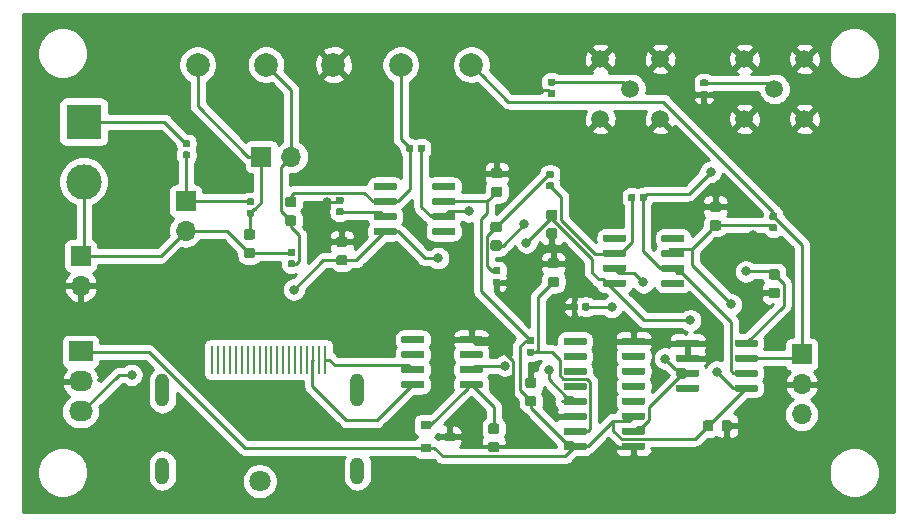
<source format=gtl>
G04 #@! TF.GenerationSoftware,KiCad,Pcbnew,(5.1.4-0-10_14)*
G04 #@! TF.CreationDate,2020-03-05T15:50:17+09:00*
G04 #@! TF.ProjectId,ReadoutBoard_v3_2,52656164-6f75-4744-926f-6172645f7633,rev?*
G04 #@! TF.SameCoordinates,Original*
G04 #@! TF.FileFunction,Copper,L1,Top*
G04 #@! TF.FilePolarity,Positive*
%FSLAX46Y46*%
G04 Gerber Fmt 4.6, Leading zero omitted, Abs format (unit mm)*
G04 Created by KiCad (PCBNEW (5.1.4-0-10_14)) date 2020-03-05 15:50:17*
%MOMM*%
%LPD*%
G04 APERTURE LIST*
%ADD10R,1.700000X1.700000*%
%ADD11O,1.700000X1.700000*%
%ADD12C,0.100000*%
%ADD13C,0.875000*%
%ADD14R,3.000000X3.000000*%
%ADD15C,3.000000*%
%ADD16R,2.030000X1.730000*%
%ADD17O,2.030000X1.730000*%
%ADD18C,1.500000*%
%ADD19O,1.200000X2.300000*%
%ADD20O,1.200000X2.800000*%
%ADD21C,1.800000*%
%ADD22R,0.280000X2.400000*%
%ADD23C,0.590000*%
%ADD24C,2.000000*%
%ADD25C,0.600000*%
%ADD26R,0.900000X0.800000*%
%ADD27C,0.800000*%
%ADD28C,0.250000*%
%ADD29C,0.254000*%
G04 APERTURE END LIST*
D10*
X112395000Y-97523300D03*
D11*
X112395000Y-100063300D03*
D12*
G36*
X118082891Y-99918853D02*
G01*
X118104126Y-99922003D01*
X118124950Y-99927219D01*
X118145162Y-99934451D01*
X118164568Y-99943630D01*
X118182981Y-99954666D01*
X118200224Y-99967454D01*
X118216130Y-99981870D01*
X118230546Y-99997776D01*
X118243334Y-100015019D01*
X118254370Y-100033432D01*
X118263549Y-100052838D01*
X118270781Y-100073050D01*
X118275997Y-100093874D01*
X118279147Y-100115109D01*
X118280200Y-100136550D01*
X118280200Y-100574050D01*
X118279147Y-100595491D01*
X118275997Y-100616726D01*
X118270781Y-100637550D01*
X118263549Y-100657762D01*
X118254370Y-100677168D01*
X118243334Y-100695581D01*
X118230546Y-100712824D01*
X118216130Y-100728730D01*
X118200224Y-100743146D01*
X118182981Y-100755934D01*
X118164568Y-100766970D01*
X118145162Y-100776149D01*
X118124950Y-100783381D01*
X118104126Y-100788597D01*
X118082891Y-100791747D01*
X118061450Y-100792800D01*
X117548950Y-100792800D01*
X117527509Y-100791747D01*
X117506274Y-100788597D01*
X117485450Y-100783381D01*
X117465238Y-100776149D01*
X117445832Y-100766970D01*
X117427419Y-100755934D01*
X117410176Y-100743146D01*
X117394270Y-100728730D01*
X117379854Y-100712824D01*
X117367066Y-100695581D01*
X117356030Y-100677168D01*
X117346851Y-100657762D01*
X117339619Y-100637550D01*
X117334403Y-100616726D01*
X117331253Y-100595491D01*
X117330200Y-100574050D01*
X117330200Y-100136550D01*
X117331253Y-100115109D01*
X117334403Y-100093874D01*
X117339619Y-100073050D01*
X117346851Y-100052838D01*
X117356030Y-100033432D01*
X117367066Y-100015019D01*
X117379854Y-99997776D01*
X117394270Y-99981870D01*
X117410176Y-99967454D01*
X117427419Y-99954666D01*
X117445832Y-99943630D01*
X117465238Y-99934451D01*
X117485450Y-99927219D01*
X117506274Y-99922003D01*
X117527509Y-99918853D01*
X117548950Y-99917800D01*
X118061450Y-99917800D01*
X118082891Y-99918853D01*
X118082891Y-99918853D01*
G37*
D13*
X117805200Y-100355300D03*
D12*
G36*
X118082891Y-101493853D02*
G01*
X118104126Y-101497003D01*
X118124950Y-101502219D01*
X118145162Y-101509451D01*
X118164568Y-101518630D01*
X118182981Y-101529666D01*
X118200224Y-101542454D01*
X118216130Y-101556870D01*
X118230546Y-101572776D01*
X118243334Y-101590019D01*
X118254370Y-101608432D01*
X118263549Y-101627838D01*
X118270781Y-101648050D01*
X118275997Y-101668874D01*
X118279147Y-101690109D01*
X118280200Y-101711550D01*
X118280200Y-102149050D01*
X118279147Y-102170491D01*
X118275997Y-102191726D01*
X118270781Y-102212550D01*
X118263549Y-102232762D01*
X118254370Y-102252168D01*
X118243334Y-102270581D01*
X118230546Y-102287824D01*
X118216130Y-102303730D01*
X118200224Y-102318146D01*
X118182981Y-102330934D01*
X118164568Y-102341970D01*
X118145162Y-102351149D01*
X118124950Y-102358381D01*
X118104126Y-102363597D01*
X118082891Y-102366747D01*
X118061450Y-102367800D01*
X117548950Y-102367800D01*
X117527509Y-102366747D01*
X117506274Y-102363597D01*
X117485450Y-102358381D01*
X117465238Y-102351149D01*
X117445832Y-102341970D01*
X117427419Y-102330934D01*
X117410176Y-102318146D01*
X117394270Y-102303730D01*
X117379854Y-102287824D01*
X117367066Y-102270581D01*
X117356030Y-102252168D01*
X117346851Y-102232762D01*
X117339619Y-102212550D01*
X117334403Y-102191726D01*
X117331253Y-102170491D01*
X117330200Y-102149050D01*
X117330200Y-101711550D01*
X117331253Y-101690109D01*
X117334403Y-101668874D01*
X117339619Y-101648050D01*
X117346851Y-101627838D01*
X117356030Y-101608432D01*
X117367066Y-101590019D01*
X117379854Y-101572776D01*
X117394270Y-101556870D01*
X117410176Y-101542454D01*
X117427419Y-101529666D01*
X117445832Y-101518630D01*
X117465238Y-101509451D01*
X117485450Y-101502219D01*
X117506274Y-101497003D01*
X117527509Y-101493853D01*
X117548950Y-101492800D01*
X118061450Y-101492800D01*
X118082891Y-101493853D01*
X118082891Y-101493853D01*
G37*
D13*
X117805200Y-101930300D03*
D12*
G36*
X121588091Y-97175653D02*
G01*
X121609326Y-97178803D01*
X121630150Y-97184019D01*
X121650362Y-97191251D01*
X121669768Y-97200430D01*
X121688181Y-97211466D01*
X121705424Y-97224254D01*
X121721330Y-97238670D01*
X121735746Y-97254576D01*
X121748534Y-97271819D01*
X121759570Y-97290232D01*
X121768749Y-97309638D01*
X121775981Y-97329850D01*
X121781197Y-97350674D01*
X121784347Y-97371909D01*
X121785400Y-97393350D01*
X121785400Y-97830850D01*
X121784347Y-97852291D01*
X121781197Y-97873526D01*
X121775981Y-97894350D01*
X121768749Y-97914562D01*
X121759570Y-97933968D01*
X121748534Y-97952381D01*
X121735746Y-97969624D01*
X121721330Y-97985530D01*
X121705424Y-97999946D01*
X121688181Y-98012734D01*
X121669768Y-98023770D01*
X121650362Y-98032949D01*
X121630150Y-98040181D01*
X121609326Y-98045397D01*
X121588091Y-98048547D01*
X121566650Y-98049600D01*
X121054150Y-98049600D01*
X121032709Y-98048547D01*
X121011474Y-98045397D01*
X120990650Y-98040181D01*
X120970438Y-98032949D01*
X120951032Y-98023770D01*
X120932619Y-98012734D01*
X120915376Y-97999946D01*
X120899470Y-97985530D01*
X120885054Y-97969624D01*
X120872266Y-97952381D01*
X120861230Y-97933968D01*
X120852051Y-97914562D01*
X120844819Y-97894350D01*
X120839603Y-97873526D01*
X120836453Y-97852291D01*
X120835400Y-97830850D01*
X120835400Y-97393350D01*
X120836453Y-97371909D01*
X120839603Y-97350674D01*
X120844819Y-97329850D01*
X120852051Y-97309638D01*
X120861230Y-97290232D01*
X120872266Y-97271819D01*
X120885054Y-97254576D01*
X120899470Y-97238670D01*
X120915376Y-97224254D01*
X120932619Y-97211466D01*
X120951032Y-97200430D01*
X120970438Y-97191251D01*
X120990650Y-97184019D01*
X121011474Y-97178803D01*
X121032709Y-97175653D01*
X121054150Y-97174600D01*
X121566650Y-97174600D01*
X121588091Y-97175653D01*
X121588091Y-97175653D01*
G37*
D13*
X121310400Y-97612100D03*
D12*
G36*
X121588091Y-98750653D02*
G01*
X121609326Y-98753803D01*
X121630150Y-98759019D01*
X121650362Y-98766251D01*
X121669768Y-98775430D01*
X121688181Y-98786466D01*
X121705424Y-98799254D01*
X121721330Y-98813670D01*
X121735746Y-98829576D01*
X121748534Y-98846819D01*
X121759570Y-98865232D01*
X121768749Y-98884638D01*
X121775981Y-98904850D01*
X121781197Y-98925674D01*
X121784347Y-98946909D01*
X121785400Y-98968350D01*
X121785400Y-99405850D01*
X121784347Y-99427291D01*
X121781197Y-99448526D01*
X121775981Y-99469350D01*
X121768749Y-99489562D01*
X121759570Y-99508968D01*
X121748534Y-99527381D01*
X121735746Y-99544624D01*
X121721330Y-99560530D01*
X121705424Y-99574946D01*
X121688181Y-99587734D01*
X121669768Y-99598770D01*
X121650362Y-99607949D01*
X121630150Y-99615181D01*
X121609326Y-99620397D01*
X121588091Y-99623547D01*
X121566650Y-99624600D01*
X121054150Y-99624600D01*
X121032709Y-99623547D01*
X121011474Y-99620397D01*
X120990650Y-99615181D01*
X120970438Y-99607949D01*
X120951032Y-99598770D01*
X120932619Y-99587734D01*
X120915376Y-99574946D01*
X120899470Y-99560530D01*
X120885054Y-99544624D01*
X120872266Y-99527381D01*
X120861230Y-99508968D01*
X120852051Y-99489562D01*
X120844819Y-99469350D01*
X120839603Y-99448526D01*
X120836453Y-99427291D01*
X120835400Y-99405850D01*
X120835400Y-98968350D01*
X120836453Y-98946909D01*
X120839603Y-98925674D01*
X120844819Y-98904850D01*
X120852051Y-98884638D01*
X120861230Y-98865232D01*
X120872266Y-98846819D01*
X120885054Y-98829576D01*
X120899470Y-98813670D01*
X120915376Y-98799254D01*
X120932619Y-98786466D01*
X120951032Y-98775430D01*
X120970438Y-98766251D01*
X120990650Y-98759019D01*
X121011474Y-98753803D01*
X121032709Y-98750653D01*
X121054150Y-98749600D01*
X121566650Y-98749600D01*
X121588091Y-98750653D01*
X121588091Y-98750653D01*
G37*
D13*
X121310400Y-99187100D03*
D12*
G36*
X125906091Y-100528453D02*
G01*
X125927326Y-100531603D01*
X125948150Y-100536819D01*
X125968362Y-100544051D01*
X125987768Y-100553230D01*
X126006181Y-100564266D01*
X126023424Y-100577054D01*
X126039330Y-100591470D01*
X126053746Y-100607376D01*
X126066534Y-100624619D01*
X126077570Y-100643032D01*
X126086749Y-100662438D01*
X126093981Y-100682650D01*
X126099197Y-100703474D01*
X126102347Y-100724709D01*
X126103400Y-100746150D01*
X126103400Y-101183650D01*
X126102347Y-101205091D01*
X126099197Y-101226326D01*
X126093981Y-101247150D01*
X126086749Y-101267362D01*
X126077570Y-101286768D01*
X126066534Y-101305181D01*
X126053746Y-101322424D01*
X126039330Y-101338330D01*
X126023424Y-101352746D01*
X126006181Y-101365534D01*
X125987768Y-101376570D01*
X125968362Y-101385749D01*
X125948150Y-101392981D01*
X125927326Y-101398197D01*
X125906091Y-101401347D01*
X125884650Y-101402400D01*
X125372150Y-101402400D01*
X125350709Y-101401347D01*
X125329474Y-101398197D01*
X125308650Y-101392981D01*
X125288438Y-101385749D01*
X125269032Y-101376570D01*
X125250619Y-101365534D01*
X125233376Y-101352746D01*
X125217470Y-101338330D01*
X125203054Y-101322424D01*
X125190266Y-101305181D01*
X125179230Y-101286768D01*
X125170051Y-101267362D01*
X125162819Y-101247150D01*
X125157603Y-101226326D01*
X125154453Y-101205091D01*
X125153400Y-101183650D01*
X125153400Y-100746150D01*
X125154453Y-100724709D01*
X125157603Y-100703474D01*
X125162819Y-100682650D01*
X125170051Y-100662438D01*
X125179230Y-100643032D01*
X125190266Y-100624619D01*
X125203054Y-100607376D01*
X125217470Y-100591470D01*
X125233376Y-100577054D01*
X125250619Y-100564266D01*
X125269032Y-100553230D01*
X125288438Y-100544051D01*
X125308650Y-100536819D01*
X125329474Y-100531603D01*
X125350709Y-100528453D01*
X125372150Y-100527400D01*
X125884650Y-100527400D01*
X125906091Y-100528453D01*
X125906091Y-100528453D01*
G37*
D13*
X125628400Y-100964900D03*
D12*
G36*
X125906091Y-102103453D02*
G01*
X125927326Y-102106603D01*
X125948150Y-102111819D01*
X125968362Y-102119051D01*
X125987768Y-102128230D01*
X126006181Y-102139266D01*
X126023424Y-102152054D01*
X126039330Y-102166470D01*
X126053746Y-102182376D01*
X126066534Y-102199619D01*
X126077570Y-102218032D01*
X126086749Y-102237438D01*
X126093981Y-102257650D01*
X126099197Y-102278474D01*
X126102347Y-102299709D01*
X126103400Y-102321150D01*
X126103400Y-102758650D01*
X126102347Y-102780091D01*
X126099197Y-102801326D01*
X126093981Y-102822150D01*
X126086749Y-102842362D01*
X126077570Y-102861768D01*
X126066534Y-102880181D01*
X126053746Y-102897424D01*
X126039330Y-102913330D01*
X126023424Y-102927746D01*
X126006181Y-102940534D01*
X125987768Y-102951570D01*
X125968362Y-102960749D01*
X125948150Y-102967981D01*
X125927326Y-102973197D01*
X125906091Y-102976347D01*
X125884650Y-102977400D01*
X125372150Y-102977400D01*
X125350709Y-102976347D01*
X125329474Y-102973197D01*
X125308650Y-102967981D01*
X125288438Y-102960749D01*
X125269032Y-102951570D01*
X125250619Y-102940534D01*
X125233376Y-102927746D01*
X125217470Y-102913330D01*
X125203054Y-102897424D01*
X125190266Y-102880181D01*
X125179230Y-102861768D01*
X125170051Y-102842362D01*
X125162819Y-102822150D01*
X125157603Y-102801326D01*
X125154453Y-102780091D01*
X125153400Y-102758650D01*
X125153400Y-102321150D01*
X125154453Y-102299709D01*
X125157603Y-102278474D01*
X125162819Y-102257650D01*
X125170051Y-102237438D01*
X125179230Y-102218032D01*
X125190266Y-102199619D01*
X125203054Y-102182376D01*
X125217470Y-102166470D01*
X125233376Y-102152054D01*
X125250619Y-102139266D01*
X125269032Y-102128230D01*
X125288438Y-102119051D01*
X125308650Y-102111819D01*
X125329474Y-102106603D01*
X125350709Y-102103453D01*
X125372150Y-102102400D01*
X125884650Y-102102400D01*
X125906091Y-102103453D01*
X125906091Y-102103453D01*
G37*
D13*
X125628400Y-102539900D03*
D12*
G36*
X139012491Y-96312253D02*
G01*
X139033726Y-96315403D01*
X139054550Y-96320619D01*
X139074762Y-96327851D01*
X139094168Y-96337030D01*
X139112581Y-96348066D01*
X139129824Y-96360854D01*
X139145730Y-96375270D01*
X139160146Y-96391176D01*
X139172934Y-96408419D01*
X139183970Y-96426832D01*
X139193149Y-96446238D01*
X139200381Y-96466450D01*
X139205597Y-96487274D01*
X139208747Y-96508509D01*
X139209800Y-96529950D01*
X139209800Y-96967450D01*
X139208747Y-96988891D01*
X139205597Y-97010126D01*
X139200381Y-97030950D01*
X139193149Y-97051162D01*
X139183970Y-97070568D01*
X139172934Y-97088981D01*
X139160146Y-97106224D01*
X139145730Y-97122130D01*
X139129824Y-97136546D01*
X139112581Y-97149334D01*
X139094168Y-97160370D01*
X139074762Y-97169549D01*
X139054550Y-97176781D01*
X139033726Y-97181997D01*
X139012491Y-97185147D01*
X138991050Y-97186200D01*
X138478550Y-97186200D01*
X138457109Y-97185147D01*
X138435874Y-97181997D01*
X138415050Y-97176781D01*
X138394838Y-97169549D01*
X138375432Y-97160370D01*
X138357019Y-97149334D01*
X138339776Y-97136546D01*
X138323870Y-97122130D01*
X138309454Y-97106224D01*
X138296666Y-97088981D01*
X138285630Y-97070568D01*
X138276451Y-97051162D01*
X138269219Y-97030950D01*
X138264003Y-97010126D01*
X138260853Y-96988891D01*
X138259800Y-96967450D01*
X138259800Y-96529950D01*
X138260853Y-96508509D01*
X138264003Y-96487274D01*
X138269219Y-96466450D01*
X138276451Y-96446238D01*
X138285630Y-96426832D01*
X138296666Y-96408419D01*
X138309454Y-96391176D01*
X138323870Y-96375270D01*
X138339776Y-96360854D01*
X138357019Y-96348066D01*
X138375432Y-96337030D01*
X138394838Y-96327851D01*
X138415050Y-96320619D01*
X138435874Y-96315403D01*
X138457109Y-96312253D01*
X138478550Y-96311200D01*
X138991050Y-96311200D01*
X139012491Y-96312253D01*
X139012491Y-96312253D01*
G37*
D13*
X138734800Y-96748700D03*
D12*
G36*
X139012491Y-94737253D02*
G01*
X139033726Y-94740403D01*
X139054550Y-94745619D01*
X139074762Y-94752851D01*
X139094168Y-94762030D01*
X139112581Y-94773066D01*
X139129824Y-94785854D01*
X139145730Y-94800270D01*
X139160146Y-94816176D01*
X139172934Y-94833419D01*
X139183970Y-94851832D01*
X139193149Y-94871238D01*
X139200381Y-94891450D01*
X139205597Y-94912274D01*
X139208747Y-94933509D01*
X139209800Y-94954950D01*
X139209800Y-95392450D01*
X139208747Y-95413891D01*
X139205597Y-95435126D01*
X139200381Y-95455950D01*
X139193149Y-95476162D01*
X139183970Y-95495568D01*
X139172934Y-95513981D01*
X139160146Y-95531224D01*
X139145730Y-95547130D01*
X139129824Y-95561546D01*
X139112581Y-95574334D01*
X139094168Y-95585370D01*
X139074762Y-95594549D01*
X139054550Y-95601781D01*
X139033726Y-95606997D01*
X139012491Y-95610147D01*
X138991050Y-95611200D01*
X138478550Y-95611200D01*
X138457109Y-95610147D01*
X138435874Y-95606997D01*
X138415050Y-95601781D01*
X138394838Y-95594549D01*
X138375432Y-95585370D01*
X138357019Y-95574334D01*
X138339776Y-95561546D01*
X138323870Y-95547130D01*
X138309454Y-95531224D01*
X138296666Y-95513981D01*
X138285630Y-95495568D01*
X138276451Y-95476162D01*
X138269219Y-95455950D01*
X138264003Y-95435126D01*
X138260853Y-95413891D01*
X138259800Y-95392450D01*
X138259800Y-94954950D01*
X138260853Y-94933509D01*
X138264003Y-94912274D01*
X138269219Y-94891450D01*
X138276451Y-94871238D01*
X138285630Y-94851832D01*
X138296666Y-94833419D01*
X138309454Y-94816176D01*
X138323870Y-94800270D01*
X138339776Y-94785854D01*
X138357019Y-94773066D01*
X138375432Y-94762030D01*
X138394838Y-94752851D01*
X138415050Y-94745619D01*
X138435874Y-94740403D01*
X138457109Y-94737253D01*
X138478550Y-94736200D01*
X138991050Y-94736200D01*
X139012491Y-94737253D01*
X139012491Y-94737253D01*
G37*
D13*
X138734800Y-95173700D03*
D12*
G36*
X138961691Y-99283853D02*
G01*
X138982926Y-99287003D01*
X139003750Y-99292219D01*
X139023962Y-99299451D01*
X139043368Y-99308630D01*
X139061781Y-99319666D01*
X139079024Y-99332454D01*
X139094930Y-99346870D01*
X139109346Y-99362776D01*
X139122134Y-99380019D01*
X139133170Y-99398432D01*
X139142349Y-99417838D01*
X139149581Y-99438050D01*
X139154797Y-99458874D01*
X139157947Y-99480109D01*
X139159000Y-99501550D01*
X139159000Y-99939050D01*
X139157947Y-99960491D01*
X139154797Y-99981726D01*
X139149581Y-100002550D01*
X139142349Y-100022762D01*
X139133170Y-100042168D01*
X139122134Y-100060581D01*
X139109346Y-100077824D01*
X139094930Y-100093730D01*
X139079024Y-100108146D01*
X139061781Y-100120934D01*
X139043368Y-100131970D01*
X139023962Y-100141149D01*
X139003750Y-100148381D01*
X138982926Y-100153597D01*
X138961691Y-100156747D01*
X138940250Y-100157800D01*
X138427750Y-100157800D01*
X138406309Y-100156747D01*
X138385074Y-100153597D01*
X138364250Y-100148381D01*
X138344038Y-100141149D01*
X138324632Y-100131970D01*
X138306219Y-100120934D01*
X138288976Y-100108146D01*
X138273070Y-100093730D01*
X138258654Y-100077824D01*
X138245866Y-100060581D01*
X138234830Y-100042168D01*
X138225651Y-100022762D01*
X138218419Y-100002550D01*
X138213203Y-99981726D01*
X138210053Y-99960491D01*
X138209000Y-99939050D01*
X138209000Y-99501550D01*
X138210053Y-99480109D01*
X138213203Y-99458874D01*
X138218419Y-99438050D01*
X138225651Y-99417838D01*
X138234830Y-99398432D01*
X138245866Y-99380019D01*
X138258654Y-99362776D01*
X138273070Y-99346870D01*
X138288976Y-99332454D01*
X138306219Y-99319666D01*
X138324632Y-99308630D01*
X138344038Y-99299451D01*
X138364250Y-99292219D01*
X138385074Y-99287003D01*
X138406309Y-99283853D01*
X138427750Y-99282800D01*
X138940250Y-99282800D01*
X138961691Y-99283853D01*
X138961691Y-99283853D01*
G37*
D13*
X138684000Y-99720300D03*
D12*
G36*
X138961691Y-100858853D02*
G01*
X138982926Y-100862003D01*
X139003750Y-100867219D01*
X139023962Y-100874451D01*
X139043368Y-100883630D01*
X139061781Y-100894666D01*
X139079024Y-100907454D01*
X139094930Y-100921870D01*
X139109346Y-100937776D01*
X139122134Y-100955019D01*
X139133170Y-100973432D01*
X139142349Y-100992838D01*
X139149581Y-101013050D01*
X139154797Y-101033874D01*
X139157947Y-101055109D01*
X139159000Y-101076550D01*
X139159000Y-101514050D01*
X139157947Y-101535491D01*
X139154797Y-101556726D01*
X139149581Y-101577550D01*
X139142349Y-101597762D01*
X139133170Y-101617168D01*
X139122134Y-101635581D01*
X139109346Y-101652824D01*
X139094930Y-101668730D01*
X139079024Y-101683146D01*
X139061781Y-101695934D01*
X139043368Y-101706970D01*
X139023962Y-101716149D01*
X139003750Y-101723381D01*
X138982926Y-101728597D01*
X138961691Y-101731747D01*
X138940250Y-101732800D01*
X138427750Y-101732800D01*
X138406309Y-101731747D01*
X138385074Y-101728597D01*
X138364250Y-101723381D01*
X138344038Y-101716149D01*
X138324632Y-101706970D01*
X138306219Y-101695934D01*
X138288976Y-101683146D01*
X138273070Y-101668730D01*
X138258654Y-101652824D01*
X138245866Y-101635581D01*
X138234830Y-101617168D01*
X138225651Y-101597762D01*
X138218419Y-101577550D01*
X138213203Y-101556726D01*
X138210053Y-101535491D01*
X138209000Y-101514050D01*
X138209000Y-101076550D01*
X138210053Y-101055109D01*
X138213203Y-101033874D01*
X138218419Y-101013050D01*
X138225651Y-100992838D01*
X138234830Y-100973432D01*
X138245866Y-100955019D01*
X138258654Y-100937776D01*
X138273070Y-100921870D01*
X138288976Y-100907454D01*
X138306219Y-100894666D01*
X138324632Y-100883630D01*
X138344038Y-100874451D01*
X138364250Y-100867219D01*
X138385074Y-100862003D01*
X138406309Y-100858853D01*
X138427750Y-100857800D01*
X138940250Y-100857800D01*
X138961691Y-100858853D01*
X138961691Y-100858853D01*
G37*
D13*
X138684000Y-101295300D03*
D12*
G36*
X162507491Y-103297053D02*
G01*
X162528726Y-103300203D01*
X162549550Y-103305419D01*
X162569762Y-103312651D01*
X162589168Y-103321830D01*
X162607581Y-103332866D01*
X162624824Y-103345654D01*
X162640730Y-103360070D01*
X162655146Y-103375976D01*
X162667934Y-103393219D01*
X162678970Y-103411632D01*
X162688149Y-103431038D01*
X162695381Y-103451250D01*
X162700597Y-103472074D01*
X162703747Y-103493309D01*
X162704800Y-103514750D01*
X162704800Y-103952250D01*
X162703747Y-103973691D01*
X162700597Y-103994926D01*
X162695381Y-104015750D01*
X162688149Y-104035962D01*
X162678970Y-104055368D01*
X162667934Y-104073781D01*
X162655146Y-104091024D01*
X162640730Y-104106930D01*
X162624824Y-104121346D01*
X162607581Y-104134134D01*
X162589168Y-104145170D01*
X162569762Y-104154349D01*
X162549550Y-104161581D01*
X162528726Y-104166797D01*
X162507491Y-104169947D01*
X162486050Y-104171000D01*
X161973550Y-104171000D01*
X161952109Y-104169947D01*
X161930874Y-104166797D01*
X161910050Y-104161581D01*
X161889838Y-104154349D01*
X161870432Y-104145170D01*
X161852019Y-104134134D01*
X161834776Y-104121346D01*
X161818870Y-104106930D01*
X161804454Y-104091024D01*
X161791666Y-104073781D01*
X161780630Y-104055368D01*
X161771451Y-104035962D01*
X161764219Y-104015750D01*
X161759003Y-103994926D01*
X161755853Y-103973691D01*
X161754800Y-103952250D01*
X161754800Y-103514750D01*
X161755853Y-103493309D01*
X161759003Y-103472074D01*
X161764219Y-103451250D01*
X161771451Y-103431038D01*
X161780630Y-103411632D01*
X161791666Y-103393219D01*
X161804454Y-103375976D01*
X161818870Y-103360070D01*
X161834776Y-103345654D01*
X161852019Y-103332866D01*
X161870432Y-103321830D01*
X161889838Y-103312651D01*
X161910050Y-103305419D01*
X161930874Y-103300203D01*
X161952109Y-103297053D01*
X161973550Y-103296000D01*
X162486050Y-103296000D01*
X162507491Y-103297053D01*
X162507491Y-103297053D01*
G37*
D13*
X162229800Y-103733500D03*
D12*
G36*
X162507491Y-104872053D02*
G01*
X162528726Y-104875203D01*
X162549550Y-104880419D01*
X162569762Y-104887651D01*
X162589168Y-104896830D01*
X162607581Y-104907866D01*
X162624824Y-104920654D01*
X162640730Y-104935070D01*
X162655146Y-104950976D01*
X162667934Y-104968219D01*
X162678970Y-104986632D01*
X162688149Y-105006038D01*
X162695381Y-105026250D01*
X162700597Y-105047074D01*
X162703747Y-105068309D01*
X162704800Y-105089750D01*
X162704800Y-105527250D01*
X162703747Y-105548691D01*
X162700597Y-105569926D01*
X162695381Y-105590750D01*
X162688149Y-105610962D01*
X162678970Y-105630368D01*
X162667934Y-105648781D01*
X162655146Y-105666024D01*
X162640730Y-105681930D01*
X162624824Y-105696346D01*
X162607581Y-105709134D01*
X162589168Y-105720170D01*
X162569762Y-105729349D01*
X162549550Y-105736581D01*
X162528726Y-105741797D01*
X162507491Y-105744947D01*
X162486050Y-105746000D01*
X161973550Y-105746000D01*
X161952109Y-105744947D01*
X161930874Y-105741797D01*
X161910050Y-105736581D01*
X161889838Y-105729349D01*
X161870432Y-105720170D01*
X161852019Y-105709134D01*
X161834776Y-105696346D01*
X161818870Y-105681930D01*
X161804454Y-105666024D01*
X161791666Y-105648781D01*
X161780630Y-105630368D01*
X161771451Y-105610962D01*
X161764219Y-105590750D01*
X161759003Y-105569926D01*
X161755853Y-105548691D01*
X161754800Y-105527250D01*
X161754800Y-105089750D01*
X161755853Y-105068309D01*
X161759003Y-105047074D01*
X161764219Y-105026250D01*
X161771451Y-105006038D01*
X161780630Y-104986632D01*
X161791666Y-104968219D01*
X161804454Y-104950976D01*
X161818870Y-104935070D01*
X161834776Y-104920654D01*
X161852019Y-104907866D01*
X161870432Y-104896830D01*
X161889838Y-104887651D01*
X161910050Y-104880419D01*
X161930874Y-104875203D01*
X161952109Y-104872053D01*
X161973550Y-104871000D01*
X162486050Y-104871000D01*
X162507491Y-104872053D01*
X162507491Y-104872053D01*
G37*
D13*
X162229800Y-105308500D03*
D12*
G36*
X156881891Y-116086653D02*
G01*
X156903126Y-116089803D01*
X156923950Y-116095019D01*
X156944162Y-116102251D01*
X156963568Y-116111430D01*
X156981981Y-116122466D01*
X156999224Y-116135254D01*
X157015130Y-116149670D01*
X157029546Y-116165576D01*
X157042334Y-116182819D01*
X157053370Y-116201232D01*
X157062549Y-116220638D01*
X157069781Y-116240850D01*
X157074997Y-116261674D01*
X157078147Y-116282909D01*
X157079200Y-116304350D01*
X157079200Y-116816850D01*
X157078147Y-116838291D01*
X157074997Y-116859526D01*
X157069781Y-116880350D01*
X157062549Y-116900562D01*
X157053370Y-116919968D01*
X157042334Y-116938381D01*
X157029546Y-116955624D01*
X157015130Y-116971530D01*
X156999224Y-116985946D01*
X156981981Y-116998734D01*
X156963568Y-117009770D01*
X156944162Y-117018949D01*
X156923950Y-117026181D01*
X156903126Y-117031397D01*
X156881891Y-117034547D01*
X156860450Y-117035600D01*
X156422950Y-117035600D01*
X156401509Y-117034547D01*
X156380274Y-117031397D01*
X156359450Y-117026181D01*
X156339238Y-117018949D01*
X156319832Y-117009770D01*
X156301419Y-116998734D01*
X156284176Y-116985946D01*
X156268270Y-116971530D01*
X156253854Y-116955624D01*
X156241066Y-116938381D01*
X156230030Y-116919968D01*
X156220851Y-116900562D01*
X156213619Y-116880350D01*
X156208403Y-116859526D01*
X156205253Y-116838291D01*
X156204200Y-116816850D01*
X156204200Y-116304350D01*
X156205253Y-116282909D01*
X156208403Y-116261674D01*
X156213619Y-116240850D01*
X156220851Y-116220638D01*
X156230030Y-116201232D01*
X156241066Y-116182819D01*
X156253854Y-116165576D01*
X156268270Y-116149670D01*
X156284176Y-116135254D01*
X156301419Y-116122466D01*
X156319832Y-116111430D01*
X156339238Y-116102251D01*
X156359450Y-116095019D01*
X156380274Y-116089803D01*
X156401509Y-116086653D01*
X156422950Y-116085600D01*
X156860450Y-116085600D01*
X156881891Y-116086653D01*
X156881891Y-116086653D01*
G37*
D13*
X156641700Y-116560600D03*
D12*
G36*
X158456891Y-116086653D02*
G01*
X158478126Y-116089803D01*
X158498950Y-116095019D01*
X158519162Y-116102251D01*
X158538568Y-116111430D01*
X158556981Y-116122466D01*
X158574224Y-116135254D01*
X158590130Y-116149670D01*
X158604546Y-116165576D01*
X158617334Y-116182819D01*
X158628370Y-116201232D01*
X158637549Y-116220638D01*
X158644781Y-116240850D01*
X158649997Y-116261674D01*
X158653147Y-116282909D01*
X158654200Y-116304350D01*
X158654200Y-116816850D01*
X158653147Y-116838291D01*
X158649997Y-116859526D01*
X158644781Y-116880350D01*
X158637549Y-116900562D01*
X158628370Y-116919968D01*
X158617334Y-116938381D01*
X158604546Y-116955624D01*
X158590130Y-116971530D01*
X158574224Y-116985946D01*
X158556981Y-116998734D01*
X158538568Y-117009770D01*
X158519162Y-117018949D01*
X158498950Y-117026181D01*
X158478126Y-117031397D01*
X158456891Y-117034547D01*
X158435450Y-117035600D01*
X157997950Y-117035600D01*
X157976509Y-117034547D01*
X157955274Y-117031397D01*
X157934450Y-117026181D01*
X157914238Y-117018949D01*
X157894832Y-117009770D01*
X157876419Y-116998734D01*
X157859176Y-116985946D01*
X157843270Y-116971530D01*
X157828854Y-116955624D01*
X157816066Y-116938381D01*
X157805030Y-116919968D01*
X157795851Y-116900562D01*
X157788619Y-116880350D01*
X157783403Y-116859526D01*
X157780253Y-116838291D01*
X157779200Y-116816850D01*
X157779200Y-116304350D01*
X157780253Y-116282909D01*
X157783403Y-116261674D01*
X157788619Y-116240850D01*
X157795851Y-116220638D01*
X157805030Y-116201232D01*
X157816066Y-116182819D01*
X157828854Y-116165576D01*
X157843270Y-116149670D01*
X157859176Y-116135254D01*
X157876419Y-116122466D01*
X157894832Y-116111430D01*
X157914238Y-116102251D01*
X157934450Y-116095019D01*
X157955274Y-116089803D01*
X157976509Y-116086653D01*
X157997950Y-116085600D01*
X158435450Y-116085600D01*
X158456891Y-116086653D01*
X158456891Y-116086653D01*
G37*
D13*
X158216700Y-116560600D03*
D12*
G36*
X143686091Y-98267853D02*
G01*
X143707326Y-98271003D01*
X143728150Y-98276219D01*
X143748362Y-98283451D01*
X143767768Y-98292630D01*
X143786181Y-98303666D01*
X143803424Y-98316454D01*
X143819330Y-98330870D01*
X143833746Y-98346776D01*
X143846534Y-98364019D01*
X143857570Y-98382432D01*
X143866749Y-98401838D01*
X143873981Y-98422050D01*
X143879197Y-98442874D01*
X143882347Y-98464109D01*
X143883400Y-98485550D01*
X143883400Y-98923050D01*
X143882347Y-98944491D01*
X143879197Y-98965726D01*
X143873981Y-98986550D01*
X143866749Y-99006762D01*
X143857570Y-99026168D01*
X143846534Y-99044581D01*
X143833746Y-99061824D01*
X143819330Y-99077730D01*
X143803424Y-99092146D01*
X143786181Y-99104934D01*
X143767768Y-99115970D01*
X143748362Y-99125149D01*
X143728150Y-99132381D01*
X143707326Y-99137597D01*
X143686091Y-99140747D01*
X143664650Y-99141800D01*
X143152150Y-99141800D01*
X143130709Y-99140747D01*
X143109474Y-99137597D01*
X143088650Y-99132381D01*
X143068438Y-99125149D01*
X143049032Y-99115970D01*
X143030619Y-99104934D01*
X143013376Y-99092146D01*
X142997470Y-99077730D01*
X142983054Y-99061824D01*
X142970266Y-99044581D01*
X142959230Y-99026168D01*
X142950051Y-99006762D01*
X142942819Y-98986550D01*
X142937603Y-98965726D01*
X142934453Y-98944491D01*
X142933400Y-98923050D01*
X142933400Y-98485550D01*
X142934453Y-98464109D01*
X142937603Y-98442874D01*
X142942819Y-98422050D01*
X142950051Y-98401838D01*
X142959230Y-98382432D01*
X142970266Y-98364019D01*
X142983054Y-98346776D01*
X142997470Y-98330870D01*
X143013376Y-98316454D01*
X143030619Y-98303666D01*
X143049032Y-98292630D01*
X143068438Y-98283451D01*
X143088650Y-98276219D01*
X143109474Y-98271003D01*
X143130709Y-98267853D01*
X143152150Y-98266800D01*
X143664650Y-98266800D01*
X143686091Y-98267853D01*
X143686091Y-98267853D01*
G37*
D13*
X143408400Y-98704300D03*
D12*
G36*
X143686091Y-99842853D02*
G01*
X143707326Y-99846003D01*
X143728150Y-99851219D01*
X143748362Y-99858451D01*
X143767768Y-99867630D01*
X143786181Y-99878666D01*
X143803424Y-99891454D01*
X143819330Y-99905870D01*
X143833746Y-99921776D01*
X143846534Y-99939019D01*
X143857570Y-99957432D01*
X143866749Y-99976838D01*
X143873981Y-99997050D01*
X143879197Y-100017874D01*
X143882347Y-100039109D01*
X143883400Y-100060550D01*
X143883400Y-100498050D01*
X143882347Y-100519491D01*
X143879197Y-100540726D01*
X143873981Y-100561550D01*
X143866749Y-100581762D01*
X143857570Y-100601168D01*
X143846534Y-100619581D01*
X143833746Y-100636824D01*
X143819330Y-100652730D01*
X143803424Y-100667146D01*
X143786181Y-100679934D01*
X143767768Y-100690970D01*
X143748362Y-100700149D01*
X143728150Y-100707381D01*
X143707326Y-100712597D01*
X143686091Y-100715747D01*
X143664650Y-100716800D01*
X143152150Y-100716800D01*
X143130709Y-100715747D01*
X143109474Y-100712597D01*
X143088650Y-100707381D01*
X143068438Y-100700149D01*
X143049032Y-100690970D01*
X143030619Y-100679934D01*
X143013376Y-100667146D01*
X142997470Y-100652730D01*
X142983054Y-100636824D01*
X142970266Y-100619581D01*
X142959230Y-100601168D01*
X142950051Y-100581762D01*
X142942819Y-100561550D01*
X142937603Y-100540726D01*
X142934453Y-100519491D01*
X142933400Y-100498050D01*
X142933400Y-100060550D01*
X142934453Y-100039109D01*
X142937603Y-100017874D01*
X142942819Y-99997050D01*
X142950051Y-99976838D01*
X142959230Y-99957432D01*
X142970266Y-99939019D01*
X142983054Y-99921776D01*
X142997470Y-99905870D01*
X143013376Y-99891454D01*
X143030619Y-99878666D01*
X143049032Y-99867630D01*
X143068438Y-99858451D01*
X143088650Y-99851219D01*
X143109474Y-99846003D01*
X143130709Y-99842853D01*
X143152150Y-99841800D01*
X143664650Y-99841800D01*
X143686091Y-99842853D01*
X143686091Y-99842853D01*
G37*
D13*
X143408400Y-100279300D03*
D12*
G36*
X157529091Y-97582053D02*
G01*
X157550326Y-97585203D01*
X157571150Y-97590419D01*
X157591362Y-97597651D01*
X157610768Y-97606830D01*
X157629181Y-97617866D01*
X157646424Y-97630654D01*
X157662330Y-97645070D01*
X157676746Y-97660976D01*
X157689534Y-97678219D01*
X157700570Y-97696632D01*
X157709749Y-97716038D01*
X157716981Y-97736250D01*
X157722197Y-97757074D01*
X157725347Y-97778309D01*
X157726400Y-97799750D01*
X157726400Y-98237250D01*
X157725347Y-98258691D01*
X157722197Y-98279926D01*
X157716981Y-98300750D01*
X157709749Y-98320962D01*
X157700570Y-98340368D01*
X157689534Y-98358781D01*
X157676746Y-98376024D01*
X157662330Y-98391930D01*
X157646424Y-98406346D01*
X157629181Y-98419134D01*
X157610768Y-98430170D01*
X157591362Y-98439349D01*
X157571150Y-98446581D01*
X157550326Y-98451797D01*
X157529091Y-98454947D01*
X157507650Y-98456000D01*
X156995150Y-98456000D01*
X156973709Y-98454947D01*
X156952474Y-98451797D01*
X156931650Y-98446581D01*
X156911438Y-98439349D01*
X156892032Y-98430170D01*
X156873619Y-98419134D01*
X156856376Y-98406346D01*
X156840470Y-98391930D01*
X156826054Y-98376024D01*
X156813266Y-98358781D01*
X156802230Y-98340368D01*
X156793051Y-98320962D01*
X156785819Y-98300750D01*
X156780603Y-98279926D01*
X156777453Y-98258691D01*
X156776400Y-98237250D01*
X156776400Y-97799750D01*
X156777453Y-97778309D01*
X156780603Y-97757074D01*
X156785819Y-97736250D01*
X156793051Y-97716038D01*
X156802230Y-97696632D01*
X156813266Y-97678219D01*
X156826054Y-97660976D01*
X156840470Y-97645070D01*
X156856376Y-97630654D01*
X156873619Y-97617866D01*
X156892032Y-97606830D01*
X156911438Y-97597651D01*
X156931650Y-97590419D01*
X156952474Y-97585203D01*
X156973709Y-97582053D01*
X156995150Y-97581000D01*
X157507650Y-97581000D01*
X157529091Y-97582053D01*
X157529091Y-97582053D01*
G37*
D13*
X157251400Y-98018500D03*
D12*
G36*
X157529091Y-99157053D02*
G01*
X157550326Y-99160203D01*
X157571150Y-99165419D01*
X157591362Y-99172651D01*
X157610768Y-99181830D01*
X157629181Y-99192866D01*
X157646424Y-99205654D01*
X157662330Y-99220070D01*
X157676746Y-99235976D01*
X157689534Y-99253219D01*
X157700570Y-99271632D01*
X157709749Y-99291038D01*
X157716981Y-99311250D01*
X157722197Y-99332074D01*
X157725347Y-99353309D01*
X157726400Y-99374750D01*
X157726400Y-99812250D01*
X157725347Y-99833691D01*
X157722197Y-99854926D01*
X157716981Y-99875750D01*
X157709749Y-99895962D01*
X157700570Y-99915368D01*
X157689534Y-99933781D01*
X157676746Y-99951024D01*
X157662330Y-99966930D01*
X157646424Y-99981346D01*
X157629181Y-99994134D01*
X157610768Y-100005170D01*
X157591362Y-100014349D01*
X157571150Y-100021581D01*
X157550326Y-100026797D01*
X157529091Y-100029947D01*
X157507650Y-100031000D01*
X156995150Y-100031000D01*
X156973709Y-100029947D01*
X156952474Y-100026797D01*
X156931650Y-100021581D01*
X156911438Y-100014349D01*
X156892032Y-100005170D01*
X156873619Y-99994134D01*
X156856376Y-99981346D01*
X156840470Y-99966930D01*
X156826054Y-99951024D01*
X156813266Y-99933781D01*
X156802230Y-99915368D01*
X156793051Y-99895962D01*
X156785819Y-99875750D01*
X156780603Y-99854926D01*
X156777453Y-99833691D01*
X156776400Y-99812250D01*
X156776400Y-99374750D01*
X156777453Y-99353309D01*
X156780603Y-99332074D01*
X156785819Y-99311250D01*
X156793051Y-99291038D01*
X156802230Y-99271632D01*
X156813266Y-99253219D01*
X156826054Y-99235976D01*
X156840470Y-99220070D01*
X156856376Y-99205654D01*
X156873619Y-99192866D01*
X156892032Y-99181830D01*
X156911438Y-99172651D01*
X156931650Y-99165419D01*
X156952474Y-99160203D01*
X156973709Y-99157053D01*
X156995150Y-99156000D01*
X157507650Y-99156000D01*
X157529091Y-99157053D01*
X157529091Y-99157053D01*
G37*
D13*
X157251400Y-99593500D03*
D12*
G36*
X143813091Y-103932253D02*
G01*
X143834326Y-103935403D01*
X143855150Y-103940619D01*
X143875362Y-103947851D01*
X143894768Y-103957030D01*
X143913181Y-103968066D01*
X143930424Y-103980854D01*
X143946330Y-103995270D01*
X143960746Y-104011176D01*
X143973534Y-104028419D01*
X143984570Y-104046832D01*
X143993749Y-104066238D01*
X144000981Y-104086450D01*
X144006197Y-104107274D01*
X144009347Y-104128509D01*
X144010400Y-104149950D01*
X144010400Y-104587450D01*
X144009347Y-104608891D01*
X144006197Y-104630126D01*
X144000981Y-104650950D01*
X143993749Y-104671162D01*
X143984570Y-104690568D01*
X143973534Y-104708981D01*
X143960746Y-104726224D01*
X143946330Y-104742130D01*
X143930424Y-104756546D01*
X143913181Y-104769334D01*
X143894768Y-104780370D01*
X143875362Y-104789549D01*
X143855150Y-104796781D01*
X143834326Y-104801997D01*
X143813091Y-104805147D01*
X143791650Y-104806200D01*
X143279150Y-104806200D01*
X143257709Y-104805147D01*
X143236474Y-104801997D01*
X143215650Y-104796781D01*
X143195438Y-104789549D01*
X143176032Y-104780370D01*
X143157619Y-104769334D01*
X143140376Y-104756546D01*
X143124470Y-104742130D01*
X143110054Y-104726224D01*
X143097266Y-104708981D01*
X143086230Y-104690568D01*
X143077051Y-104671162D01*
X143069819Y-104650950D01*
X143064603Y-104630126D01*
X143061453Y-104608891D01*
X143060400Y-104587450D01*
X143060400Y-104149950D01*
X143061453Y-104128509D01*
X143064603Y-104107274D01*
X143069819Y-104086450D01*
X143077051Y-104066238D01*
X143086230Y-104046832D01*
X143097266Y-104028419D01*
X143110054Y-104011176D01*
X143124470Y-103995270D01*
X143140376Y-103980854D01*
X143157619Y-103968066D01*
X143176032Y-103957030D01*
X143195438Y-103947851D01*
X143215650Y-103940619D01*
X143236474Y-103935403D01*
X143257709Y-103932253D01*
X143279150Y-103931200D01*
X143791650Y-103931200D01*
X143813091Y-103932253D01*
X143813091Y-103932253D01*
G37*
D13*
X143535400Y-104368700D03*
D12*
G36*
X143813091Y-102357253D02*
G01*
X143834326Y-102360403D01*
X143855150Y-102365619D01*
X143875362Y-102372851D01*
X143894768Y-102382030D01*
X143913181Y-102393066D01*
X143930424Y-102405854D01*
X143946330Y-102420270D01*
X143960746Y-102436176D01*
X143973534Y-102453419D01*
X143984570Y-102471832D01*
X143993749Y-102491238D01*
X144000981Y-102511450D01*
X144006197Y-102532274D01*
X144009347Y-102553509D01*
X144010400Y-102574950D01*
X144010400Y-103012450D01*
X144009347Y-103033891D01*
X144006197Y-103055126D01*
X144000981Y-103075950D01*
X143993749Y-103096162D01*
X143984570Y-103115568D01*
X143973534Y-103133981D01*
X143960746Y-103151224D01*
X143946330Y-103167130D01*
X143930424Y-103181546D01*
X143913181Y-103194334D01*
X143894768Y-103205370D01*
X143875362Y-103214549D01*
X143855150Y-103221781D01*
X143834326Y-103226997D01*
X143813091Y-103230147D01*
X143791650Y-103231200D01*
X143279150Y-103231200D01*
X143257709Y-103230147D01*
X143236474Y-103226997D01*
X143215650Y-103221781D01*
X143195438Y-103214549D01*
X143176032Y-103205370D01*
X143157619Y-103194334D01*
X143140376Y-103181546D01*
X143124470Y-103167130D01*
X143110054Y-103151224D01*
X143097266Y-103133981D01*
X143086230Y-103115568D01*
X143077051Y-103096162D01*
X143069819Y-103075950D01*
X143064603Y-103055126D01*
X143061453Y-103033891D01*
X143060400Y-103012450D01*
X143060400Y-102574950D01*
X143061453Y-102553509D01*
X143064603Y-102532274D01*
X143069819Y-102511450D01*
X143077051Y-102491238D01*
X143086230Y-102471832D01*
X143097266Y-102453419D01*
X143110054Y-102436176D01*
X143124470Y-102420270D01*
X143140376Y-102405854D01*
X143157619Y-102393066D01*
X143176032Y-102382030D01*
X143195438Y-102372851D01*
X143215650Y-102365619D01*
X143236474Y-102360403D01*
X143257709Y-102357253D01*
X143279150Y-102356200D01*
X143791650Y-102356200D01*
X143813091Y-102357253D01*
X143813091Y-102357253D01*
G37*
D13*
X143535400Y-102793700D03*
D12*
G36*
X138758491Y-116352653D02*
G01*
X138779726Y-116355803D01*
X138800550Y-116361019D01*
X138820762Y-116368251D01*
X138840168Y-116377430D01*
X138858581Y-116388466D01*
X138875824Y-116401254D01*
X138891730Y-116415670D01*
X138906146Y-116431576D01*
X138918934Y-116448819D01*
X138929970Y-116467232D01*
X138939149Y-116486638D01*
X138946381Y-116506850D01*
X138951597Y-116527674D01*
X138954747Y-116548909D01*
X138955800Y-116570350D01*
X138955800Y-117007850D01*
X138954747Y-117029291D01*
X138951597Y-117050526D01*
X138946381Y-117071350D01*
X138939149Y-117091562D01*
X138929970Y-117110968D01*
X138918934Y-117129381D01*
X138906146Y-117146624D01*
X138891730Y-117162530D01*
X138875824Y-117176946D01*
X138858581Y-117189734D01*
X138840168Y-117200770D01*
X138820762Y-117209949D01*
X138800550Y-117217181D01*
X138779726Y-117222397D01*
X138758491Y-117225547D01*
X138737050Y-117226600D01*
X138224550Y-117226600D01*
X138203109Y-117225547D01*
X138181874Y-117222397D01*
X138161050Y-117217181D01*
X138140838Y-117209949D01*
X138121432Y-117200770D01*
X138103019Y-117189734D01*
X138085776Y-117176946D01*
X138069870Y-117162530D01*
X138055454Y-117146624D01*
X138042666Y-117129381D01*
X138031630Y-117110968D01*
X138022451Y-117091562D01*
X138015219Y-117071350D01*
X138010003Y-117050526D01*
X138006853Y-117029291D01*
X138005800Y-117007850D01*
X138005800Y-116570350D01*
X138006853Y-116548909D01*
X138010003Y-116527674D01*
X138015219Y-116506850D01*
X138022451Y-116486638D01*
X138031630Y-116467232D01*
X138042666Y-116448819D01*
X138055454Y-116431576D01*
X138069870Y-116415670D01*
X138085776Y-116401254D01*
X138103019Y-116388466D01*
X138121432Y-116377430D01*
X138140838Y-116368251D01*
X138161050Y-116361019D01*
X138181874Y-116355803D01*
X138203109Y-116352653D01*
X138224550Y-116351600D01*
X138737050Y-116351600D01*
X138758491Y-116352653D01*
X138758491Y-116352653D01*
G37*
D13*
X138480800Y-116789100D03*
D12*
G36*
X138758491Y-117927653D02*
G01*
X138779726Y-117930803D01*
X138800550Y-117936019D01*
X138820762Y-117943251D01*
X138840168Y-117952430D01*
X138858581Y-117963466D01*
X138875824Y-117976254D01*
X138891730Y-117990670D01*
X138906146Y-118006576D01*
X138918934Y-118023819D01*
X138929970Y-118042232D01*
X138939149Y-118061638D01*
X138946381Y-118081850D01*
X138951597Y-118102674D01*
X138954747Y-118123909D01*
X138955800Y-118145350D01*
X138955800Y-118582850D01*
X138954747Y-118604291D01*
X138951597Y-118625526D01*
X138946381Y-118646350D01*
X138939149Y-118666562D01*
X138929970Y-118685968D01*
X138918934Y-118704381D01*
X138906146Y-118721624D01*
X138891730Y-118737530D01*
X138875824Y-118751946D01*
X138858581Y-118764734D01*
X138840168Y-118775770D01*
X138820762Y-118784949D01*
X138800550Y-118792181D01*
X138779726Y-118797397D01*
X138758491Y-118800547D01*
X138737050Y-118801600D01*
X138224550Y-118801600D01*
X138203109Y-118800547D01*
X138181874Y-118797397D01*
X138161050Y-118792181D01*
X138140838Y-118784949D01*
X138121432Y-118775770D01*
X138103019Y-118764734D01*
X138085776Y-118751946D01*
X138069870Y-118737530D01*
X138055454Y-118721624D01*
X138042666Y-118704381D01*
X138031630Y-118685968D01*
X138022451Y-118666562D01*
X138015219Y-118646350D01*
X138010003Y-118625526D01*
X138006853Y-118604291D01*
X138005800Y-118582850D01*
X138005800Y-118145350D01*
X138006853Y-118123909D01*
X138010003Y-118102674D01*
X138015219Y-118081850D01*
X138022451Y-118061638D01*
X138031630Y-118042232D01*
X138042666Y-118023819D01*
X138055454Y-118006576D01*
X138069870Y-117990670D01*
X138085776Y-117976254D01*
X138103019Y-117963466D01*
X138121432Y-117952430D01*
X138140838Y-117943251D01*
X138161050Y-117936019D01*
X138181874Y-117930803D01*
X138203109Y-117927653D01*
X138224550Y-117926600D01*
X138737050Y-117926600D01*
X138758491Y-117927653D01*
X138758491Y-117927653D01*
G37*
D13*
X138480800Y-118364100D03*
D10*
X118808500Y-93776800D03*
D11*
X121348500Y-93776800D03*
D14*
X103759000Y-90805000D03*
D15*
X103759000Y-95885000D03*
D16*
X103505000Y-110261400D03*
D17*
X103505000Y-112801400D03*
X103505000Y-115341400D03*
D18*
X159715200Y-90576400D03*
X159715200Y-85496400D03*
X164795200Y-85496400D03*
X164795200Y-90576400D03*
X162255200Y-88036400D03*
D19*
X110418800Y-120343400D03*
D20*
X126928800Y-113563400D03*
D21*
X118668800Y-121243400D03*
D22*
X117168800Y-110963400D03*
X124168800Y-110963400D03*
X116668800Y-110963400D03*
X116168800Y-110963400D03*
X115668800Y-110963400D03*
X115168800Y-110963400D03*
X119168800Y-110963400D03*
X122168800Y-110963400D03*
X114668800Y-110963400D03*
X117668800Y-110963400D03*
X123668800Y-110963400D03*
X123168800Y-110963400D03*
X122668800Y-110963400D03*
X118168800Y-110963400D03*
X121668800Y-110963400D03*
X121168800Y-110963400D03*
X120668800Y-110963400D03*
X120168800Y-110963400D03*
X119668800Y-110963400D03*
X118668800Y-110963400D03*
D20*
X110418800Y-113563400D03*
D19*
X126928800Y-120343400D03*
D18*
X150037800Y-88036400D03*
X152577800Y-90576400D03*
X152577800Y-85496400D03*
X147497800Y-85496400D03*
X147497800Y-90576400D03*
D11*
X103505000Y-104711500D03*
D10*
X103505000Y-102171500D03*
D12*
G36*
X112645458Y-93332510D02*
G01*
X112659776Y-93334634D01*
X112673817Y-93338151D01*
X112687446Y-93343028D01*
X112700531Y-93349217D01*
X112712947Y-93356658D01*
X112724573Y-93365281D01*
X112735298Y-93375002D01*
X112745019Y-93385727D01*
X112753642Y-93397353D01*
X112761083Y-93409769D01*
X112767272Y-93422854D01*
X112772149Y-93436483D01*
X112775666Y-93450524D01*
X112777790Y-93464842D01*
X112778500Y-93479300D01*
X112778500Y-93774300D01*
X112777790Y-93788758D01*
X112775666Y-93803076D01*
X112772149Y-93817117D01*
X112767272Y-93830746D01*
X112761083Y-93843831D01*
X112753642Y-93856247D01*
X112745019Y-93867873D01*
X112735298Y-93878598D01*
X112724573Y-93888319D01*
X112712947Y-93896942D01*
X112700531Y-93904383D01*
X112687446Y-93910572D01*
X112673817Y-93915449D01*
X112659776Y-93918966D01*
X112645458Y-93921090D01*
X112631000Y-93921800D01*
X112286000Y-93921800D01*
X112271542Y-93921090D01*
X112257224Y-93918966D01*
X112243183Y-93915449D01*
X112229554Y-93910572D01*
X112216469Y-93904383D01*
X112204053Y-93896942D01*
X112192427Y-93888319D01*
X112181702Y-93878598D01*
X112171981Y-93867873D01*
X112163358Y-93856247D01*
X112155917Y-93843831D01*
X112149728Y-93830746D01*
X112144851Y-93817117D01*
X112141334Y-93803076D01*
X112139210Y-93788758D01*
X112138500Y-93774300D01*
X112138500Y-93479300D01*
X112139210Y-93464842D01*
X112141334Y-93450524D01*
X112144851Y-93436483D01*
X112149728Y-93422854D01*
X112155917Y-93409769D01*
X112163358Y-93397353D01*
X112171981Y-93385727D01*
X112181702Y-93375002D01*
X112192427Y-93365281D01*
X112204053Y-93356658D01*
X112216469Y-93349217D01*
X112229554Y-93343028D01*
X112243183Y-93338151D01*
X112257224Y-93334634D01*
X112271542Y-93332510D01*
X112286000Y-93331800D01*
X112631000Y-93331800D01*
X112645458Y-93332510D01*
X112645458Y-93332510D01*
G37*
D23*
X112458500Y-93626800D03*
D12*
G36*
X112645458Y-92362510D02*
G01*
X112659776Y-92364634D01*
X112673817Y-92368151D01*
X112687446Y-92373028D01*
X112700531Y-92379217D01*
X112712947Y-92386658D01*
X112724573Y-92395281D01*
X112735298Y-92405002D01*
X112745019Y-92415727D01*
X112753642Y-92427353D01*
X112761083Y-92439769D01*
X112767272Y-92452854D01*
X112772149Y-92466483D01*
X112775666Y-92480524D01*
X112777790Y-92494842D01*
X112778500Y-92509300D01*
X112778500Y-92804300D01*
X112777790Y-92818758D01*
X112775666Y-92833076D01*
X112772149Y-92847117D01*
X112767272Y-92860746D01*
X112761083Y-92873831D01*
X112753642Y-92886247D01*
X112745019Y-92897873D01*
X112735298Y-92908598D01*
X112724573Y-92918319D01*
X112712947Y-92926942D01*
X112700531Y-92934383D01*
X112687446Y-92940572D01*
X112673817Y-92945449D01*
X112659776Y-92948966D01*
X112645458Y-92951090D01*
X112631000Y-92951800D01*
X112286000Y-92951800D01*
X112271542Y-92951090D01*
X112257224Y-92948966D01*
X112243183Y-92945449D01*
X112229554Y-92940572D01*
X112216469Y-92934383D01*
X112204053Y-92926942D01*
X112192427Y-92918319D01*
X112181702Y-92908598D01*
X112171981Y-92897873D01*
X112163358Y-92886247D01*
X112155917Y-92873831D01*
X112149728Y-92860746D01*
X112144851Y-92847117D01*
X112141334Y-92833076D01*
X112139210Y-92818758D01*
X112138500Y-92804300D01*
X112138500Y-92509300D01*
X112139210Y-92494842D01*
X112141334Y-92480524D01*
X112144851Y-92466483D01*
X112149728Y-92452854D01*
X112155917Y-92439769D01*
X112163358Y-92427353D01*
X112171981Y-92415727D01*
X112181702Y-92405002D01*
X112192427Y-92395281D01*
X112204053Y-92386658D01*
X112216469Y-92379217D01*
X112229554Y-92373028D01*
X112243183Y-92368151D01*
X112257224Y-92364634D01*
X112271542Y-92362510D01*
X112286000Y-92361800D01*
X112631000Y-92361800D01*
X112645458Y-92362510D01*
X112645458Y-92362510D01*
G37*
D23*
X112458500Y-92656800D03*
D12*
G36*
X118068358Y-97290110D02*
G01*
X118082676Y-97292234D01*
X118096717Y-97295751D01*
X118110346Y-97300628D01*
X118123431Y-97306817D01*
X118135847Y-97314258D01*
X118147473Y-97322881D01*
X118158198Y-97332602D01*
X118167919Y-97343327D01*
X118176542Y-97354953D01*
X118183983Y-97367369D01*
X118190172Y-97380454D01*
X118195049Y-97394083D01*
X118198566Y-97408124D01*
X118200690Y-97422442D01*
X118201400Y-97436900D01*
X118201400Y-97731900D01*
X118200690Y-97746358D01*
X118198566Y-97760676D01*
X118195049Y-97774717D01*
X118190172Y-97788346D01*
X118183983Y-97801431D01*
X118176542Y-97813847D01*
X118167919Y-97825473D01*
X118158198Y-97836198D01*
X118147473Y-97845919D01*
X118135847Y-97854542D01*
X118123431Y-97861983D01*
X118110346Y-97868172D01*
X118096717Y-97873049D01*
X118082676Y-97876566D01*
X118068358Y-97878690D01*
X118053900Y-97879400D01*
X117708900Y-97879400D01*
X117694442Y-97878690D01*
X117680124Y-97876566D01*
X117666083Y-97873049D01*
X117652454Y-97868172D01*
X117639369Y-97861983D01*
X117626953Y-97854542D01*
X117615327Y-97845919D01*
X117604602Y-97836198D01*
X117594881Y-97825473D01*
X117586258Y-97813847D01*
X117578817Y-97801431D01*
X117572628Y-97788346D01*
X117567751Y-97774717D01*
X117564234Y-97760676D01*
X117562110Y-97746358D01*
X117561400Y-97731900D01*
X117561400Y-97436900D01*
X117562110Y-97422442D01*
X117564234Y-97408124D01*
X117567751Y-97394083D01*
X117572628Y-97380454D01*
X117578817Y-97367369D01*
X117586258Y-97354953D01*
X117594881Y-97343327D01*
X117604602Y-97332602D01*
X117615327Y-97322881D01*
X117626953Y-97314258D01*
X117639369Y-97306817D01*
X117652454Y-97300628D01*
X117666083Y-97295751D01*
X117680124Y-97292234D01*
X117694442Y-97290110D01*
X117708900Y-97289400D01*
X118053900Y-97289400D01*
X118068358Y-97290110D01*
X118068358Y-97290110D01*
G37*
D23*
X117881400Y-97584400D03*
D12*
G36*
X118068358Y-98260110D02*
G01*
X118082676Y-98262234D01*
X118096717Y-98265751D01*
X118110346Y-98270628D01*
X118123431Y-98276817D01*
X118135847Y-98284258D01*
X118147473Y-98292881D01*
X118158198Y-98302602D01*
X118167919Y-98313327D01*
X118176542Y-98324953D01*
X118183983Y-98337369D01*
X118190172Y-98350454D01*
X118195049Y-98364083D01*
X118198566Y-98378124D01*
X118200690Y-98392442D01*
X118201400Y-98406900D01*
X118201400Y-98701900D01*
X118200690Y-98716358D01*
X118198566Y-98730676D01*
X118195049Y-98744717D01*
X118190172Y-98758346D01*
X118183983Y-98771431D01*
X118176542Y-98783847D01*
X118167919Y-98795473D01*
X118158198Y-98806198D01*
X118147473Y-98815919D01*
X118135847Y-98824542D01*
X118123431Y-98831983D01*
X118110346Y-98838172D01*
X118096717Y-98843049D01*
X118082676Y-98846566D01*
X118068358Y-98848690D01*
X118053900Y-98849400D01*
X117708900Y-98849400D01*
X117694442Y-98848690D01*
X117680124Y-98846566D01*
X117666083Y-98843049D01*
X117652454Y-98838172D01*
X117639369Y-98831983D01*
X117626953Y-98824542D01*
X117615327Y-98815919D01*
X117604602Y-98806198D01*
X117594881Y-98795473D01*
X117586258Y-98783847D01*
X117578817Y-98771431D01*
X117572628Y-98758346D01*
X117567751Y-98744717D01*
X117564234Y-98730676D01*
X117562110Y-98716358D01*
X117561400Y-98701900D01*
X117561400Y-98406900D01*
X117562110Y-98392442D01*
X117564234Y-98378124D01*
X117567751Y-98364083D01*
X117572628Y-98350454D01*
X117578817Y-98337369D01*
X117586258Y-98324953D01*
X117594881Y-98313327D01*
X117604602Y-98302602D01*
X117615327Y-98292881D01*
X117626953Y-98284258D01*
X117639369Y-98276817D01*
X117652454Y-98270628D01*
X117666083Y-98265751D01*
X117680124Y-98262234D01*
X117694442Y-98260110D01*
X117708900Y-98259400D01*
X118053900Y-98259400D01*
X118068358Y-98260110D01*
X118068358Y-98260110D01*
G37*
D23*
X117881400Y-98554400D03*
D12*
G36*
X121548158Y-102552710D02*
G01*
X121562476Y-102554834D01*
X121576517Y-102558351D01*
X121590146Y-102563228D01*
X121603231Y-102569417D01*
X121615647Y-102576858D01*
X121627273Y-102585481D01*
X121637998Y-102595202D01*
X121647719Y-102605927D01*
X121656342Y-102617553D01*
X121663783Y-102629969D01*
X121669972Y-102643054D01*
X121674849Y-102656683D01*
X121678366Y-102670724D01*
X121680490Y-102685042D01*
X121681200Y-102699500D01*
X121681200Y-102994500D01*
X121680490Y-103008958D01*
X121678366Y-103023276D01*
X121674849Y-103037317D01*
X121669972Y-103050946D01*
X121663783Y-103064031D01*
X121656342Y-103076447D01*
X121647719Y-103088073D01*
X121637998Y-103098798D01*
X121627273Y-103108519D01*
X121615647Y-103117142D01*
X121603231Y-103124583D01*
X121590146Y-103130772D01*
X121576517Y-103135649D01*
X121562476Y-103139166D01*
X121548158Y-103141290D01*
X121533700Y-103142000D01*
X121188700Y-103142000D01*
X121174242Y-103141290D01*
X121159924Y-103139166D01*
X121145883Y-103135649D01*
X121132254Y-103130772D01*
X121119169Y-103124583D01*
X121106753Y-103117142D01*
X121095127Y-103108519D01*
X121084402Y-103098798D01*
X121074681Y-103088073D01*
X121066058Y-103076447D01*
X121058617Y-103064031D01*
X121052428Y-103050946D01*
X121047551Y-103037317D01*
X121044034Y-103023276D01*
X121041910Y-103008958D01*
X121041200Y-102994500D01*
X121041200Y-102699500D01*
X121041910Y-102685042D01*
X121044034Y-102670724D01*
X121047551Y-102656683D01*
X121052428Y-102643054D01*
X121058617Y-102629969D01*
X121066058Y-102617553D01*
X121074681Y-102605927D01*
X121084402Y-102595202D01*
X121095127Y-102585481D01*
X121106753Y-102576858D01*
X121119169Y-102569417D01*
X121132254Y-102563228D01*
X121145883Y-102558351D01*
X121159924Y-102554834D01*
X121174242Y-102552710D01*
X121188700Y-102552000D01*
X121533700Y-102552000D01*
X121548158Y-102552710D01*
X121548158Y-102552710D01*
G37*
D23*
X121361200Y-102847000D03*
D12*
G36*
X121548158Y-101582710D02*
G01*
X121562476Y-101584834D01*
X121576517Y-101588351D01*
X121590146Y-101593228D01*
X121603231Y-101599417D01*
X121615647Y-101606858D01*
X121627273Y-101615481D01*
X121637998Y-101625202D01*
X121647719Y-101635927D01*
X121656342Y-101647553D01*
X121663783Y-101659969D01*
X121669972Y-101673054D01*
X121674849Y-101686683D01*
X121678366Y-101700724D01*
X121680490Y-101715042D01*
X121681200Y-101729500D01*
X121681200Y-102024500D01*
X121680490Y-102038958D01*
X121678366Y-102053276D01*
X121674849Y-102067317D01*
X121669972Y-102080946D01*
X121663783Y-102094031D01*
X121656342Y-102106447D01*
X121647719Y-102118073D01*
X121637998Y-102128798D01*
X121627273Y-102138519D01*
X121615647Y-102147142D01*
X121603231Y-102154583D01*
X121590146Y-102160772D01*
X121576517Y-102165649D01*
X121562476Y-102169166D01*
X121548158Y-102171290D01*
X121533700Y-102172000D01*
X121188700Y-102172000D01*
X121174242Y-102171290D01*
X121159924Y-102169166D01*
X121145883Y-102165649D01*
X121132254Y-102160772D01*
X121119169Y-102154583D01*
X121106753Y-102147142D01*
X121095127Y-102138519D01*
X121084402Y-102128798D01*
X121074681Y-102118073D01*
X121066058Y-102106447D01*
X121058617Y-102094031D01*
X121052428Y-102080946D01*
X121047551Y-102067317D01*
X121044034Y-102053276D01*
X121041910Y-102038958D01*
X121041200Y-102024500D01*
X121041200Y-101729500D01*
X121041910Y-101715042D01*
X121044034Y-101700724D01*
X121047551Y-101686683D01*
X121052428Y-101673054D01*
X121058617Y-101659969D01*
X121066058Y-101647553D01*
X121074681Y-101635927D01*
X121084402Y-101625202D01*
X121095127Y-101615481D01*
X121106753Y-101606858D01*
X121119169Y-101599417D01*
X121132254Y-101593228D01*
X121145883Y-101588351D01*
X121159924Y-101584834D01*
X121174242Y-101582710D01*
X121188700Y-101582000D01*
X121533700Y-101582000D01*
X121548158Y-101582710D01*
X121548158Y-101582710D01*
G37*
D23*
X121361200Y-101877000D03*
D12*
G36*
X125637558Y-97163110D02*
G01*
X125651876Y-97165234D01*
X125665917Y-97168751D01*
X125679546Y-97173628D01*
X125692631Y-97179817D01*
X125705047Y-97187258D01*
X125716673Y-97195881D01*
X125727398Y-97205602D01*
X125737119Y-97216327D01*
X125745742Y-97227953D01*
X125753183Y-97240369D01*
X125759372Y-97253454D01*
X125764249Y-97267083D01*
X125767766Y-97281124D01*
X125769890Y-97295442D01*
X125770600Y-97309900D01*
X125770600Y-97604900D01*
X125769890Y-97619358D01*
X125767766Y-97633676D01*
X125764249Y-97647717D01*
X125759372Y-97661346D01*
X125753183Y-97674431D01*
X125745742Y-97686847D01*
X125737119Y-97698473D01*
X125727398Y-97709198D01*
X125716673Y-97718919D01*
X125705047Y-97727542D01*
X125692631Y-97734983D01*
X125679546Y-97741172D01*
X125665917Y-97746049D01*
X125651876Y-97749566D01*
X125637558Y-97751690D01*
X125623100Y-97752400D01*
X125278100Y-97752400D01*
X125263642Y-97751690D01*
X125249324Y-97749566D01*
X125235283Y-97746049D01*
X125221654Y-97741172D01*
X125208569Y-97734983D01*
X125196153Y-97727542D01*
X125184527Y-97718919D01*
X125173802Y-97709198D01*
X125164081Y-97698473D01*
X125155458Y-97686847D01*
X125148017Y-97674431D01*
X125141828Y-97661346D01*
X125136951Y-97647717D01*
X125133434Y-97633676D01*
X125131310Y-97619358D01*
X125130600Y-97604900D01*
X125130600Y-97309900D01*
X125131310Y-97295442D01*
X125133434Y-97281124D01*
X125136951Y-97267083D01*
X125141828Y-97253454D01*
X125148017Y-97240369D01*
X125155458Y-97227953D01*
X125164081Y-97216327D01*
X125173802Y-97205602D01*
X125184527Y-97195881D01*
X125196153Y-97187258D01*
X125208569Y-97179817D01*
X125221654Y-97173628D01*
X125235283Y-97168751D01*
X125249324Y-97165234D01*
X125263642Y-97163110D01*
X125278100Y-97162400D01*
X125623100Y-97162400D01*
X125637558Y-97163110D01*
X125637558Y-97163110D01*
G37*
D23*
X125450600Y-97457400D03*
D12*
G36*
X125637558Y-98133110D02*
G01*
X125651876Y-98135234D01*
X125665917Y-98138751D01*
X125679546Y-98143628D01*
X125692631Y-98149817D01*
X125705047Y-98157258D01*
X125716673Y-98165881D01*
X125727398Y-98175602D01*
X125737119Y-98186327D01*
X125745742Y-98197953D01*
X125753183Y-98210369D01*
X125759372Y-98223454D01*
X125764249Y-98237083D01*
X125767766Y-98251124D01*
X125769890Y-98265442D01*
X125770600Y-98279900D01*
X125770600Y-98574900D01*
X125769890Y-98589358D01*
X125767766Y-98603676D01*
X125764249Y-98617717D01*
X125759372Y-98631346D01*
X125753183Y-98644431D01*
X125745742Y-98656847D01*
X125737119Y-98668473D01*
X125727398Y-98679198D01*
X125716673Y-98688919D01*
X125705047Y-98697542D01*
X125692631Y-98704983D01*
X125679546Y-98711172D01*
X125665917Y-98716049D01*
X125651876Y-98719566D01*
X125637558Y-98721690D01*
X125623100Y-98722400D01*
X125278100Y-98722400D01*
X125263642Y-98721690D01*
X125249324Y-98719566D01*
X125235283Y-98716049D01*
X125221654Y-98711172D01*
X125208569Y-98704983D01*
X125196153Y-98697542D01*
X125184527Y-98688919D01*
X125173802Y-98679198D01*
X125164081Y-98668473D01*
X125155458Y-98656847D01*
X125148017Y-98644431D01*
X125141828Y-98631346D01*
X125136951Y-98617717D01*
X125133434Y-98603676D01*
X125131310Y-98589358D01*
X125130600Y-98574900D01*
X125130600Y-98279900D01*
X125131310Y-98265442D01*
X125133434Y-98251124D01*
X125136951Y-98237083D01*
X125141828Y-98223454D01*
X125148017Y-98210369D01*
X125155458Y-98197953D01*
X125164081Y-98186327D01*
X125173802Y-98175602D01*
X125184527Y-98165881D01*
X125196153Y-98157258D01*
X125208569Y-98149817D01*
X125221654Y-98143628D01*
X125235283Y-98138751D01*
X125249324Y-98135234D01*
X125263642Y-98133110D01*
X125278100Y-98132400D01*
X125623100Y-98132400D01*
X125637558Y-98133110D01*
X125637558Y-98133110D01*
G37*
D23*
X125450600Y-98427400D03*
D12*
G36*
X132523758Y-92746310D02*
G01*
X132538076Y-92748434D01*
X132552117Y-92751951D01*
X132565746Y-92756828D01*
X132578831Y-92763017D01*
X132591247Y-92770458D01*
X132602873Y-92779081D01*
X132613598Y-92788802D01*
X132623319Y-92799527D01*
X132631942Y-92811153D01*
X132639383Y-92823569D01*
X132645572Y-92836654D01*
X132650449Y-92850283D01*
X132653966Y-92864324D01*
X132656090Y-92878642D01*
X132656800Y-92893100D01*
X132656800Y-93238100D01*
X132656090Y-93252558D01*
X132653966Y-93266876D01*
X132650449Y-93280917D01*
X132645572Y-93294546D01*
X132639383Y-93307631D01*
X132631942Y-93320047D01*
X132623319Y-93331673D01*
X132613598Y-93342398D01*
X132602873Y-93352119D01*
X132591247Y-93360742D01*
X132578831Y-93368183D01*
X132565746Y-93374372D01*
X132552117Y-93379249D01*
X132538076Y-93382766D01*
X132523758Y-93384890D01*
X132509300Y-93385600D01*
X132214300Y-93385600D01*
X132199842Y-93384890D01*
X132185524Y-93382766D01*
X132171483Y-93379249D01*
X132157854Y-93374372D01*
X132144769Y-93368183D01*
X132132353Y-93360742D01*
X132120727Y-93352119D01*
X132110002Y-93342398D01*
X132100281Y-93331673D01*
X132091658Y-93320047D01*
X132084217Y-93307631D01*
X132078028Y-93294546D01*
X132073151Y-93280917D01*
X132069634Y-93266876D01*
X132067510Y-93252558D01*
X132066800Y-93238100D01*
X132066800Y-92893100D01*
X132067510Y-92878642D01*
X132069634Y-92864324D01*
X132073151Y-92850283D01*
X132078028Y-92836654D01*
X132084217Y-92823569D01*
X132091658Y-92811153D01*
X132100281Y-92799527D01*
X132110002Y-92788802D01*
X132120727Y-92779081D01*
X132132353Y-92770458D01*
X132144769Y-92763017D01*
X132157854Y-92756828D01*
X132171483Y-92751951D01*
X132185524Y-92748434D01*
X132199842Y-92746310D01*
X132214300Y-92745600D01*
X132509300Y-92745600D01*
X132523758Y-92746310D01*
X132523758Y-92746310D01*
G37*
D23*
X132361800Y-93065600D03*
D12*
G36*
X131553758Y-92746310D02*
G01*
X131568076Y-92748434D01*
X131582117Y-92751951D01*
X131595746Y-92756828D01*
X131608831Y-92763017D01*
X131621247Y-92770458D01*
X131632873Y-92779081D01*
X131643598Y-92788802D01*
X131653319Y-92799527D01*
X131661942Y-92811153D01*
X131669383Y-92823569D01*
X131675572Y-92836654D01*
X131680449Y-92850283D01*
X131683966Y-92864324D01*
X131686090Y-92878642D01*
X131686800Y-92893100D01*
X131686800Y-93238100D01*
X131686090Y-93252558D01*
X131683966Y-93266876D01*
X131680449Y-93280917D01*
X131675572Y-93294546D01*
X131669383Y-93307631D01*
X131661942Y-93320047D01*
X131653319Y-93331673D01*
X131643598Y-93342398D01*
X131632873Y-93352119D01*
X131621247Y-93360742D01*
X131608831Y-93368183D01*
X131595746Y-93374372D01*
X131582117Y-93379249D01*
X131568076Y-93382766D01*
X131553758Y-93384890D01*
X131539300Y-93385600D01*
X131244300Y-93385600D01*
X131229842Y-93384890D01*
X131215524Y-93382766D01*
X131201483Y-93379249D01*
X131187854Y-93374372D01*
X131174769Y-93368183D01*
X131162353Y-93360742D01*
X131150727Y-93352119D01*
X131140002Y-93342398D01*
X131130281Y-93331673D01*
X131121658Y-93320047D01*
X131114217Y-93307631D01*
X131108028Y-93294546D01*
X131103151Y-93280917D01*
X131099634Y-93266876D01*
X131097510Y-93252558D01*
X131096800Y-93238100D01*
X131096800Y-92893100D01*
X131097510Y-92878642D01*
X131099634Y-92864324D01*
X131103151Y-92850283D01*
X131108028Y-92836654D01*
X131114217Y-92823569D01*
X131121658Y-92811153D01*
X131130281Y-92799527D01*
X131140002Y-92788802D01*
X131150727Y-92779081D01*
X131162353Y-92770458D01*
X131174769Y-92763017D01*
X131187854Y-92756828D01*
X131201483Y-92751951D01*
X131215524Y-92748434D01*
X131229842Y-92746310D01*
X131244300Y-92745600D01*
X131539300Y-92745600D01*
X131553758Y-92746310D01*
X131553758Y-92746310D01*
G37*
D23*
X131391800Y-93065600D03*
D12*
G36*
X138921758Y-103132110D02*
G01*
X138936076Y-103134234D01*
X138950117Y-103137751D01*
X138963746Y-103142628D01*
X138976831Y-103148817D01*
X138989247Y-103156258D01*
X139000873Y-103164881D01*
X139011598Y-103174602D01*
X139021319Y-103185327D01*
X139029942Y-103196953D01*
X139037383Y-103209369D01*
X139043572Y-103222454D01*
X139048449Y-103236083D01*
X139051966Y-103250124D01*
X139054090Y-103264442D01*
X139054800Y-103278900D01*
X139054800Y-103573900D01*
X139054090Y-103588358D01*
X139051966Y-103602676D01*
X139048449Y-103616717D01*
X139043572Y-103630346D01*
X139037383Y-103643431D01*
X139029942Y-103655847D01*
X139021319Y-103667473D01*
X139011598Y-103678198D01*
X139000873Y-103687919D01*
X138989247Y-103696542D01*
X138976831Y-103703983D01*
X138963746Y-103710172D01*
X138950117Y-103715049D01*
X138936076Y-103718566D01*
X138921758Y-103720690D01*
X138907300Y-103721400D01*
X138562300Y-103721400D01*
X138547842Y-103720690D01*
X138533524Y-103718566D01*
X138519483Y-103715049D01*
X138505854Y-103710172D01*
X138492769Y-103703983D01*
X138480353Y-103696542D01*
X138468727Y-103687919D01*
X138458002Y-103678198D01*
X138448281Y-103667473D01*
X138439658Y-103655847D01*
X138432217Y-103643431D01*
X138426028Y-103630346D01*
X138421151Y-103616717D01*
X138417634Y-103602676D01*
X138415510Y-103588358D01*
X138414800Y-103573900D01*
X138414800Y-103278900D01*
X138415510Y-103264442D01*
X138417634Y-103250124D01*
X138421151Y-103236083D01*
X138426028Y-103222454D01*
X138432217Y-103209369D01*
X138439658Y-103196953D01*
X138448281Y-103185327D01*
X138458002Y-103174602D01*
X138468727Y-103164881D01*
X138480353Y-103156258D01*
X138492769Y-103148817D01*
X138505854Y-103142628D01*
X138519483Y-103137751D01*
X138533524Y-103134234D01*
X138547842Y-103132110D01*
X138562300Y-103131400D01*
X138907300Y-103131400D01*
X138921758Y-103132110D01*
X138921758Y-103132110D01*
G37*
D23*
X138734800Y-103426400D03*
D12*
G36*
X138921758Y-104102110D02*
G01*
X138936076Y-104104234D01*
X138950117Y-104107751D01*
X138963746Y-104112628D01*
X138976831Y-104118817D01*
X138989247Y-104126258D01*
X139000873Y-104134881D01*
X139011598Y-104144602D01*
X139021319Y-104155327D01*
X139029942Y-104166953D01*
X139037383Y-104179369D01*
X139043572Y-104192454D01*
X139048449Y-104206083D01*
X139051966Y-104220124D01*
X139054090Y-104234442D01*
X139054800Y-104248900D01*
X139054800Y-104543900D01*
X139054090Y-104558358D01*
X139051966Y-104572676D01*
X139048449Y-104586717D01*
X139043572Y-104600346D01*
X139037383Y-104613431D01*
X139029942Y-104625847D01*
X139021319Y-104637473D01*
X139011598Y-104648198D01*
X139000873Y-104657919D01*
X138989247Y-104666542D01*
X138976831Y-104673983D01*
X138963746Y-104680172D01*
X138950117Y-104685049D01*
X138936076Y-104688566D01*
X138921758Y-104690690D01*
X138907300Y-104691400D01*
X138562300Y-104691400D01*
X138547842Y-104690690D01*
X138533524Y-104688566D01*
X138519483Y-104685049D01*
X138505854Y-104680172D01*
X138492769Y-104673983D01*
X138480353Y-104666542D01*
X138468727Y-104657919D01*
X138458002Y-104648198D01*
X138448281Y-104637473D01*
X138439658Y-104625847D01*
X138432217Y-104613431D01*
X138426028Y-104600346D01*
X138421151Y-104586717D01*
X138417634Y-104572676D01*
X138415510Y-104558358D01*
X138414800Y-104543900D01*
X138414800Y-104248900D01*
X138415510Y-104234442D01*
X138417634Y-104220124D01*
X138421151Y-104206083D01*
X138426028Y-104192454D01*
X138432217Y-104179369D01*
X138439658Y-104166953D01*
X138448281Y-104155327D01*
X138458002Y-104144602D01*
X138468727Y-104134881D01*
X138480353Y-104126258D01*
X138492769Y-104118817D01*
X138505854Y-104112628D01*
X138519483Y-104107751D01*
X138533524Y-104104234D01*
X138547842Y-104102110D01*
X138562300Y-104101400D01*
X138907300Y-104101400D01*
X138921758Y-104102110D01*
X138921758Y-104102110D01*
G37*
D23*
X138734800Y-104396400D03*
D12*
G36*
X146442958Y-106157510D02*
G01*
X146457276Y-106159634D01*
X146471317Y-106163151D01*
X146484946Y-106168028D01*
X146498031Y-106174217D01*
X146510447Y-106181658D01*
X146522073Y-106190281D01*
X146532798Y-106200002D01*
X146542519Y-106210727D01*
X146551142Y-106222353D01*
X146558583Y-106234769D01*
X146564772Y-106247854D01*
X146569649Y-106261483D01*
X146573166Y-106275524D01*
X146575290Y-106289842D01*
X146576000Y-106304300D01*
X146576000Y-106649300D01*
X146575290Y-106663758D01*
X146573166Y-106678076D01*
X146569649Y-106692117D01*
X146564772Y-106705746D01*
X146558583Y-106718831D01*
X146551142Y-106731247D01*
X146542519Y-106742873D01*
X146532798Y-106753598D01*
X146522073Y-106763319D01*
X146510447Y-106771942D01*
X146498031Y-106779383D01*
X146484946Y-106785572D01*
X146471317Y-106790449D01*
X146457276Y-106793966D01*
X146442958Y-106796090D01*
X146428500Y-106796800D01*
X146133500Y-106796800D01*
X146119042Y-106796090D01*
X146104724Y-106793966D01*
X146090683Y-106790449D01*
X146077054Y-106785572D01*
X146063969Y-106779383D01*
X146051553Y-106771942D01*
X146039927Y-106763319D01*
X146029202Y-106753598D01*
X146019481Y-106742873D01*
X146010858Y-106731247D01*
X146003417Y-106718831D01*
X145997228Y-106705746D01*
X145992351Y-106692117D01*
X145988834Y-106678076D01*
X145986710Y-106663758D01*
X145986000Y-106649300D01*
X145986000Y-106304300D01*
X145986710Y-106289842D01*
X145988834Y-106275524D01*
X145992351Y-106261483D01*
X145997228Y-106247854D01*
X146003417Y-106234769D01*
X146010858Y-106222353D01*
X146019481Y-106210727D01*
X146029202Y-106200002D01*
X146039927Y-106190281D01*
X146051553Y-106181658D01*
X146063969Y-106174217D01*
X146077054Y-106168028D01*
X146090683Y-106163151D01*
X146104724Y-106159634D01*
X146119042Y-106157510D01*
X146133500Y-106156800D01*
X146428500Y-106156800D01*
X146442958Y-106157510D01*
X146442958Y-106157510D01*
G37*
D23*
X146281000Y-106476800D03*
D12*
G36*
X145472958Y-106157510D02*
G01*
X145487276Y-106159634D01*
X145501317Y-106163151D01*
X145514946Y-106168028D01*
X145528031Y-106174217D01*
X145540447Y-106181658D01*
X145552073Y-106190281D01*
X145562798Y-106200002D01*
X145572519Y-106210727D01*
X145581142Y-106222353D01*
X145588583Y-106234769D01*
X145594772Y-106247854D01*
X145599649Y-106261483D01*
X145603166Y-106275524D01*
X145605290Y-106289842D01*
X145606000Y-106304300D01*
X145606000Y-106649300D01*
X145605290Y-106663758D01*
X145603166Y-106678076D01*
X145599649Y-106692117D01*
X145594772Y-106705746D01*
X145588583Y-106718831D01*
X145581142Y-106731247D01*
X145572519Y-106742873D01*
X145562798Y-106753598D01*
X145552073Y-106763319D01*
X145540447Y-106771942D01*
X145528031Y-106779383D01*
X145514946Y-106785572D01*
X145501317Y-106790449D01*
X145487276Y-106793966D01*
X145472958Y-106796090D01*
X145458500Y-106796800D01*
X145163500Y-106796800D01*
X145149042Y-106796090D01*
X145134724Y-106793966D01*
X145120683Y-106790449D01*
X145107054Y-106785572D01*
X145093969Y-106779383D01*
X145081553Y-106771942D01*
X145069927Y-106763319D01*
X145059202Y-106753598D01*
X145049481Y-106742873D01*
X145040858Y-106731247D01*
X145033417Y-106718831D01*
X145027228Y-106705746D01*
X145022351Y-106692117D01*
X145018834Y-106678076D01*
X145016710Y-106663758D01*
X145016000Y-106649300D01*
X145016000Y-106304300D01*
X145016710Y-106289842D01*
X145018834Y-106275524D01*
X145022351Y-106261483D01*
X145027228Y-106247854D01*
X145033417Y-106234769D01*
X145040858Y-106222353D01*
X145049481Y-106210727D01*
X145059202Y-106200002D01*
X145069927Y-106190281D01*
X145081553Y-106181658D01*
X145093969Y-106174217D01*
X145107054Y-106168028D01*
X145120683Y-106163151D01*
X145134724Y-106159634D01*
X145149042Y-106157510D01*
X145163500Y-106156800D01*
X145458500Y-106156800D01*
X145472958Y-106157510D01*
X145472958Y-106157510D01*
G37*
D23*
X145311000Y-106476800D03*
D12*
G36*
X162340558Y-98534710D02*
G01*
X162354876Y-98536834D01*
X162368917Y-98540351D01*
X162382546Y-98545228D01*
X162395631Y-98551417D01*
X162408047Y-98558858D01*
X162419673Y-98567481D01*
X162430398Y-98577202D01*
X162440119Y-98587927D01*
X162448742Y-98599553D01*
X162456183Y-98611969D01*
X162462372Y-98625054D01*
X162467249Y-98638683D01*
X162470766Y-98652724D01*
X162472890Y-98667042D01*
X162473600Y-98681500D01*
X162473600Y-98976500D01*
X162472890Y-98990958D01*
X162470766Y-99005276D01*
X162467249Y-99019317D01*
X162462372Y-99032946D01*
X162456183Y-99046031D01*
X162448742Y-99058447D01*
X162440119Y-99070073D01*
X162430398Y-99080798D01*
X162419673Y-99090519D01*
X162408047Y-99099142D01*
X162395631Y-99106583D01*
X162382546Y-99112772D01*
X162368917Y-99117649D01*
X162354876Y-99121166D01*
X162340558Y-99123290D01*
X162326100Y-99124000D01*
X161981100Y-99124000D01*
X161966642Y-99123290D01*
X161952324Y-99121166D01*
X161938283Y-99117649D01*
X161924654Y-99112772D01*
X161911569Y-99106583D01*
X161899153Y-99099142D01*
X161887527Y-99090519D01*
X161876802Y-99080798D01*
X161867081Y-99070073D01*
X161858458Y-99058447D01*
X161851017Y-99046031D01*
X161844828Y-99032946D01*
X161839951Y-99019317D01*
X161836434Y-99005276D01*
X161834310Y-98990958D01*
X161833600Y-98976500D01*
X161833600Y-98681500D01*
X161834310Y-98667042D01*
X161836434Y-98652724D01*
X161839951Y-98638683D01*
X161844828Y-98625054D01*
X161851017Y-98611969D01*
X161858458Y-98599553D01*
X161867081Y-98587927D01*
X161876802Y-98577202D01*
X161887527Y-98567481D01*
X161899153Y-98558858D01*
X161911569Y-98551417D01*
X161924654Y-98545228D01*
X161938283Y-98540351D01*
X161952324Y-98536834D01*
X161966642Y-98534710D01*
X161981100Y-98534000D01*
X162326100Y-98534000D01*
X162340558Y-98534710D01*
X162340558Y-98534710D01*
G37*
D23*
X162153600Y-98829000D03*
D12*
G36*
X162340558Y-99504710D02*
G01*
X162354876Y-99506834D01*
X162368917Y-99510351D01*
X162382546Y-99515228D01*
X162395631Y-99521417D01*
X162408047Y-99528858D01*
X162419673Y-99537481D01*
X162430398Y-99547202D01*
X162440119Y-99557927D01*
X162448742Y-99569553D01*
X162456183Y-99581969D01*
X162462372Y-99595054D01*
X162467249Y-99608683D01*
X162470766Y-99622724D01*
X162472890Y-99637042D01*
X162473600Y-99651500D01*
X162473600Y-99946500D01*
X162472890Y-99960958D01*
X162470766Y-99975276D01*
X162467249Y-99989317D01*
X162462372Y-100002946D01*
X162456183Y-100016031D01*
X162448742Y-100028447D01*
X162440119Y-100040073D01*
X162430398Y-100050798D01*
X162419673Y-100060519D01*
X162408047Y-100069142D01*
X162395631Y-100076583D01*
X162382546Y-100082772D01*
X162368917Y-100087649D01*
X162354876Y-100091166D01*
X162340558Y-100093290D01*
X162326100Y-100094000D01*
X161981100Y-100094000D01*
X161966642Y-100093290D01*
X161952324Y-100091166D01*
X161938283Y-100087649D01*
X161924654Y-100082772D01*
X161911569Y-100076583D01*
X161899153Y-100069142D01*
X161887527Y-100060519D01*
X161876802Y-100050798D01*
X161867081Y-100040073D01*
X161858458Y-100028447D01*
X161851017Y-100016031D01*
X161844828Y-100002946D01*
X161839951Y-99989317D01*
X161836434Y-99975276D01*
X161834310Y-99960958D01*
X161833600Y-99946500D01*
X161833600Y-99651500D01*
X161834310Y-99637042D01*
X161836434Y-99622724D01*
X161839951Y-99608683D01*
X161844828Y-99595054D01*
X161851017Y-99581969D01*
X161858458Y-99569553D01*
X161867081Y-99557927D01*
X161876802Y-99547202D01*
X161887527Y-99537481D01*
X161899153Y-99528858D01*
X161911569Y-99521417D01*
X161924654Y-99515228D01*
X161938283Y-99510351D01*
X161952324Y-99506834D01*
X161966642Y-99504710D01*
X161981100Y-99504000D01*
X162326100Y-99504000D01*
X162340558Y-99504710D01*
X162340558Y-99504710D01*
G37*
D23*
X162153600Y-99799000D03*
D10*
X164566600Y-110515400D03*
D11*
X164566600Y-113055400D03*
X164566600Y-115595400D03*
D12*
G36*
X141791958Y-110020310D02*
G01*
X141806276Y-110022434D01*
X141820317Y-110025951D01*
X141833946Y-110030828D01*
X141847031Y-110037017D01*
X141859447Y-110044458D01*
X141871073Y-110053081D01*
X141881798Y-110062802D01*
X141891519Y-110073527D01*
X141900142Y-110085153D01*
X141907583Y-110097569D01*
X141913772Y-110110654D01*
X141918649Y-110124283D01*
X141922166Y-110138324D01*
X141924290Y-110152642D01*
X141925000Y-110167100D01*
X141925000Y-110462100D01*
X141924290Y-110476558D01*
X141922166Y-110490876D01*
X141918649Y-110504917D01*
X141913772Y-110518546D01*
X141907583Y-110531631D01*
X141900142Y-110544047D01*
X141891519Y-110555673D01*
X141881798Y-110566398D01*
X141871073Y-110576119D01*
X141859447Y-110584742D01*
X141847031Y-110592183D01*
X141833946Y-110598372D01*
X141820317Y-110603249D01*
X141806276Y-110606766D01*
X141791958Y-110608890D01*
X141777500Y-110609600D01*
X141432500Y-110609600D01*
X141418042Y-110608890D01*
X141403724Y-110606766D01*
X141389683Y-110603249D01*
X141376054Y-110598372D01*
X141362969Y-110592183D01*
X141350553Y-110584742D01*
X141338927Y-110576119D01*
X141328202Y-110566398D01*
X141318481Y-110555673D01*
X141309858Y-110544047D01*
X141302417Y-110531631D01*
X141296228Y-110518546D01*
X141291351Y-110504917D01*
X141287834Y-110490876D01*
X141285710Y-110476558D01*
X141285000Y-110462100D01*
X141285000Y-110167100D01*
X141285710Y-110152642D01*
X141287834Y-110138324D01*
X141291351Y-110124283D01*
X141296228Y-110110654D01*
X141302417Y-110097569D01*
X141309858Y-110085153D01*
X141318481Y-110073527D01*
X141328202Y-110062802D01*
X141338927Y-110053081D01*
X141350553Y-110044458D01*
X141362969Y-110037017D01*
X141376054Y-110030828D01*
X141389683Y-110025951D01*
X141403724Y-110022434D01*
X141418042Y-110020310D01*
X141432500Y-110019600D01*
X141777500Y-110019600D01*
X141791958Y-110020310D01*
X141791958Y-110020310D01*
G37*
D23*
X141605000Y-110314600D03*
D12*
G36*
X141791958Y-109050310D02*
G01*
X141806276Y-109052434D01*
X141820317Y-109055951D01*
X141833946Y-109060828D01*
X141847031Y-109067017D01*
X141859447Y-109074458D01*
X141871073Y-109083081D01*
X141881798Y-109092802D01*
X141891519Y-109103527D01*
X141900142Y-109115153D01*
X141907583Y-109127569D01*
X141913772Y-109140654D01*
X141918649Y-109154283D01*
X141922166Y-109168324D01*
X141924290Y-109182642D01*
X141925000Y-109197100D01*
X141925000Y-109492100D01*
X141924290Y-109506558D01*
X141922166Y-109520876D01*
X141918649Y-109534917D01*
X141913772Y-109548546D01*
X141907583Y-109561631D01*
X141900142Y-109574047D01*
X141891519Y-109585673D01*
X141881798Y-109596398D01*
X141871073Y-109606119D01*
X141859447Y-109614742D01*
X141847031Y-109622183D01*
X141833946Y-109628372D01*
X141820317Y-109633249D01*
X141806276Y-109636766D01*
X141791958Y-109638890D01*
X141777500Y-109639600D01*
X141432500Y-109639600D01*
X141418042Y-109638890D01*
X141403724Y-109636766D01*
X141389683Y-109633249D01*
X141376054Y-109628372D01*
X141362969Y-109622183D01*
X141350553Y-109614742D01*
X141338927Y-109606119D01*
X141328202Y-109596398D01*
X141318481Y-109585673D01*
X141309858Y-109574047D01*
X141302417Y-109561631D01*
X141296228Y-109548546D01*
X141291351Y-109534917D01*
X141287834Y-109520876D01*
X141285710Y-109506558D01*
X141285000Y-109492100D01*
X141285000Y-109197100D01*
X141285710Y-109182642D01*
X141287834Y-109168324D01*
X141291351Y-109154283D01*
X141296228Y-109140654D01*
X141302417Y-109127569D01*
X141309858Y-109115153D01*
X141318481Y-109103527D01*
X141328202Y-109092802D01*
X141338927Y-109083081D01*
X141350553Y-109074458D01*
X141362969Y-109067017D01*
X141376054Y-109060828D01*
X141389683Y-109055951D01*
X141403724Y-109052434D01*
X141418042Y-109050310D01*
X141432500Y-109049600D01*
X141777500Y-109049600D01*
X141791958Y-109050310D01*
X141791958Y-109050310D01*
G37*
D23*
X141605000Y-109344600D03*
D12*
G36*
X156473158Y-88201710D02*
G01*
X156487476Y-88203834D01*
X156501517Y-88207351D01*
X156515146Y-88212228D01*
X156528231Y-88218417D01*
X156540647Y-88225858D01*
X156552273Y-88234481D01*
X156562998Y-88244202D01*
X156572719Y-88254927D01*
X156581342Y-88266553D01*
X156588783Y-88278969D01*
X156594972Y-88292054D01*
X156599849Y-88305683D01*
X156603366Y-88319724D01*
X156605490Y-88334042D01*
X156606200Y-88348500D01*
X156606200Y-88643500D01*
X156605490Y-88657958D01*
X156603366Y-88672276D01*
X156599849Y-88686317D01*
X156594972Y-88699946D01*
X156588783Y-88713031D01*
X156581342Y-88725447D01*
X156572719Y-88737073D01*
X156562998Y-88747798D01*
X156552273Y-88757519D01*
X156540647Y-88766142D01*
X156528231Y-88773583D01*
X156515146Y-88779772D01*
X156501517Y-88784649D01*
X156487476Y-88788166D01*
X156473158Y-88790290D01*
X156458700Y-88791000D01*
X156113700Y-88791000D01*
X156099242Y-88790290D01*
X156084924Y-88788166D01*
X156070883Y-88784649D01*
X156057254Y-88779772D01*
X156044169Y-88773583D01*
X156031753Y-88766142D01*
X156020127Y-88757519D01*
X156009402Y-88747798D01*
X155999681Y-88737073D01*
X155991058Y-88725447D01*
X155983617Y-88713031D01*
X155977428Y-88699946D01*
X155972551Y-88686317D01*
X155969034Y-88672276D01*
X155966910Y-88657958D01*
X155966200Y-88643500D01*
X155966200Y-88348500D01*
X155966910Y-88334042D01*
X155969034Y-88319724D01*
X155972551Y-88305683D01*
X155977428Y-88292054D01*
X155983617Y-88278969D01*
X155991058Y-88266553D01*
X155999681Y-88254927D01*
X156009402Y-88244202D01*
X156020127Y-88234481D01*
X156031753Y-88225858D01*
X156044169Y-88218417D01*
X156057254Y-88212228D01*
X156070883Y-88207351D01*
X156084924Y-88203834D01*
X156099242Y-88201710D01*
X156113700Y-88201000D01*
X156458700Y-88201000D01*
X156473158Y-88201710D01*
X156473158Y-88201710D01*
G37*
D23*
X156286200Y-88496000D03*
D12*
G36*
X156473158Y-87231710D02*
G01*
X156487476Y-87233834D01*
X156501517Y-87237351D01*
X156515146Y-87242228D01*
X156528231Y-87248417D01*
X156540647Y-87255858D01*
X156552273Y-87264481D01*
X156562998Y-87274202D01*
X156572719Y-87284927D01*
X156581342Y-87296553D01*
X156588783Y-87308969D01*
X156594972Y-87322054D01*
X156599849Y-87335683D01*
X156603366Y-87349724D01*
X156605490Y-87364042D01*
X156606200Y-87378500D01*
X156606200Y-87673500D01*
X156605490Y-87687958D01*
X156603366Y-87702276D01*
X156599849Y-87716317D01*
X156594972Y-87729946D01*
X156588783Y-87743031D01*
X156581342Y-87755447D01*
X156572719Y-87767073D01*
X156562998Y-87777798D01*
X156552273Y-87787519D01*
X156540647Y-87796142D01*
X156528231Y-87803583D01*
X156515146Y-87809772D01*
X156501517Y-87814649D01*
X156487476Y-87818166D01*
X156473158Y-87820290D01*
X156458700Y-87821000D01*
X156113700Y-87821000D01*
X156099242Y-87820290D01*
X156084924Y-87818166D01*
X156070883Y-87814649D01*
X156057254Y-87809772D01*
X156044169Y-87803583D01*
X156031753Y-87796142D01*
X156020127Y-87787519D01*
X156009402Y-87777798D01*
X155999681Y-87767073D01*
X155991058Y-87755447D01*
X155983617Y-87743031D01*
X155977428Y-87729946D01*
X155972551Y-87716317D01*
X155969034Y-87702276D01*
X155966910Y-87687958D01*
X155966200Y-87673500D01*
X155966200Y-87378500D01*
X155966910Y-87364042D01*
X155969034Y-87349724D01*
X155972551Y-87335683D01*
X155977428Y-87322054D01*
X155983617Y-87308969D01*
X155991058Y-87296553D01*
X155999681Y-87284927D01*
X156009402Y-87274202D01*
X156020127Y-87264481D01*
X156031753Y-87255858D01*
X156044169Y-87248417D01*
X156057254Y-87242228D01*
X156070883Y-87237351D01*
X156084924Y-87233834D01*
X156099242Y-87231710D01*
X156113700Y-87231000D01*
X156458700Y-87231000D01*
X156473158Y-87231710D01*
X156473158Y-87231710D01*
G37*
D23*
X156286200Y-87526000D03*
D12*
G36*
X143442958Y-94978710D02*
G01*
X143457276Y-94980834D01*
X143471317Y-94984351D01*
X143484946Y-94989228D01*
X143498031Y-94995417D01*
X143510447Y-95002858D01*
X143522073Y-95011481D01*
X143532798Y-95021202D01*
X143542519Y-95031927D01*
X143551142Y-95043553D01*
X143558583Y-95055969D01*
X143564772Y-95069054D01*
X143569649Y-95082683D01*
X143573166Y-95096724D01*
X143575290Y-95111042D01*
X143576000Y-95125500D01*
X143576000Y-95420500D01*
X143575290Y-95434958D01*
X143573166Y-95449276D01*
X143569649Y-95463317D01*
X143564772Y-95476946D01*
X143558583Y-95490031D01*
X143551142Y-95502447D01*
X143542519Y-95514073D01*
X143532798Y-95524798D01*
X143522073Y-95534519D01*
X143510447Y-95543142D01*
X143498031Y-95550583D01*
X143484946Y-95556772D01*
X143471317Y-95561649D01*
X143457276Y-95565166D01*
X143442958Y-95567290D01*
X143428500Y-95568000D01*
X143083500Y-95568000D01*
X143069042Y-95567290D01*
X143054724Y-95565166D01*
X143040683Y-95561649D01*
X143027054Y-95556772D01*
X143013969Y-95550583D01*
X143001553Y-95543142D01*
X142989927Y-95534519D01*
X142979202Y-95524798D01*
X142969481Y-95514073D01*
X142960858Y-95502447D01*
X142953417Y-95490031D01*
X142947228Y-95476946D01*
X142942351Y-95463317D01*
X142938834Y-95449276D01*
X142936710Y-95434958D01*
X142936000Y-95420500D01*
X142936000Y-95125500D01*
X142936710Y-95111042D01*
X142938834Y-95096724D01*
X142942351Y-95082683D01*
X142947228Y-95069054D01*
X142953417Y-95055969D01*
X142960858Y-95043553D01*
X142969481Y-95031927D01*
X142979202Y-95021202D01*
X142989927Y-95011481D01*
X143001553Y-95002858D01*
X143013969Y-94995417D01*
X143027054Y-94989228D01*
X143040683Y-94984351D01*
X143054724Y-94980834D01*
X143069042Y-94978710D01*
X143083500Y-94978000D01*
X143428500Y-94978000D01*
X143442958Y-94978710D01*
X143442958Y-94978710D01*
G37*
D23*
X143256000Y-95273000D03*
D12*
G36*
X143442958Y-95948710D02*
G01*
X143457276Y-95950834D01*
X143471317Y-95954351D01*
X143484946Y-95959228D01*
X143498031Y-95965417D01*
X143510447Y-95972858D01*
X143522073Y-95981481D01*
X143532798Y-95991202D01*
X143542519Y-96001927D01*
X143551142Y-96013553D01*
X143558583Y-96025969D01*
X143564772Y-96039054D01*
X143569649Y-96052683D01*
X143573166Y-96066724D01*
X143575290Y-96081042D01*
X143576000Y-96095500D01*
X143576000Y-96390500D01*
X143575290Y-96404958D01*
X143573166Y-96419276D01*
X143569649Y-96433317D01*
X143564772Y-96446946D01*
X143558583Y-96460031D01*
X143551142Y-96472447D01*
X143542519Y-96484073D01*
X143532798Y-96494798D01*
X143522073Y-96504519D01*
X143510447Y-96513142D01*
X143498031Y-96520583D01*
X143484946Y-96526772D01*
X143471317Y-96531649D01*
X143457276Y-96535166D01*
X143442958Y-96537290D01*
X143428500Y-96538000D01*
X143083500Y-96538000D01*
X143069042Y-96537290D01*
X143054724Y-96535166D01*
X143040683Y-96531649D01*
X143027054Y-96526772D01*
X143013969Y-96520583D01*
X143001553Y-96513142D01*
X142989927Y-96504519D01*
X142979202Y-96494798D01*
X142969481Y-96484073D01*
X142960858Y-96472447D01*
X142953417Y-96460031D01*
X142947228Y-96446946D01*
X142942351Y-96433317D01*
X142938834Y-96419276D01*
X142936710Y-96404958D01*
X142936000Y-96390500D01*
X142936000Y-96095500D01*
X142936710Y-96081042D01*
X142938834Y-96066724D01*
X142942351Y-96052683D01*
X142947228Y-96039054D01*
X142953417Y-96025969D01*
X142960858Y-96013553D01*
X142969481Y-96001927D01*
X142979202Y-95991202D01*
X142989927Y-95981481D01*
X143001553Y-95972858D01*
X143013969Y-95965417D01*
X143027054Y-95959228D01*
X143040683Y-95954351D01*
X143054724Y-95950834D01*
X143069042Y-95948710D01*
X143083500Y-95948000D01*
X143428500Y-95948000D01*
X143442958Y-95948710D01*
X143442958Y-95948710D01*
G37*
D23*
X143256000Y-96243000D03*
D12*
G36*
X151294358Y-96911910D02*
G01*
X151308676Y-96914034D01*
X151322717Y-96917551D01*
X151336346Y-96922428D01*
X151349431Y-96928617D01*
X151361847Y-96936058D01*
X151373473Y-96944681D01*
X151384198Y-96954402D01*
X151393919Y-96965127D01*
X151402542Y-96976753D01*
X151409983Y-96989169D01*
X151416172Y-97002254D01*
X151421049Y-97015883D01*
X151424566Y-97029924D01*
X151426690Y-97044242D01*
X151427400Y-97058700D01*
X151427400Y-97403700D01*
X151426690Y-97418158D01*
X151424566Y-97432476D01*
X151421049Y-97446517D01*
X151416172Y-97460146D01*
X151409983Y-97473231D01*
X151402542Y-97485647D01*
X151393919Y-97497273D01*
X151384198Y-97507998D01*
X151373473Y-97517719D01*
X151361847Y-97526342D01*
X151349431Y-97533783D01*
X151336346Y-97539972D01*
X151322717Y-97544849D01*
X151308676Y-97548366D01*
X151294358Y-97550490D01*
X151279900Y-97551200D01*
X150984900Y-97551200D01*
X150970442Y-97550490D01*
X150956124Y-97548366D01*
X150942083Y-97544849D01*
X150928454Y-97539972D01*
X150915369Y-97533783D01*
X150902953Y-97526342D01*
X150891327Y-97517719D01*
X150880602Y-97507998D01*
X150870881Y-97497273D01*
X150862258Y-97485647D01*
X150854817Y-97473231D01*
X150848628Y-97460146D01*
X150843751Y-97446517D01*
X150840234Y-97432476D01*
X150838110Y-97418158D01*
X150837400Y-97403700D01*
X150837400Y-97058700D01*
X150838110Y-97044242D01*
X150840234Y-97029924D01*
X150843751Y-97015883D01*
X150848628Y-97002254D01*
X150854817Y-96989169D01*
X150862258Y-96976753D01*
X150870881Y-96965127D01*
X150880602Y-96954402D01*
X150891327Y-96944681D01*
X150902953Y-96936058D01*
X150915369Y-96928617D01*
X150928454Y-96922428D01*
X150942083Y-96917551D01*
X150956124Y-96914034D01*
X150970442Y-96911910D01*
X150984900Y-96911200D01*
X151279900Y-96911200D01*
X151294358Y-96911910D01*
X151294358Y-96911910D01*
G37*
D23*
X151132400Y-97231200D03*
D12*
G36*
X150324358Y-96911910D02*
G01*
X150338676Y-96914034D01*
X150352717Y-96917551D01*
X150366346Y-96922428D01*
X150379431Y-96928617D01*
X150391847Y-96936058D01*
X150403473Y-96944681D01*
X150414198Y-96954402D01*
X150423919Y-96965127D01*
X150432542Y-96976753D01*
X150439983Y-96989169D01*
X150446172Y-97002254D01*
X150451049Y-97015883D01*
X150454566Y-97029924D01*
X150456690Y-97044242D01*
X150457400Y-97058700D01*
X150457400Y-97403700D01*
X150456690Y-97418158D01*
X150454566Y-97432476D01*
X150451049Y-97446517D01*
X150446172Y-97460146D01*
X150439983Y-97473231D01*
X150432542Y-97485647D01*
X150423919Y-97497273D01*
X150414198Y-97507998D01*
X150403473Y-97517719D01*
X150391847Y-97526342D01*
X150379431Y-97533783D01*
X150366346Y-97539972D01*
X150352717Y-97544849D01*
X150338676Y-97548366D01*
X150324358Y-97550490D01*
X150309900Y-97551200D01*
X150014900Y-97551200D01*
X150000442Y-97550490D01*
X149986124Y-97548366D01*
X149972083Y-97544849D01*
X149958454Y-97539972D01*
X149945369Y-97533783D01*
X149932953Y-97526342D01*
X149921327Y-97517719D01*
X149910602Y-97507998D01*
X149900881Y-97497273D01*
X149892258Y-97485647D01*
X149884817Y-97473231D01*
X149878628Y-97460146D01*
X149873751Y-97446517D01*
X149870234Y-97432476D01*
X149868110Y-97418158D01*
X149867400Y-97403700D01*
X149867400Y-97058700D01*
X149868110Y-97044242D01*
X149870234Y-97029924D01*
X149873751Y-97015883D01*
X149878628Y-97002254D01*
X149884817Y-96989169D01*
X149892258Y-96976753D01*
X149900881Y-96965127D01*
X149910602Y-96954402D01*
X149921327Y-96944681D01*
X149932953Y-96936058D01*
X149945369Y-96928617D01*
X149958454Y-96922428D01*
X149972083Y-96917551D01*
X149986124Y-96914034D01*
X150000442Y-96911910D01*
X150014900Y-96911200D01*
X150309900Y-96911200D01*
X150324358Y-96911910D01*
X150324358Y-96911910D01*
G37*
D23*
X150162400Y-97231200D03*
D12*
G36*
X143569958Y-87155510D02*
G01*
X143584276Y-87157634D01*
X143598317Y-87161151D01*
X143611946Y-87166028D01*
X143625031Y-87172217D01*
X143637447Y-87179658D01*
X143649073Y-87188281D01*
X143659798Y-87198002D01*
X143669519Y-87208727D01*
X143678142Y-87220353D01*
X143685583Y-87232769D01*
X143691772Y-87245854D01*
X143696649Y-87259483D01*
X143700166Y-87273524D01*
X143702290Y-87287842D01*
X143703000Y-87302300D01*
X143703000Y-87597300D01*
X143702290Y-87611758D01*
X143700166Y-87626076D01*
X143696649Y-87640117D01*
X143691772Y-87653746D01*
X143685583Y-87666831D01*
X143678142Y-87679247D01*
X143669519Y-87690873D01*
X143659798Y-87701598D01*
X143649073Y-87711319D01*
X143637447Y-87719942D01*
X143625031Y-87727383D01*
X143611946Y-87733572D01*
X143598317Y-87738449D01*
X143584276Y-87741966D01*
X143569958Y-87744090D01*
X143555500Y-87744800D01*
X143210500Y-87744800D01*
X143196042Y-87744090D01*
X143181724Y-87741966D01*
X143167683Y-87738449D01*
X143154054Y-87733572D01*
X143140969Y-87727383D01*
X143128553Y-87719942D01*
X143116927Y-87711319D01*
X143106202Y-87701598D01*
X143096481Y-87690873D01*
X143087858Y-87679247D01*
X143080417Y-87666831D01*
X143074228Y-87653746D01*
X143069351Y-87640117D01*
X143065834Y-87626076D01*
X143063710Y-87611758D01*
X143063000Y-87597300D01*
X143063000Y-87302300D01*
X143063710Y-87287842D01*
X143065834Y-87273524D01*
X143069351Y-87259483D01*
X143074228Y-87245854D01*
X143080417Y-87232769D01*
X143087858Y-87220353D01*
X143096481Y-87208727D01*
X143106202Y-87198002D01*
X143116927Y-87188281D01*
X143128553Y-87179658D01*
X143140969Y-87172217D01*
X143154054Y-87166028D01*
X143167683Y-87161151D01*
X143181724Y-87157634D01*
X143196042Y-87155510D01*
X143210500Y-87154800D01*
X143555500Y-87154800D01*
X143569958Y-87155510D01*
X143569958Y-87155510D01*
G37*
D23*
X143383000Y-87449800D03*
D12*
G36*
X143569958Y-88125510D02*
G01*
X143584276Y-88127634D01*
X143598317Y-88131151D01*
X143611946Y-88136028D01*
X143625031Y-88142217D01*
X143637447Y-88149658D01*
X143649073Y-88158281D01*
X143659798Y-88168002D01*
X143669519Y-88178727D01*
X143678142Y-88190353D01*
X143685583Y-88202769D01*
X143691772Y-88215854D01*
X143696649Y-88229483D01*
X143700166Y-88243524D01*
X143702290Y-88257842D01*
X143703000Y-88272300D01*
X143703000Y-88567300D01*
X143702290Y-88581758D01*
X143700166Y-88596076D01*
X143696649Y-88610117D01*
X143691772Y-88623746D01*
X143685583Y-88636831D01*
X143678142Y-88649247D01*
X143669519Y-88660873D01*
X143659798Y-88671598D01*
X143649073Y-88681319D01*
X143637447Y-88689942D01*
X143625031Y-88697383D01*
X143611946Y-88703572D01*
X143598317Y-88708449D01*
X143584276Y-88711966D01*
X143569958Y-88714090D01*
X143555500Y-88714800D01*
X143210500Y-88714800D01*
X143196042Y-88714090D01*
X143181724Y-88711966D01*
X143167683Y-88708449D01*
X143154054Y-88703572D01*
X143140969Y-88697383D01*
X143128553Y-88689942D01*
X143116927Y-88681319D01*
X143106202Y-88671598D01*
X143096481Y-88660873D01*
X143087858Y-88649247D01*
X143080417Y-88636831D01*
X143074228Y-88623746D01*
X143069351Y-88610117D01*
X143065834Y-88596076D01*
X143063710Y-88581758D01*
X143063000Y-88567300D01*
X143063000Y-88272300D01*
X143063710Y-88257842D01*
X143065834Y-88243524D01*
X143069351Y-88229483D01*
X143074228Y-88215854D01*
X143080417Y-88202769D01*
X143087858Y-88190353D01*
X143096481Y-88178727D01*
X143106202Y-88168002D01*
X143116927Y-88158281D01*
X143128553Y-88149658D01*
X143140969Y-88142217D01*
X143154054Y-88136028D01*
X143167683Y-88131151D01*
X143181724Y-88127634D01*
X143196042Y-88125510D01*
X143210500Y-88124800D01*
X143555500Y-88124800D01*
X143569958Y-88125510D01*
X143569958Y-88125510D01*
G37*
D23*
X143383000Y-88419800D03*
D24*
X113411000Y-85979000D03*
X119202200Y-85979000D03*
X124917200Y-85979000D03*
X130606800Y-85979000D03*
X136601200Y-85979000D03*
D12*
G36*
X130139903Y-95992122D02*
G01*
X130154464Y-95994282D01*
X130168743Y-95997859D01*
X130182603Y-96002818D01*
X130195910Y-96009112D01*
X130208536Y-96016680D01*
X130220359Y-96025448D01*
X130231266Y-96035334D01*
X130241152Y-96046241D01*
X130249920Y-96058064D01*
X130257488Y-96070690D01*
X130263782Y-96083997D01*
X130268741Y-96097857D01*
X130272318Y-96112136D01*
X130274478Y-96126697D01*
X130275200Y-96141400D01*
X130275200Y-96441400D01*
X130274478Y-96456103D01*
X130272318Y-96470664D01*
X130268741Y-96484943D01*
X130263782Y-96498803D01*
X130257488Y-96512110D01*
X130249920Y-96524736D01*
X130241152Y-96536559D01*
X130231266Y-96547466D01*
X130220359Y-96557352D01*
X130208536Y-96566120D01*
X130195910Y-96573688D01*
X130182603Y-96579982D01*
X130168743Y-96584941D01*
X130154464Y-96588518D01*
X130139903Y-96590678D01*
X130125200Y-96591400D01*
X128475200Y-96591400D01*
X128460497Y-96590678D01*
X128445936Y-96588518D01*
X128431657Y-96584941D01*
X128417797Y-96579982D01*
X128404490Y-96573688D01*
X128391864Y-96566120D01*
X128380041Y-96557352D01*
X128369134Y-96547466D01*
X128359248Y-96536559D01*
X128350480Y-96524736D01*
X128342912Y-96512110D01*
X128336618Y-96498803D01*
X128331659Y-96484943D01*
X128328082Y-96470664D01*
X128325922Y-96456103D01*
X128325200Y-96441400D01*
X128325200Y-96141400D01*
X128325922Y-96126697D01*
X128328082Y-96112136D01*
X128331659Y-96097857D01*
X128336618Y-96083997D01*
X128342912Y-96070690D01*
X128350480Y-96058064D01*
X128359248Y-96046241D01*
X128369134Y-96035334D01*
X128380041Y-96025448D01*
X128391864Y-96016680D01*
X128404490Y-96009112D01*
X128417797Y-96002818D01*
X128431657Y-95997859D01*
X128445936Y-95994282D01*
X128460497Y-95992122D01*
X128475200Y-95991400D01*
X130125200Y-95991400D01*
X130139903Y-95992122D01*
X130139903Y-95992122D01*
G37*
D25*
X129300200Y-96291400D03*
D12*
G36*
X130139903Y-97262122D02*
G01*
X130154464Y-97264282D01*
X130168743Y-97267859D01*
X130182603Y-97272818D01*
X130195910Y-97279112D01*
X130208536Y-97286680D01*
X130220359Y-97295448D01*
X130231266Y-97305334D01*
X130241152Y-97316241D01*
X130249920Y-97328064D01*
X130257488Y-97340690D01*
X130263782Y-97353997D01*
X130268741Y-97367857D01*
X130272318Y-97382136D01*
X130274478Y-97396697D01*
X130275200Y-97411400D01*
X130275200Y-97711400D01*
X130274478Y-97726103D01*
X130272318Y-97740664D01*
X130268741Y-97754943D01*
X130263782Y-97768803D01*
X130257488Y-97782110D01*
X130249920Y-97794736D01*
X130241152Y-97806559D01*
X130231266Y-97817466D01*
X130220359Y-97827352D01*
X130208536Y-97836120D01*
X130195910Y-97843688D01*
X130182603Y-97849982D01*
X130168743Y-97854941D01*
X130154464Y-97858518D01*
X130139903Y-97860678D01*
X130125200Y-97861400D01*
X128475200Y-97861400D01*
X128460497Y-97860678D01*
X128445936Y-97858518D01*
X128431657Y-97854941D01*
X128417797Y-97849982D01*
X128404490Y-97843688D01*
X128391864Y-97836120D01*
X128380041Y-97827352D01*
X128369134Y-97817466D01*
X128359248Y-97806559D01*
X128350480Y-97794736D01*
X128342912Y-97782110D01*
X128336618Y-97768803D01*
X128331659Y-97754943D01*
X128328082Y-97740664D01*
X128325922Y-97726103D01*
X128325200Y-97711400D01*
X128325200Y-97411400D01*
X128325922Y-97396697D01*
X128328082Y-97382136D01*
X128331659Y-97367857D01*
X128336618Y-97353997D01*
X128342912Y-97340690D01*
X128350480Y-97328064D01*
X128359248Y-97316241D01*
X128369134Y-97305334D01*
X128380041Y-97295448D01*
X128391864Y-97286680D01*
X128404490Y-97279112D01*
X128417797Y-97272818D01*
X128431657Y-97267859D01*
X128445936Y-97264282D01*
X128460497Y-97262122D01*
X128475200Y-97261400D01*
X130125200Y-97261400D01*
X130139903Y-97262122D01*
X130139903Y-97262122D01*
G37*
D25*
X129300200Y-97561400D03*
D12*
G36*
X130139903Y-98532122D02*
G01*
X130154464Y-98534282D01*
X130168743Y-98537859D01*
X130182603Y-98542818D01*
X130195910Y-98549112D01*
X130208536Y-98556680D01*
X130220359Y-98565448D01*
X130231266Y-98575334D01*
X130241152Y-98586241D01*
X130249920Y-98598064D01*
X130257488Y-98610690D01*
X130263782Y-98623997D01*
X130268741Y-98637857D01*
X130272318Y-98652136D01*
X130274478Y-98666697D01*
X130275200Y-98681400D01*
X130275200Y-98981400D01*
X130274478Y-98996103D01*
X130272318Y-99010664D01*
X130268741Y-99024943D01*
X130263782Y-99038803D01*
X130257488Y-99052110D01*
X130249920Y-99064736D01*
X130241152Y-99076559D01*
X130231266Y-99087466D01*
X130220359Y-99097352D01*
X130208536Y-99106120D01*
X130195910Y-99113688D01*
X130182603Y-99119982D01*
X130168743Y-99124941D01*
X130154464Y-99128518D01*
X130139903Y-99130678D01*
X130125200Y-99131400D01*
X128475200Y-99131400D01*
X128460497Y-99130678D01*
X128445936Y-99128518D01*
X128431657Y-99124941D01*
X128417797Y-99119982D01*
X128404490Y-99113688D01*
X128391864Y-99106120D01*
X128380041Y-99097352D01*
X128369134Y-99087466D01*
X128359248Y-99076559D01*
X128350480Y-99064736D01*
X128342912Y-99052110D01*
X128336618Y-99038803D01*
X128331659Y-99024943D01*
X128328082Y-99010664D01*
X128325922Y-98996103D01*
X128325200Y-98981400D01*
X128325200Y-98681400D01*
X128325922Y-98666697D01*
X128328082Y-98652136D01*
X128331659Y-98637857D01*
X128336618Y-98623997D01*
X128342912Y-98610690D01*
X128350480Y-98598064D01*
X128359248Y-98586241D01*
X128369134Y-98575334D01*
X128380041Y-98565448D01*
X128391864Y-98556680D01*
X128404490Y-98549112D01*
X128417797Y-98542818D01*
X128431657Y-98537859D01*
X128445936Y-98534282D01*
X128460497Y-98532122D01*
X128475200Y-98531400D01*
X130125200Y-98531400D01*
X130139903Y-98532122D01*
X130139903Y-98532122D01*
G37*
D25*
X129300200Y-98831400D03*
D12*
G36*
X130139903Y-99802122D02*
G01*
X130154464Y-99804282D01*
X130168743Y-99807859D01*
X130182603Y-99812818D01*
X130195910Y-99819112D01*
X130208536Y-99826680D01*
X130220359Y-99835448D01*
X130231266Y-99845334D01*
X130241152Y-99856241D01*
X130249920Y-99868064D01*
X130257488Y-99880690D01*
X130263782Y-99893997D01*
X130268741Y-99907857D01*
X130272318Y-99922136D01*
X130274478Y-99936697D01*
X130275200Y-99951400D01*
X130275200Y-100251400D01*
X130274478Y-100266103D01*
X130272318Y-100280664D01*
X130268741Y-100294943D01*
X130263782Y-100308803D01*
X130257488Y-100322110D01*
X130249920Y-100334736D01*
X130241152Y-100346559D01*
X130231266Y-100357466D01*
X130220359Y-100367352D01*
X130208536Y-100376120D01*
X130195910Y-100383688D01*
X130182603Y-100389982D01*
X130168743Y-100394941D01*
X130154464Y-100398518D01*
X130139903Y-100400678D01*
X130125200Y-100401400D01*
X128475200Y-100401400D01*
X128460497Y-100400678D01*
X128445936Y-100398518D01*
X128431657Y-100394941D01*
X128417797Y-100389982D01*
X128404490Y-100383688D01*
X128391864Y-100376120D01*
X128380041Y-100367352D01*
X128369134Y-100357466D01*
X128359248Y-100346559D01*
X128350480Y-100334736D01*
X128342912Y-100322110D01*
X128336618Y-100308803D01*
X128331659Y-100294943D01*
X128328082Y-100280664D01*
X128325922Y-100266103D01*
X128325200Y-100251400D01*
X128325200Y-99951400D01*
X128325922Y-99936697D01*
X128328082Y-99922136D01*
X128331659Y-99907857D01*
X128336618Y-99893997D01*
X128342912Y-99880690D01*
X128350480Y-99868064D01*
X128359248Y-99856241D01*
X128369134Y-99845334D01*
X128380041Y-99835448D01*
X128391864Y-99826680D01*
X128404490Y-99819112D01*
X128417797Y-99812818D01*
X128431657Y-99807859D01*
X128445936Y-99804282D01*
X128460497Y-99802122D01*
X128475200Y-99801400D01*
X130125200Y-99801400D01*
X130139903Y-99802122D01*
X130139903Y-99802122D01*
G37*
D25*
X129300200Y-100101400D03*
D12*
G36*
X135089903Y-99802122D02*
G01*
X135104464Y-99804282D01*
X135118743Y-99807859D01*
X135132603Y-99812818D01*
X135145910Y-99819112D01*
X135158536Y-99826680D01*
X135170359Y-99835448D01*
X135181266Y-99845334D01*
X135191152Y-99856241D01*
X135199920Y-99868064D01*
X135207488Y-99880690D01*
X135213782Y-99893997D01*
X135218741Y-99907857D01*
X135222318Y-99922136D01*
X135224478Y-99936697D01*
X135225200Y-99951400D01*
X135225200Y-100251400D01*
X135224478Y-100266103D01*
X135222318Y-100280664D01*
X135218741Y-100294943D01*
X135213782Y-100308803D01*
X135207488Y-100322110D01*
X135199920Y-100334736D01*
X135191152Y-100346559D01*
X135181266Y-100357466D01*
X135170359Y-100367352D01*
X135158536Y-100376120D01*
X135145910Y-100383688D01*
X135132603Y-100389982D01*
X135118743Y-100394941D01*
X135104464Y-100398518D01*
X135089903Y-100400678D01*
X135075200Y-100401400D01*
X133425200Y-100401400D01*
X133410497Y-100400678D01*
X133395936Y-100398518D01*
X133381657Y-100394941D01*
X133367797Y-100389982D01*
X133354490Y-100383688D01*
X133341864Y-100376120D01*
X133330041Y-100367352D01*
X133319134Y-100357466D01*
X133309248Y-100346559D01*
X133300480Y-100334736D01*
X133292912Y-100322110D01*
X133286618Y-100308803D01*
X133281659Y-100294943D01*
X133278082Y-100280664D01*
X133275922Y-100266103D01*
X133275200Y-100251400D01*
X133275200Y-99951400D01*
X133275922Y-99936697D01*
X133278082Y-99922136D01*
X133281659Y-99907857D01*
X133286618Y-99893997D01*
X133292912Y-99880690D01*
X133300480Y-99868064D01*
X133309248Y-99856241D01*
X133319134Y-99845334D01*
X133330041Y-99835448D01*
X133341864Y-99826680D01*
X133354490Y-99819112D01*
X133367797Y-99812818D01*
X133381657Y-99807859D01*
X133395936Y-99804282D01*
X133410497Y-99802122D01*
X133425200Y-99801400D01*
X135075200Y-99801400D01*
X135089903Y-99802122D01*
X135089903Y-99802122D01*
G37*
D25*
X134250200Y-100101400D03*
D12*
G36*
X135089903Y-98532122D02*
G01*
X135104464Y-98534282D01*
X135118743Y-98537859D01*
X135132603Y-98542818D01*
X135145910Y-98549112D01*
X135158536Y-98556680D01*
X135170359Y-98565448D01*
X135181266Y-98575334D01*
X135191152Y-98586241D01*
X135199920Y-98598064D01*
X135207488Y-98610690D01*
X135213782Y-98623997D01*
X135218741Y-98637857D01*
X135222318Y-98652136D01*
X135224478Y-98666697D01*
X135225200Y-98681400D01*
X135225200Y-98981400D01*
X135224478Y-98996103D01*
X135222318Y-99010664D01*
X135218741Y-99024943D01*
X135213782Y-99038803D01*
X135207488Y-99052110D01*
X135199920Y-99064736D01*
X135191152Y-99076559D01*
X135181266Y-99087466D01*
X135170359Y-99097352D01*
X135158536Y-99106120D01*
X135145910Y-99113688D01*
X135132603Y-99119982D01*
X135118743Y-99124941D01*
X135104464Y-99128518D01*
X135089903Y-99130678D01*
X135075200Y-99131400D01*
X133425200Y-99131400D01*
X133410497Y-99130678D01*
X133395936Y-99128518D01*
X133381657Y-99124941D01*
X133367797Y-99119982D01*
X133354490Y-99113688D01*
X133341864Y-99106120D01*
X133330041Y-99097352D01*
X133319134Y-99087466D01*
X133309248Y-99076559D01*
X133300480Y-99064736D01*
X133292912Y-99052110D01*
X133286618Y-99038803D01*
X133281659Y-99024943D01*
X133278082Y-99010664D01*
X133275922Y-98996103D01*
X133275200Y-98981400D01*
X133275200Y-98681400D01*
X133275922Y-98666697D01*
X133278082Y-98652136D01*
X133281659Y-98637857D01*
X133286618Y-98623997D01*
X133292912Y-98610690D01*
X133300480Y-98598064D01*
X133309248Y-98586241D01*
X133319134Y-98575334D01*
X133330041Y-98565448D01*
X133341864Y-98556680D01*
X133354490Y-98549112D01*
X133367797Y-98542818D01*
X133381657Y-98537859D01*
X133395936Y-98534282D01*
X133410497Y-98532122D01*
X133425200Y-98531400D01*
X135075200Y-98531400D01*
X135089903Y-98532122D01*
X135089903Y-98532122D01*
G37*
D25*
X134250200Y-98831400D03*
D12*
G36*
X135089903Y-97262122D02*
G01*
X135104464Y-97264282D01*
X135118743Y-97267859D01*
X135132603Y-97272818D01*
X135145910Y-97279112D01*
X135158536Y-97286680D01*
X135170359Y-97295448D01*
X135181266Y-97305334D01*
X135191152Y-97316241D01*
X135199920Y-97328064D01*
X135207488Y-97340690D01*
X135213782Y-97353997D01*
X135218741Y-97367857D01*
X135222318Y-97382136D01*
X135224478Y-97396697D01*
X135225200Y-97411400D01*
X135225200Y-97711400D01*
X135224478Y-97726103D01*
X135222318Y-97740664D01*
X135218741Y-97754943D01*
X135213782Y-97768803D01*
X135207488Y-97782110D01*
X135199920Y-97794736D01*
X135191152Y-97806559D01*
X135181266Y-97817466D01*
X135170359Y-97827352D01*
X135158536Y-97836120D01*
X135145910Y-97843688D01*
X135132603Y-97849982D01*
X135118743Y-97854941D01*
X135104464Y-97858518D01*
X135089903Y-97860678D01*
X135075200Y-97861400D01*
X133425200Y-97861400D01*
X133410497Y-97860678D01*
X133395936Y-97858518D01*
X133381657Y-97854941D01*
X133367797Y-97849982D01*
X133354490Y-97843688D01*
X133341864Y-97836120D01*
X133330041Y-97827352D01*
X133319134Y-97817466D01*
X133309248Y-97806559D01*
X133300480Y-97794736D01*
X133292912Y-97782110D01*
X133286618Y-97768803D01*
X133281659Y-97754943D01*
X133278082Y-97740664D01*
X133275922Y-97726103D01*
X133275200Y-97711400D01*
X133275200Y-97411400D01*
X133275922Y-97396697D01*
X133278082Y-97382136D01*
X133281659Y-97367857D01*
X133286618Y-97353997D01*
X133292912Y-97340690D01*
X133300480Y-97328064D01*
X133309248Y-97316241D01*
X133319134Y-97305334D01*
X133330041Y-97295448D01*
X133341864Y-97286680D01*
X133354490Y-97279112D01*
X133367797Y-97272818D01*
X133381657Y-97267859D01*
X133395936Y-97264282D01*
X133410497Y-97262122D01*
X133425200Y-97261400D01*
X135075200Y-97261400D01*
X135089903Y-97262122D01*
X135089903Y-97262122D01*
G37*
D25*
X134250200Y-97561400D03*
D12*
G36*
X135089903Y-95992122D02*
G01*
X135104464Y-95994282D01*
X135118743Y-95997859D01*
X135132603Y-96002818D01*
X135145910Y-96009112D01*
X135158536Y-96016680D01*
X135170359Y-96025448D01*
X135181266Y-96035334D01*
X135191152Y-96046241D01*
X135199920Y-96058064D01*
X135207488Y-96070690D01*
X135213782Y-96083997D01*
X135218741Y-96097857D01*
X135222318Y-96112136D01*
X135224478Y-96126697D01*
X135225200Y-96141400D01*
X135225200Y-96441400D01*
X135224478Y-96456103D01*
X135222318Y-96470664D01*
X135218741Y-96484943D01*
X135213782Y-96498803D01*
X135207488Y-96512110D01*
X135199920Y-96524736D01*
X135191152Y-96536559D01*
X135181266Y-96547466D01*
X135170359Y-96557352D01*
X135158536Y-96566120D01*
X135145910Y-96573688D01*
X135132603Y-96579982D01*
X135118743Y-96584941D01*
X135104464Y-96588518D01*
X135089903Y-96590678D01*
X135075200Y-96591400D01*
X133425200Y-96591400D01*
X133410497Y-96590678D01*
X133395936Y-96588518D01*
X133381657Y-96584941D01*
X133367797Y-96579982D01*
X133354490Y-96573688D01*
X133341864Y-96566120D01*
X133330041Y-96557352D01*
X133319134Y-96547466D01*
X133309248Y-96536559D01*
X133300480Y-96524736D01*
X133292912Y-96512110D01*
X133286618Y-96498803D01*
X133281659Y-96484943D01*
X133278082Y-96470664D01*
X133275922Y-96456103D01*
X133275200Y-96441400D01*
X133275200Y-96141400D01*
X133275922Y-96126697D01*
X133278082Y-96112136D01*
X133281659Y-96097857D01*
X133286618Y-96083997D01*
X133292912Y-96070690D01*
X133300480Y-96058064D01*
X133309248Y-96046241D01*
X133319134Y-96035334D01*
X133330041Y-96025448D01*
X133341864Y-96016680D01*
X133354490Y-96009112D01*
X133367797Y-96002818D01*
X133381657Y-95997859D01*
X133395936Y-95994282D01*
X133410497Y-95992122D01*
X133425200Y-95991400D01*
X135075200Y-95991400D01*
X135089903Y-95992122D01*
X135089903Y-95992122D01*
G37*
D25*
X134250200Y-96291400D03*
D12*
G36*
X154495503Y-100386322D02*
G01*
X154510064Y-100388482D01*
X154524343Y-100392059D01*
X154538203Y-100397018D01*
X154551510Y-100403312D01*
X154564136Y-100410880D01*
X154575959Y-100419648D01*
X154586866Y-100429534D01*
X154596752Y-100440441D01*
X154605520Y-100452264D01*
X154613088Y-100464890D01*
X154619382Y-100478197D01*
X154624341Y-100492057D01*
X154627918Y-100506336D01*
X154630078Y-100520897D01*
X154630800Y-100535600D01*
X154630800Y-100835600D01*
X154630078Y-100850303D01*
X154627918Y-100864864D01*
X154624341Y-100879143D01*
X154619382Y-100893003D01*
X154613088Y-100906310D01*
X154605520Y-100918936D01*
X154596752Y-100930759D01*
X154586866Y-100941666D01*
X154575959Y-100951552D01*
X154564136Y-100960320D01*
X154551510Y-100967888D01*
X154538203Y-100974182D01*
X154524343Y-100979141D01*
X154510064Y-100982718D01*
X154495503Y-100984878D01*
X154480800Y-100985600D01*
X152830800Y-100985600D01*
X152816097Y-100984878D01*
X152801536Y-100982718D01*
X152787257Y-100979141D01*
X152773397Y-100974182D01*
X152760090Y-100967888D01*
X152747464Y-100960320D01*
X152735641Y-100951552D01*
X152724734Y-100941666D01*
X152714848Y-100930759D01*
X152706080Y-100918936D01*
X152698512Y-100906310D01*
X152692218Y-100893003D01*
X152687259Y-100879143D01*
X152683682Y-100864864D01*
X152681522Y-100850303D01*
X152680800Y-100835600D01*
X152680800Y-100535600D01*
X152681522Y-100520897D01*
X152683682Y-100506336D01*
X152687259Y-100492057D01*
X152692218Y-100478197D01*
X152698512Y-100464890D01*
X152706080Y-100452264D01*
X152714848Y-100440441D01*
X152724734Y-100429534D01*
X152735641Y-100419648D01*
X152747464Y-100410880D01*
X152760090Y-100403312D01*
X152773397Y-100397018D01*
X152787257Y-100392059D01*
X152801536Y-100388482D01*
X152816097Y-100386322D01*
X152830800Y-100385600D01*
X154480800Y-100385600D01*
X154495503Y-100386322D01*
X154495503Y-100386322D01*
G37*
D25*
X153655800Y-100685600D03*
D12*
G36*
X154495503Y-101656322D02*
G01*
X154510064Y-101658482D01*
X154524343Y-101662059D01*
X154538203Y-101667018D01*
X154551510Y-101673312D01*
X154564136Y-101680880D01*
X154575959Y-101689648D01*
X154586866Y-101699534D01*
X154596752Y-101710441D01*
X154605520Y-101722264D01*
X154613088Y-101734890D01*
X154619382Y-101748197D01*
X154624341Y-101762057D01*
X154627918Y-101776336D01*
X154630078Y-101790897D01*
X154630800Y-101805600D01*
X154630800Y-102105600D01*
X154630078Y-102120303D01*
X154627918Y-102134864D01*
X154624341Y-102149143D01*
X154619382Y-102163003D01*
X154613088Y-102176310D01*
X154605520Y-102188936D01*
X154596752Y-102200759D01*
X154586866Y-102211666D01*
X154575959Y-102221552D01*
X154564136Y-102230320D01*
X154551510Y-102237888D01*
X154538203Y-102244182D01*
X154524343Y-102249141D01*
X154510064Y-102252718D01*
X154495503Y-102254878D01*
X154480800Y-102255600D01*
X152830800Y-102255600D01*
X152816097Y-102254878D01*
X152801536Y-102252718D01*
X152787257Y-102249141D01*
X152773397Y-102244182D01*
X152760090Y-102237888D01*
X152747464Y-102230320D01*
X152735641Y-102221552D01*
X152724734Y-102211666D01*
X152714848Y-102200759D01*
X152706080Y-102188936D01*
X152698512Y-102176310D01*
X152692218Y-102163003D01*
X152687259Y-102149143D01*
X152683682Y-102134864D01*
X152681522Y-102120303D01*
X152680800Y-102105600D01*
X152680800Y-101805600D01*
X152681522Y-101790897D01*
X152683682Y-101776336D01*
X152687259Y-101762057D01*
X152692218Y-101748197D01*
X152698512Y-101734890D01*
X152706080Y-101722264D01*
X152714848Y-101710441D01*
X152724734Y-101699534D01*
X152735641Y-101689648D01*
X152747464Y-101680880D01*
X152760090Y-101673312D01*
X152773397Y-101667018D01*
X152787257Y-101662059D01*
X152801536Y-101658482D01*
X152816097Y-101656322D01*
X152830800Y-101655600D01*
X154480800Y-101655600D01*
X154495503Y-101656322D01*
X154495503Y-101656322D01*
G37*
D25*
X153655800Y-101955600D03*
D12*
G36*
X154495503Y-102926322D02*
G01*
X154510064Y-102928482D01*
X154524343Y-102932059D01*
X154538203Y-102937018D01*
X154551510Y-102943312D01*
X154564136Y-102950880D01*
X154575959Y-102959648D01*
X154586866Y-102969534D01*
X154596752Y-102980441D01*
X154605520Y-102992264D01*
X154613088Y-103004890D01*
X154619382Y-103018197D01*
X154624341Y-103032057D01*
X154627918Y-103046336D01*
X154630078Y-103060897D01*
X154630800Y-103075600D01*
X154630800Y-103375600D01*
X154630078Y-103390303D01*
X154627918Y-103404864D01*
X154624341Y-103419143D01*
X154619382Y-103433003D01*
X154613088Y-103446310D01*
X154605520Y-103458936D01*
X154596752Y-103470759D01*
X154586866Y-103481666D01*
X154575959Y-103491552D01*
X154564136Y-103500320D01*
X154551510Y-103507888D01*
X154538203Y-103514182D01*
X154524343Y-103519141D01*
X154510064Y-103522718D01*
X154495503Y-103524878D01*
X154480800Y-103525600D01*
X152830800Y-103525600D01*
X152816097Y-103524878D01*
X152801536Y-103522718D01*
X152787257Y-103519141D01*
X152773397Y-103514182D01*
X152760090Y-103507888D01*
X152747464Y-103500320D01*
X152735641Y-103491552D01*
X152724734Y-103481666D01*
X152714848Y-103470759D01*
X152706080Y-103458936D01*
X152698512Y-103446310D01*
X152692218Y-103433003D01*
X152687259Y-103419143D01*
X152683682Y-103404864D01*
X152681522Y-103390303D01*
X152680800Y-103375600D01*
X152680800Y-103075600D01*
X152681522Y-103060897D01*
X152683682Y-103046336D01*
X152687259Y-103032057D01*
X152692218Y-103018197D01*
X152698512Y-103004890D01*
X152706080Y-102992264D01*
X152714848Y-102980441D01*
X152724734Y-102969534D01*
X152735641Y-102959648D01*
X152747464Y-102950880D01*
X152760090Y-102943312D01*
X152773397Y-102937018D01*
X152787257Y-102932059D01*
X152801536Y-102928482D01*
X152816097Y-102926322D01*
X152830800Y-102925600D01*
X154480800Y-102925600D01*
X154495503Y-102926322D01*
X154495503Y-102926322D01*
G37*
D25*
X153655800Y-103225600D03*
D12*
G36*
X154495503Y-104196322D02*
G01*
X154510064Y-104198482D01*
X154524343Y-104202059D01*
X154538203Y-104207018D01*
X154551510Y-104213312D01*
X154564136Y-104220880D01*
X154575959Y-104229648D01*
X154586866Y-104239534D01*
X154596752Y-104250441D01*
X154605520Y-104262264D01*
X154613088Y-104274890D01*
X154619382Y-104288197D01*
X154624341Y-104302057D01*
X154627918Y-104316336D01*
X154630078Y-104330897D01*
X154630800Y-104345600D01*
X154630800Y-104645600D01*
X154630078Y-104660303D01*
X154627918Y-104674864D01*
X154624341Y-104689143D01*
X154619382Y-104703003D01*
X154613088Y-104716310D01*
X154605520Y-104728936D01*
X154596752Y-104740759D01*
X154586866Y-104751666D01*
X154575959Y-104761552D01*
X154564136Y-104770320D01*
X154551510Y-104777888D01*
X154538203Y-104784182D01*
X154524343Y-104789141D01*
X154510064Y-104792718D01*
X154495503Y-104794878D01*
X154480800Y-104795600D01*
X152830800Y-104795600D01*
X152816097Y-104794878D01*
X152801536Y-104792718D01*
X152787257Y-104789141D01*
X152773397Y-104784182D01*
X152760090Y-104777888D01*
X152747464Y-104770320D01*
X152735641Y-104761552D01*
X152724734Y-104751666D01*
X152714848Y-104740759D01*
X152706080Y-104728936D01*
X152698512Y-104716310D01*
X152692218Y-104703003D01*
X152687259Y-104689143D01*
X152683682Y-104674864D01*
X152681522Y-104660303D01*
X152680800Y-104645600D01*
X152680800Y-104345600D01*
X152681522Y-104330897D01*
X152683682Y-104316336D01*
X152687259Y-104302057D01*
X152692218Y-104288197D01*
X152698512Y-104274890D01*
X152706080Y-104262264D01*
X152714848Y-104250441D01*
X152724734Y-104239534D01*
X152735641Y-104229648D01*
X152747464Y-104220880D01*
X152760090Y-104213312D01*
X152773397Y-104207018D01*
X152787257Y-104202059D01*
X152801536Y-104198482D01*
X152816097Y-104196322D01*
X152830800Y-104195600D01*
X154480800Y-104195600D01*
X154495503Y-104196322D01*
X154495503Y-104196322D01*
G37*
D25*
X153655800Y-104495600D03*
D12*
G36*
X149545503Y-104196322D02*
G01*
X149560064Y-104198482D01*
X149574343Y-104202059D01*
X149588203Y-104207018D01*
X149601510Y-104213312D01*
X149614136Y-104220880D01*
X149625959Y-104229648D01*
X149636866Y-104239534D01*
X149646752Y-104250441D01*
X149655520Y-104262264D01*
X149663088Y-104274890D01*
X149669382Y-104288197D01*
X149674341Y-104302057D01*
X149677918Y-104316336D01*
X149680078Y-104330897D01*
X149680800Y-104345600D01*
X149680800Y-104645600D01*
X149680078Y-104660303D01*
X149677918Y-104674864D01*
X149674341Y-104689143D01*
X149669382Y-104703003D01*
X149663088Y-104716310D01*
X149655520Y-104728936D01*
X149646752Y-104740759D01*
X149636866Y-104751666D01*
X149625959Y-104761552D01*
X149614136Y-104770320D01*
X149601510Y-104777888D01*
X149588203Y-104784182D01*
X149574343Y-104789141D01*
X149560064Y-104792718D01*
X149545503Y-104794878D01*
X149530800Y-104795600D01*
X147880800Y-104795600D01*
X147866097Y-104794878D01*
X147851536Y-104792718D01*
X147837257Y-104789141D01*
X147823397Y-104784182D01*
X147810090Y-104777888D01*
X147797464Y-104770320D01*
X147785641Y-104761552D01*
X147774734Y-104751666D01*
X147764848Y-104740759D01*
X147756080Y-104728936D01*
X147748512Y-104716310D01*
X147742218Y-104703003D01*
X147737259Y-104689143D01*
X147733682Y-104674864D01*
X147731522Y-104660303D01*
X147730800Y-104645600D01*
X147730800Y-104345600D01*
X147731522Y-104330897D01*
X147733682Y-104316336D01*
X147737259Y-104302057D01*
X147742218Y-104288197D01*
X147748512Y-104274890D01*
X147756080Y-104262264D01*
X147764848Y-104250441D01*
X147774734Y-104239534D01*
X147785641Y-104229648D01*
X147797464Y-104220880D01*
X147810090Y-104213312D01*
X147823397Y-104207018D01*
X147837257Y-104202059D01*
X147851536Y-104198482D01*
X147866097Y-104196322D01*
X147880800Y-104195600D01*
X149530800Y-104195600D01*
X149545503Y-104196322D01*
X149545503Y-104196322D01*
G37*
D25*
X148705800Y-104495600D03*
D12*
G36*
X149545503Y-102926322D02*
G01*
X149560064Y-102928482D01*
X149574343Y-102932059D01*
X149588203Y-102937018D01*
X149601510Y-102943312D01*
X149614136Y-102950880D01*
X149625959Y-102959648D01*
X149636866Y-102969534D01*
X149646752Y-102980441D01*
X149655520Y-102992264D01*
X149663088Y-103004890D01*
X149669382Y-103018197D01*
X149674341Y-103032057D01*
X149677918Y-103046336D01*
X149680078Y-103060897D01*
X149680800Y-103075600D01*
X149680800Y-103375600D01*
X149680078Y-103390303D01*
X149677918Y-103404864D01*
X149674341Y-103419143D01*
X149669382Y-103433003D01*
X149663088Y-103446310D01*
X149655520Y-103458936D01*
X149646752Y-103470759D01*
X149636866Y-103481666D01*
X149625959Y-103491552D01*
X149614136Y-103500320D01*
X149601510Y-103507888D01*
X149588203Y-103514182D01*
X149574343Y-103519141D01*
X149560064Y-103522718D01*
X149545503Y-103524878D01*
X149530800Y-103525600D01*
X147880800Y-103525600D01*
X147866097Y-103524878D01*
X147851536Y-103522718D01*
X147837257Y-103519141D01*
X147823397Y-103514182D01*
X147810090Y-103507888D01*
X147797464Y-103500320D01*
X147785641Y-103491552D01*
X147774734Y-103481666D01*
X147764848Y-103470759D01*
X147756080Y-103458936D01*
X147748512Y-103446310D01*
X147742218Y-103433003D01*
X147737259Y-103419143D01*
X147733682Y-103404864D01*
X147731522Y-103390303D01*
X147730800Y-103375600D01*
X147730800Y-103075600D01*
X147731522Y-103060897D01*
X147733682Y-103046336D01*
X147737259Y-103032057D01*
X147742218Y-103018197D01*
X147748512Y-103004890D01*
X147756080Y-102992264D01*
X147764848Y-102980441D01*
X147774734Y-102969534D01*
X147785641Y-102959648D01*
X147797464Y-102950880D01*
X147810090Y-102943312D01*
X147823397Y-102937018D01*
X147837257Y-102932059D01*
X147851536Y-102928482D01*
X147866097Y-102926322D01*
X147880800Y-102925600D01*
X149530800Y-102925600D01*
X149545503Y-102926322D01*
X149545503Y-102926322D01*
G37*
D25*
X148705800Y-103225600D03*
D12*
G36*
X149545503Y-101656322D02*
G01*
X149560064Y-101658482D01*
X149574343Y-101662059D01*
X149588203Y-101667018D01*
X149601510Y-101673312D01*
X149614136Y-101680880D01*
X149625959Y-101689648D01*
X149636866Y-101699534D01*
X149646752Y-101710441D01*
X149655520Y-101722264D01*
X149663088Y-101734890D01*
X149669382Y-101748197D01*
X149674341Y-101762057D01*
X149677918Y-101776336D01*
X149680078Y-101790897D01*
X149680800Y-101805600D01*
X149680800Y-102105600D01*
X149680078Y-102120303D01*
X149677918Y-102134864D01*
X149674341Y-102149143D01*
X149669382Y-102163003D01*
X149663088Y-102176310D01*
X149655520Y-102188936D01*
X149646752Y-102200759D01*
X149636866Y-102211666D01*
X149625959Y-102221552D01*
X149614136Y-102230320D01*
X149601510Y-102237888D01*
X149588203Y-102244182D01*
X149574343Y-102249141D01*
X149560064Y-102252718D01*
X149545503Y-102254878D01*
X149530800Y-102255600D01*
X147880800Y-102255600D01*
X147866097Y-102254878D01*
X147851536Y-102252718D01*
X147837257Y-102249141D01*
X147823397Y-102244182D01*
X147810090Y-102237888D01*
X147797464Y-102230320D01*
X147785641Y-102221552D01*
X147774734Y-102211666D01*
X147764848Y-102200759D01*
X147756080Y-102188936D01*
X147748512Y-102176310D01*
X147742218Y-102163003D01*
X147737259Y-102149143D01*
X147733682Y-102134864D01*
X147731522Y-102120303D01*
X147730800Y-102105600D01*
X147730800Y-101805600D01*
X147731522Y-101790897D01*
X147733682Y-101776336D01*
X147737259Y-101762057D01*
X147742218Y-101748197D01*
X147748512Y-101734890D01*
X147756080Y-101722264D01*
X147764848Y-101710441D01*
X147774734Y-101699534D01*
X147785641Y-101689648D01*
X147797464Y-101680880D01*
X147810090Y-101673312D01*
X147823397Y-101667018D01*
X147837257Y-101662059D01*
X147851536Y-101658482D01*
X147866097Y-101656322D01*
X147880800Y-101655600D01*
X149530800Y-101655600D01*
X149545503Y-101656322D01*
X149545503Y-101656322D01*
G37*
D25*
X148705800Y-101955600D03*
D12*
G36*
X149545503Y-100386322D02*
G01*
X149560064Y-100388482D01*
X149574343Y-100392059D01*
X149588203Y-100397018D01*
X149601510Y-100403312D01*
X149614136Y-100410880D01*
X149625959Y-100419648D01*
X149636866Y-100429534D01*
X149646752Y-100440441D01*
X149655520Y-100452264D01*
X149663088Y-100464890D01*
X149669382Y-100478197D01*
X149674341Y-100492057D01*
X149677918Y-100506336D01*
X149680078Y-100520897D01*
X149680800Y-100535600D01*
X149680800Y-100835600D01*
X149680078Y-100850303D01*
X149677918Y-100864864D01*
X149674341Y-100879143D01*
X149669382Y-100893003D01*
X149663088Y-100906310D01*
X149655520Y-100918936D01*
X149646752Y-100930759D01*
X149636866Y-100941666D01*
X149625959Y-100951552D01*
X149614136Y-100960320D01*
X149601510Y-100967888D01*
X149588203Y-100974182D01*
X149574343Y-100979141D01*
X149560064Y-100982718D01*
X149545503Y-100984878D01*
X149530800Y-100985600D01*
X147880800Y-100985600D01*
X147866097Y-100984878D01*
X147851536Y-100982718D01*
X147837257Y-100979141D01*
X147823397Y-100974182D01*
X147810090Y-100967888D01*
X147797464Y-100960320D01*
X147785641Y-100951552D01*
X147774734Y-100941666D01*
X147764848Y-100930759D01*
X147756080Y-100918936D01*
X147748512Y-100906310D01*
X147742218Y-100893003D01*
X147737259Y-100879143D01*
X147733682Y-100864864D01*
X147731522Y-100850303D01*
X147730800Y-100835600D01*
X147730800Y-100535600D01*
X147731522Y-100520897D01*
X147733682Y-100506336D01*
X147737259Y-100492057D01*
X147742218Y-100478197D01*
X147748512Y-100464890D01*
X147756080Y-100452264D01*
X147764848Y-100440441D01*
X147774734Y-100429534D01*
X147785641Y-100419648D01*
X147797464Y-100410880D01*
X147810090Y-100403312D01*
X147823397Y-100397018D01*
X147837257Y-100392059D01*
X147851536Y-100388482D01*
X147866097Y-100386322D01*
X147880800Y-100385600D01*
X149530800Y-100385600D01*
X149545503Y-100386322D01*
X149545503Y-100386322D01*
G37*
D25*
X148705800Y-100685600D03*
D12*
G36*
X132476703Y-112756122D02*
G01*
X132491264Y-112758282D01*
X132505543Y-112761859D01*
X132519403Y-112766818D01*
X132532710Y-112773112D01*
X132545336Y-112780680D01*
X132557159Y-112789448D01*
X132568066Y-112799334D01*
X132577952Y-112810241D01*
X132586720Y-112822064D01*
X132594288Y-112834690D01*
X132600582Y-112847997D01*
X132605541Y-112861857D01*
X132609118Y-112876136D01*
X132611278Y-112890697D01*
X132612000Y-112905400D01*
X132612000Y-113205400D01*
X132611278Y-113220103D01*
X132609118Y-113234664D01*
X132605541Y-113248943D01*
X132600582Y-113262803D01*
X132594288Y-113276110D01*
X132586720Y-113288736D01*
X132577952Y-113300559D01*
X132568066Y-113311466D01*
X132557159Y-113321352D01*
X132545336Y-113330120D01*
X132532710Y-113337688D01*
X132519403Y-113343982D01*
X132505543Y-113348941D01*
X132491264Y-113352518D01*
X132476703Y-113354678D01*
X132462000Y-113355400D01*
X130812000Y-113355400D01*
X130797297Y-113354678D01*
X130782736Y-113352518D01*
X130768457Y-113348941D01*
X130754597Y-113343982D01*
X130741290Y-113337688D01*
X130728664Y-113330120D01*
X130716841Y-113321352D01*
X130705934Y-113311466D01*
X130696048Y-113300559D01*
X130687280Y-113288736D01*
X130679712Y-113276110D01*
X130673418Y-113262803D01*
X130668459Y-113248943D01*
X130664882Y-113234664D01*
X130662722Y-113220103D01*
X130662000Y-113205400D01*
X130662000Y-112905400D01*
X130662722Y-112890697D01*
X130664882Y-112876136D01*
X130668459Y-112861857D01*
X130673418Y-112847997D01*
X130679712Y-112834690D01*
X130687280Y-112822064D01*
X130696048Y-112810241D01*
X130705934Y-112799334D01*
X130716841Y-112789448D01*
X130728664Y-112780680D01*
X130741290Y-112773112D01*
X130754597Y-112766818D01*
X130768457Y-112761859D01*
X130782736Y-112758282D01*
X130797297Y-112756122D01*
X130812000Y-112755400D01*
X132462000Y-112755400D01*
X132476703Y-112756122D01*
X132476703Y-112756122D01*
G37*
D25*
X131637000Y-113055400D03*
D12*
G36*
X132476703Y-111486122D02*
G01*
X132491264Y-111488282D01*
X132505543Y-111491859D01*
X132519403Y-111496818D01*
X132532710Y-111503112D01*
X132545336Y-111510680D01*
X132557159Y-111519448D01*
X132568066Y-111529334D01*
X132577952Y-111540241D01*
X132586720Y-111552064D01*
X132594288Y-111564690D01*
X132600582Y-111577997D01*
X132605541Y-111591857D01*
X132609118Y-111606136D01*
X132611278Y-111620697D01*
X132612000Y-111635400D01*
X132612000Y-111935400D01*
X132611278Y-111950103D01*
X132609118Y-111964664D01*
X132605541Y-111978943D01*
X132600582Y-111992803D01*
X132594288Y-112006110D01*
X132586720Y-112018736D01*
X132577952Y-112030559D01*
X132568066Y-112041466D01*
X132557159Y-112051352D01*
X132545336Y-112060120D01*
X132532710Y-112067688D01*
X132519403Y-112073982D01*
X132505543Y-112078941D01*
X132491264Y-112082518D01*
X132476703Y-112084678D01*
X132462000Y-112085400D01*
X130812000Y-112085400D01*
X130797297Y-112084678D01*
X130782736Y-112082518D01*
X130768457Y-112078941D01*
X130754597Y-112073982D01*
X130741290Y-112067688D01*
X130728664Y-112060120D01*
X130716841Y-112051352D01*
X130705934Y-112041466D01*
X130696048Y-112030559D01*
X130687280Y-112018736D01*
X130679712Y-112006110D01*
X130673418Y-111992803D01*
X130668459Y-111978943D01*
X130664882Y-111964664D01*
X130662722Y-111950103D01*
X130662000Y-111935400D01*
X130662000Y-111635400D01*
X130662722Y-111620697D01*
X130664882Y-111606136D01*
X130668459Y-111591857D01*
X130673418Y-111577997D01*
X130679712Y-111564690D01*
X130687280Y-111552064D01*
X130696048Y-111540241D01*
X130705934Y-111529334D01*
X130716841Y-111519448D01*
X130728664Y-111510680D01*
X130741290Y-111503112D01*
X130754597Y-111496818D01*
X130768457Y-111491859D01*
X130782736Y-111488282D01*
X130797297Y-111486122D01*
X130812000Y-111485400D01*
X132462000Y-111485400D01*
X132476703Y-111486122D01*
X132476703Y-111486122D01*
G37*
D25*
X131637000Y-111785400D03*
D12*
G36*
X132476703Y-110216122D02*
G01*
X132491264Y-110218282D01*
X132505543Y-110221859D01*
X132519403Y-110226818D01*
X132532710Y-110233112D01*
X132545336Y-110240680D01*
X132557159Y-110249448D01*
X132568066Y-110259334D01*
X132577952Y-110270241D01*
X132586720Y-110282064D01*
X132594288Y-110294690D01*
X132600582Y-110307997D01*
X132605541Y-110321857D01*
X132609118Y-110336136D01*
X132611278Y-110350697D01*
X132612000Y-110365400D01*
X132612000Y-110665400D01*
X132611278Y-110680103D01*
X132609118Y-110694664D01*
X132605541Y-110708943D01*
X132600582Y-110722803D01*
X132594288Y-110736110D01*
X132586720Y-110748736D01*
X132577952Y-110760559D01*
X132568066Y-110771466D01*
X132557159Y-110781352D01*
X132545336Y-110790120D01*
X132532710Y-110797688D01*
X132519403Y-110803982D01*
X132505543Y-110808941D01*
X132491264Y-110812518D01*
X132476703Y-110814678D01*
X132462000Y-110815400D01*
X130812000Y-110815400D01*
X130797297Y-110814678D01*
X130782736Y-110812518D01*
X130768457Y-110808941D01*
X130754597Y-110803982D01*
X130741290Y-110797688D01*
X130728664Y-110790120D01*
X130716841Y-110781352D01*
X130705934Y-110771466D01*
X130696048Y-110760559D01*
X130687280Y-110748736D01*
X130679712Y-110736110D01*
X130673418Y-110722803D01*
X130668459Y-110708943D01*
X130664882Y-110694664D01*
X130662722Y-110680103D01*
X130662000Y-110665400D01*
X130662000Y-110365400D01*
X130662722Y-110350697D01*
X130664882Y-110336136D01*
X130668459Y-110321857D01*
X130673418Y-110307997D01*
X130679712Y-110294690D01*
X130687280Y-110282064D01*
X130696048Y-110270241D01*
X130705934Y-110259334D01*
X130716841Y-110249448D01*
X130728664Y-110240680D01*
X130741290Y-110233112D01*
X130754597Y-110226818D01*
X130768457Y-110221859D01*
X130782736Y-110218282D01*
X130797297Y-110216122D01*
X130812000Y-110215400D01*
X132462000Y-110215400D01*
X132476703Y-110216122D01*
X132476703Y-110216122D01*
G37*
D25*
X131637000Y-110515400D03*
D12*
G36*
X132476703Y-108946122D02*
G01*
X132491264Y-108948282D01*
X132505543Y-108951859D01*
X132519403Y-108956818D01*
X132532710Y-108963112D01*
X132545336Y-108970680D01*
X132557159Y-108979448D01*
X132568066Y-108989334D01*
X132577952Y-109000241D01*
X132586720Y-109012064D01*
X132594288Y-109024690D01*
X132600582Y-109037997D01*
X132605541Y-109051857D01*
X132609118Y-109066136D01*
X132611278Y-109080697D01*
X132612000Y-109095400D01*
X132612000Y-109395400D01*
X132611278Y-109410103D01*
X132609118Y-109424664D01*
X132605541Y-109438943D01*
X132600582Y-109452803D01*
X132594288Y-109466110D01*
X132586720Y-109478736D01*
X132577952Y-109490559D01*
X132568066Y-109501466D01*
X132557159Y-109511352D01*
X132545336Y-109520120D01*
X132532710Y-109527688D01*
X132519403Y-109533982D01*
X132505543Y-109538941D01*
X132491264Y-109542518D01*
X132476703Y-109544678D01*
X132462000Y-109545400D01*
X130812000Y-109545400D01*
X130797297Y-109544678D01*
X130782736Y-109542518D01*
X130768457Y-109538941D01*
X130754597Y-109533982D01*
X130741290Y-109527688D01*
X130728664Y-109520120D01*
X130716841Y-109511352D01*
X130705934Y-109501466D01*
X130696048Y-109490559D01*
X130687280Y-109478736D01*
X130679712Y-109466110D01*
X130673418Y-109452803D01*
X130668459Y-109438943D01*
X130664882Y-109424664D01*
X130662722Y-109410103D01*
X130662000Y-109395400D01*
X130662000Y-109095400D01*
X130662722Y-109080697D01*
X130664882Y-109066136D01*
X130668459Y-109051857D01*
X130673418Y-109037997D01*
X130679712Y-109024690D01*
X130687280Y-109012064D01*
X130696048Y-109000241D01*
X130705934Y-108989334D01*
X130716841Y-108979448D01*
X130728664Y-108970680D01*
X130741290Y-108963112D01*
X130754597Y-108956818D01*
X130768457Y-108951859D01*
X130782736Y-108948282D01*
X130797297Y-108946122D01*
X130812000Y-108945400D01*
X132462000Y-108945400D01*
X132476703Y-108946122D01*
X132476703Y-108946122D01*
G37*
D25*
X131637000Y-109245400D03*
D12*
G36*
X137426703Y-108946122D02*
G01*
X137441264Y-108948282D01*
X137455543Y-108951859D01*
X137469403Y-108956818D01*
X137482710Y-108963112D01*
X137495336Y-108970680D01*
X137507159Y-108979448D01*
X137518066Y-108989334D01*
X137527952Y-109000241D01*
X137536720Y-109012064D01*
X137544288Y-109024690D01*
X137550582Y-109037997D01*
X137555541Y-109051857D01*
X137559118Y-109066136D01*
X137561278Y-109080697D01*
X137562000Y-109095400D01*
X137562000Y-109395400D01*
X137561278Y-109410103D01*
X137559118Y-109424664D01*
X137555541Y-109438943D01*
X137550582Y-109452803D01*
X137544288Y-109466110D01*
X137536720Y-109478736D01*
X137527952Y-109490559D01*
X137518066Y-109501466D01*
X137507159Y-109511352D01*
X137495336Y-109520120D01*
X137482710Y-109527688D01*
X137469403Y-109533982D01*
X137455543Y-109538941D01*
X137441264Y-109542518D01*
X137426703Y-109544678D01*
X137412000Y-109545400D01*
X135762000Y-109545400D01*
X135747297Y-109544678D01*
X135732736Y-109542518D01*
X135718457Y-109538941D01*
X135704597Y-109533982D01*
X135691290Y-109527688D01*
X135678664Y-109520120D01*
X135666841Y-109511352D01*
X135655934Y-109501466D01*
X135646048Y-109490559D01*
X135637280Y-109478736D01*
X135629712Y-109466110D01*
X135623418Y-109452803D01*
X135618459Y-109438943D01*
X135614882Y-109424664D01*
X135612722Y-109410103D01*
X135612000Y-109395400D01*
X135612000Y-109095400D01*
X135612722Y-109080697D01*
X135614882Y-109066136D01*
X135618459Y-109051857D01*
X135623418Y-109037997D01*
X135629712Y-109024690D01*
X135637280Y-109012064D01*
X135646048Y-109000241D01*
X135655934Y-108989334D01*
X135666841Y-108979448D01*
X135678664Y-108970680D01*
X135691290Y-108963112D01*
X135704597Y-108956818D01*
X135718457Y-108951859D01*
X135732736Y-108948282D01*
X135747297Y-108946122D01*
X135762000Y-108945400D01*
X137412000Y-108945400D01*
X137426703Y-108946122D01*
X137426703Y-108946122D01*
G37*
D25*
X136587000Y-109245400D03*
D12*
G36*
X137426703Y-110216122D02*
G01*
X137441264Y-110218282D01*
X137455543Y-110221859D01*
X137469403Y-110226818D01*
X137482710Y-110233112D01*
X137495336Y-110240680D01*
X137507159Y-110249448D01*
X137518066Y-110259334D01*
X137527952Y-110270241D01*
X137536720Y-110282064D01*
X137544288Y-110294690D01*
X137550582Y-110307997D01*
X137555541Y-110321857D01*
X137559118Y-110336136D01*
X137561278Y-110350697D01*
X137562000Y-110365400D01*
X137562000Y-110665400D01*
X137561278Y-110680103D01*
X137559118Y-110694664D01*
X137555541Y-110708943D01*
X137550582Y-110722803D01*
X137544288Y-110736110D01*
X137536720Y-110748736D01*
X137527952Y-110760559D01*
X137518066Y-110771466D01*
X137507159Y-110781352D01*
X137495336Y-110790120D01*
X137482710Y-110797688D01*
X137469403Y-110803982D01*
X137455543Y-110808941D01*
X137441264Y-110812518D01*
X137426703Y-110814678D01*
X137412000Y-110815400D01*
X135762000Y-110815400D01*
X135747297Y-110814678D01*
X135732736Y-110812518D01*
X135718457Y-110808941D01*
X135704597Y-110803982D01*
X135691290Y-110797688D01*
X135678664Y-110790120D01*
X135666841Y-110781352D01*
X135655934Y-110771466D01*
X135646048Y-110760559D01*
X135637280Y-110748736D01*
X135629712Y-110736110D01*
X135623418Y-110722803D01*
X135618459Y-110708943D01*
X135614882Y-110694664D01*
X135612722Y-110680103D01*
X135612000Y-110665400D01*
X135612000Y-110365400D01*
X135612722Y-110350697D01*
X135614882Y-110336136D01*
X135618459Y-110321857D01*
X135623418Y-110307997D01*
X135629712Y-110294690D01*
X135637280Y-110282064D01*
X135646048Y-110270241D01*
X135655934Y-110259334D01*
X135666841Y-110249448D01*
X135678664Y-110240680D01*
X135691290Y-110233112D01*
X135704597Y-110226818D01*
X135718457Y-110221859D01*
X135732736Y-110218282D01*
X135747297Y-110216122D01*
X135762000Y-110215400D01*
X137412000Y-110215400D01*
X137426703Y-110216122D01*
X137426703Y-110216122D01*
G37*
D25*
X136587000Y-110515400D03*
D12*
G36*
X137426703Y-111486122D02*
G01*
X137441264Y-111488282D01*
X137455543Y-111491859D01*
X137469403Y-111496818D01*
X137482710Y-111503112D01*
X137495336Y-111510680D01*
X137507159Y-111519448D01*
X137518066Y-111529334D01*
X137527952Y-111540241D01*
X137536720Y-111552064D01*
X137544288Y-111564690D01*
X137550582Y-111577997D01*
X137555541Y-111591857D01*
X137559118Y-111606136D01*
X137561278Y-111620697D01*
X137562000Y-111635400D01*
X137562000Y-111935400D01*
X137561278Y-111950103D01*
X137559118Y-111964664D01*
X137555541Y-111978943D01*
X137550582Y-111992803D01*
X137544288Y-112006110D01*
X137536720Y-112018736D01*
X137527952Y-112030559D01*
X137518066Y-112041466D01*
X137507159Y-112051352D01*
X137495336Y-112060120D01*
X137482710Y-112067688D01*
X137469403Y-112073982D01*
X137455543Y-112078941D01*
X137441264Y-112082518D01*
X137426703Y-112084678D01*
X137412000Y-112085400D01*
X135762000Y-112085400D01*
X135747297Y-112084678D01*
X135732736Y-112082518D01*
X135718457Y-112078941D01*
X135704597Y-112073982D01*
X135691290Y-112067688D01*
X135678664Y-112060120D01*
X135666841Y-112051352D01*
X135655934Y-112041466D01*
X135646048Y-112030559D01*
X135637280Y-112018736D01*
X135629712Y-112006110D01*
X135623418Y-111992803D01*
X135618459Y-111978943D01*
X135614882Y-111964664D01*
X135612722Y-111950103D01*
X135612000Y-111935400D01*
X135612000Y-111635400D01*
X135612722Y-111620697D01*
X135614882Y-111606136D01*
X135618459Y-111591857D01*
X135623418Y-111577997D01*
X135629712Y-111564690D01*
X135637280Y-111552064D01*
X135646048Y-111540241D01*
X135655934Y-111529334D01*
X135666841Y-111519448D01*
X135678664Y-111510680D01*
X135691290Y-111503112D01*
X135704597Y-111496818D01*
X135718457Y-111491859D01*
X135732736Y-111488282D01*
X135747297Y-111486122D01*
X135762000Y-111485400D01*
X137412000Y-111485400D01*
X137426703Y-111486122D01*
X137426703Y-111486122D01*
G37*
D25*
X136587000Y-111785400D03*
D12*
G36*
X137426703Y-112756122D02*
G01*
X137441264Y-112758282D01*
X137455543Y-112761859D01*
X137469403Y-112766818D01*
X137482710Y-112773112D01*
X137495336Y-112780680D01*
X137507159Y-112789448D01*
X137518066Y-112799334D01*
X137527952Y-112810241D01*
X137536720Y-112822064D01*
X137544288Y-112834690D01*
X137550582Y-112847997D01*
X137555541Y-112861857D01*
X137559118Y-112876136D01*
X137561278Y-112890697D01*
X137562000Y-112905400D01*
X137562000Y-113205400D01*
X137561278Y-113220103D01*
X137559118Y-113234664D01*
X137555541Y-113248943D01*
X137550582Y-113262803D01*
X137544288Y-113276110D01*
X137536720Y-113288736D01*
X137527952Y-113300559D01*
X137518066Y-113311466D01*
X137507159Y-113321352D01*
X137495336Y-113330120D01*
X137482710Y-113337688D01*
X137469403Y-113343982D01*
X137455543Y-113348941D01*
X137441264Y-113352518D01*
X137426703Y-113354678D01*
X137412000Y-113355400D01*
X135762000Y-113355400D01*
X135747297Y-113354678D01*
X135732736Y-113352518D01*
X135718457Y-113348941D01*
X135704597Y-113343982D01*
X135691290Y-113337688D01*
X135678664Y-113330120D01*
X135666841Y-113321352D01*
X135655934Y-113311466D01*
X135646048Y-113300559D01*
X135637280Y-113288736D01*
X135629712Y-113276110D01*
X135623418Y-113262803D01*
X135618459Y-113248943D01*
X135614882Y-113234664D01*
X135612722Y-113220103D01*
X135612000Y-113205400D01*
X135612000Y-112905400D01*
X135612722Y-112890697D01*
X135614882Y-112876136D01*
X135618459Y-112861857D01*
X135623418Y-112847997D01*
X135629712Y-112834690D01*
X135637280Y-112822064D01*
X135646048Y-112810241D01*
X135655934Y-112799334D01*
X135666841Y-112789448D01*
X135678664Y-112780680D01*
X135691290Y-112773112D01*
X135704597Y-112766818D01*
X135718457Y-112761859D01*
X135732736Y-112758282D01*
X135747297Y-112756122D01*
X135762000Y-112755400D01*
X137412000Y-112755400D01*
X137426703Y-112756122D01*
X137426703Y-112756122D01*
G37*
D25*
X136587000Y-113055400D03*
D12*
G36*
X160693103Y-113060922D02*
G01*
X160707664Y-113063082D01*
X160721943Y-113066659D01*
X160735803Y-113071618D01*
X160749110Y-113077912D01*
X160761736Y-113085480D01*
X160773559Y-113094248D01*
X160784466Y-113104134D01*
X160794352Y-113115041D01*
X160803120Y-113126864D01*
X160810688Y-113139490D01*
X160816982Y-113152797D01*
X160821941Y-113166657D01*
X160825518Y-113180936D01*
X160827678Y-113195497D01*
X160828400Y-113210200D01*
X160828400Y-113510200D01*
X160827678Y-113524903D01*
X160825518Y-113539464D01*
X160821941Y-113553743D01*
X160816982Y-113567603D01*
X160810688Y-113580910D01*
X160803120Y-113593536D01*
X160794352Y-113605359D01*
X160784466Y-113616266D01*
X160773559Y-113626152D01*
X160761736Y-113634920D01*
X160749110Y-113642488D01*
X160735803Y-113648782D01*
X160721943Y-113653741D01*
X160707664Y-113657318D01*
X160693103Y-113659478D01*
X160678400Y-113660200D01*
X159028400Y-113660200D01*
X159013697Y-113659478D01*
X158999136Y-113657318D01*
X158984857Y-113653741D01*
X158970997Y-113648782D01*
X158957690Y-113642488D01*
X158945064Y-113634920D01*
X158933241Y-113626152D01*
X158922334Y-113616266D01*
X158912448Y-113605359D01*
X158903680Y-113593536D01*
X158896112Y-113580910D01*
X158889818Y-113567603D01*
X158884859Y-113553743D01*
X158881282Y-113539464D01*
X158879122Y-113524903D01*
X158878400Y-113510200D01*
X158878400Y-113210200D01*
X158879122Y-113195497D01*
X158881282Y-113180936D01*
X158884859Y-113166657D01*
X158889818Y-113152797D01*
X158896112Y-113139490D01*
X158903680Y-113126864D01*
X158912448Y-113115041D01*
X158922334Y-113104134D01*
X158933241Y-113094248D01*
X158945064Y-113085480D01*
X158957690Y-113077912D01*
X158970997Y-113071618D01*
X158984857Y-113066659D01*
X158999136Y-113063082D01*
X159013697Y-113060922D01*
X159028400Y-113060200D01*
X160678400Y-113060200D01*
X160693103Y-113060922D01*
X160693103Y-113060922D01*
G37*
D25*
X159853400Y-113360200D03*
D12*
G36*
X160693103Y-111790922D02*
G01*
X160707664Y-111793082D01*
X160721943Y-111796659D01*
X160735803Y-111801618D01*
X160749110Y-111807912D01*
X160761736Y-111815480D01*
X160773559Y-111824248D01*
X160784466Y-111834134D01*
X160794352Y-111845041D01*
X160803120Y-111856864D01*
X160810688Y-111869490D01*
X160816982Y-111882797D01*
X160821941Y-111896657D01*
X160825518Y-111910936D01*
X160827678Y-111925497D01*
X160828400Y-111940200D01*
X160828400Y-112240200D01*
X160827678Y-112254903D01*
X160825518Y-112269464D01*
X160821941Y-112283743D01*
X160816982Y-112297603D01*
X160810688Y-112310910D01*
X160803120Y-112323536D01*
X160794352Y-112335359D01*
X160784466Y-112346266D01*
X160773559Y-112356152D01*
X160761736Y-112364920D01*
X160749110Y-112372488D01*
X160735803Y-112378782D01*
X160721943Y-112383741D01*
X160707664Y-112387318D01*
X160693103Y-112389478D01*
X160678400Y-112390200D01*
X159028400Y-112390200D01*
X159013697Y-112389478D01*
X158999136Y-112387318D01*
X158984857Y-112383741D01*
X158970997Y-112378782D01*
X158957690Y-112372488D01*
X158945064Y-112364920D01*
X158933241Y-112356152D01*
X158922334Y-112346266D01*
X158912448Y-112335359D01*
X158903680Y-112323536D01*
X158896112Y-112310910D01*
X158889818Y-112297603D01*
X158884859Y-112283743D01*
X158881282Y-112269464D01*
X158879122Y-112254903D01*
X158878400Y-112240200D01*
X158878400Y-111940200D01*
X158879122Y-111925497D01*
X158881282Y-111910936D01*
X158884859Y-111896657D01*
X158889818Y-111882797D01*
X158896112Y-111869490D01*
X158903680Y-111856864D01*
X158912448Y-111845041D01*
X158922334Y-111834134D01*
X158933241Y-111824248D01*
X158945064Y-111815480D01*
X158957690Y-111807912D01*
X158970997Y-111801618D01*
X158984857Y-111796659D01*
X158999136Y-111793082D01*
X159013697Y-111790922D01*
X159028400Y-111790200D01*
X160678400Y-111790200D01*
X160693103Y-111790922D01*
X160693103Y-111790922D01*
G37*
D25*
X159853400Y-112090200D03*
D12*
G36*
X160693103Y-110520922D02*
G01*
X160707664Y-110523082D01*
X160721943Y-110526659D01*
X160735803Y-110531618D01*
X160749110Y-110537912D01*
X160761736Y-110545480D01*
X160773559Y-110554248D01*
X160784466Y-110564134D01*
X160794352Y-110575041D01*
X160803120Y-110586864D01*
X160810688Y-110599490D01*
X160816982Y-110612797D01*
X160821941Y-110626657D01*
X160825518Y-110640936D01*
X160827678Y-110655497D01*
X160828400Y-110670200D01*
X160828400Y-110970200D01*
X160827678Y-110984903D01*
X160825518Y-110999464D01*
X160821941Y-111013743D01*
X160816982Y-111027603D01*
X160810688Y-111040910D01*
X160803120Y-111053536D01*
X160794352Y-111065359D01*
X160784466Y-111076266D01*
X160773559Y-111086152D01*
X160761736Y-111094920D01*
X160749110Y-111102488D01*
X160735803Y-111108782D01*
X160721943Y-111113741D01*
X160707664Y-111117318D01*
X160693103Y-111119478D01*
X160678400Y-111120200D01*
X159028400Y-111120200D01*
X159013697Y-111119478D01*
X158999136Y-111117318D01*
X158984857Y-111113741D01*
X158970997Y-111108782D01*
X158957690Y-111102488D01*
X158945064Y-111094920D01*
X158933241Y-111086152D01*
X158922334Y-111076266D01*
X158912448Y-111065359D01*
X158903680Y-111053536D01*
X158896112Y-111040910D01*
X158889818Y-111027603D01*
X158884859Y-111013743D01*
X158881282Y-110999464D01*
X158879122Y-110984903D01*
X158878400Y-110970200D01*
X158878400Y-110670200D01*
X158879122Y-110655497D01*
X158881282Y-110640936D01*
X158884859Y-110626657D01*
X158889818Y-110612797D01*
X158896112Y-110599490D01*
X158903680Y-110586864D01*
X158912448Y-110575041D01*
X158922334Y-110564134D01*
X158933241Y-110554248D01*
X158945064Y-110545480D01*
X158957690Y-110537912D01*
X158970997Y-110531618D01*
X158984857Y-110526659D01*
X158999136Y-110523082D01*
X159013697Y-110520922D01*
X159028400Y-110520200D01*
X160678400Y-110520200D01*
X160693103Y-110520922D01*
X160693103Y-110520922D01*
G37*
D25*
X159853400Y-110820200D03*
D12*
G36*
X160693103Y-109250922D02*
G01*
X160707664Y-109253082D01*
X160721943Y-109256659D01*
X160735803Y-109261618D01*
X160749110Y-109267912D01*
X160761736Y-109275480D01*
X160773559Y-109284248D01*
X160784466Y-109294134D01*
X160794352Y-109305041D01*
X160803120Y-109316864D01*
X160810688Y-109329490D01*
X160816982Y-109342797D01*
X160821941Y-109356657D01*
X160825518Y-109370936D01*
X160827678Y-109385497D01*
X160828400Y-109400200D01*
X160828400Y-109700200D01*
X160827678Y-109714903D01*
X160825518Y-109729464D01*
X160821941Y-109743743D01*
X160816982Y-109757603D01*
X160810688Y-109770910D01*
X160803120Y-109783536D01*
X160794352Y-109795359D01*
X160784466Y-109806266D01*
X160773559Y-109816152D01*
X160761736Y-109824920D01*
X160749110Y-109832488D01*
X160735803Y-109838782D01*
X160721943Y-109843741D01*
X160707664Y-109847318D01*
X160693103Y-109849478D01*
X160678400Y-109850200D01*
X159028400Y-109850200D01*
X159013697Y-109849478D01*
X158999136Y-109847318D01*
X158984857Y-109843741D01*
X158970997Y-109838782D01*
X158957690Y-109832488D01*
X158945064Y-109824920D01*
X158933241Y-109816152D01*
X158922334Y-109806266D01*
X158912448Y-109795359D01*
X158903680Y-109783536D01*
X158896112Y-109770910D01*
X158889818Y-109757603D01*
X158884859Y-109743743D01*
X158881282Y-109729464D01*
X158879122Y-109714903D01*
X158878400Y-109700200D01*
X158878400Y-109400200D01*
X158879122Y-109385497D01*
X158881282Y-109370936D01*
X158884859Y-109356657D01*
X158889818Y-109342797D01*
X158896112Y-109329490D01*
X158903680Y-109316864D01*
X158912448Y-109305041D01*
X158922334Y-109294134D01*
X158933241Y-109284248D01*
X158945064Y-109275480D01*
X158957690Y-109267912D01*
X158970997Y-109261618D01*
X158984857Y-109256659D01*
X158999136Y-109253082D01*
X159013697Y-109250922D01*
X159028400Y-109250200D01*
X160678400Y-109250200D01*
X160693103Y-109250922D01*
X160693103Y-109250922D01*
G37*
D25*
X159853400Y-109550200D03*
D12*
G36*
X155743103Y-109250922D02*
G01*
X155757664Y-109253082D01*
X155771943Y-109256659D01*
X155785803Y-109261618D01*
X155799110Y-109267912D01*
X155811736Y-109275480D01*
X155823559Y-109284248D01*
X155834466Y-109294134D01*
X155844352Y-109305041D01*
X155853120Y-109316864D01*
X155860688Y-109329490D01*
X155866982Y-109342797D01*
X155871941Y-109356657D01*
X155875518Y-109370936D01*
X155877678Y-109385497D01*
X155878400Y-109400200D01*
X155878400Y-109700200D01*
X155877678Y-109714903D01*
X155875518Y-109729464D01*
X155871941Y-109743743D01*
X155866982Y-109757603D01*
X155860688Y-109770910D01*
X155853120Y-109783536D01*
X155844352Y-109795359D01*
X155834466Y-109806266D01*
X155823559Y-109816152D01*
X155811736Y-109824920D01*
X155799110Y-109832488D01*
X155785803Y-109838782D01*
X155771943Y-109843741D01*
X155757664Y-109847318D01*
X155743103Y-109849478D01*
X155728400Y-109850200D01*
X154078400Y-109850200D01*
X154063697Y-109849478D01*
X154049136Y-109847318D01*
X154034857Y-109843741D01*
X154020997Y-109838782D01*
X154007690Y-109832488D01*
X153995064Y-109824920D01*
X153983241Y-109816152D01*
X153972334Y-109806266D01*
X153962448Y-109795359D01*
X153953680Y-109783536D01*
X153946112Y-109770910D01*
X153939818Y-109757603D01*
X153934859Y-109743743D01*
X153931282Y-109729464D01*
X153929122Y-109714903D01*
X153928400Y-109700200D01*
X153928400Y-109400200D01*
X153929122Y-109385497D01*
X153931282Y-109370936D01*
X153934859Y-109356657D01*
X153939818Y-109342797D01*
X153946112Y-109329490D01*
X153953680Y-109316864D01*
X153962448Y-109305041D01*
X153972334Y-109294134D01*
X153983241Y-109284248D01*
X153995064Y-109275480D01*
X154007690Y-109267912D01*
X154020997Y-109261618D01*
X154034857Y-109256659D01*
X154049136Y-109253082D01*
X154063697Y-109250922D01*
X154078400Y-109250200D01*
X155728400Y-109250200D01*
X155743103Y-109250922D01*
X155743103Y-109250922D01*
G37*
D25*
X154903400Y-109550200D03*
D12*
G36*
X155743103Y-110520922D02*
G01*
X155757664Y-110523082D01*
X155771943Y-110526659D01*
X155785803Y-110531618D01*
X155799110Y-110537912D01*
X155811736Y-110545480D01*
X155823559Y-110554248D01*
X155834466Y-110564134D01*
X155844352Y-110575041D01*
X155853120Y-110586864D01*
X155860688Y-110599490D01*
X155866982Y-110612797D01*
X155871941Y-110626657D01*
X155875518Y-110640936D01*
X155877678Y-110655497D01*
X155878400Y-110670200D01*
X155878400Y-110970200D01*
X155877678Y-110984903D01*
X155875518Y-110999464D01*
X155871941Y-111013743D01*
X155866982Y-111027603D01*
X155860688Y-111040910D01*
X155853120Y-111053536D01*
X155844352Y-111065359D01*
X155834466Y-111076266D01*
X155823559Y-111086152D01*
X155811736Y-111094920D01*
X155799110Y-111102488D01*
X155785803Y-111108782D01*
X155771943Y-111113741D01*
X155757664Y-111117318D01*
X155743103Y-111119478D01*
X155728400Y-111120200D01*
X154078400Y-111120200D01*
X154063697Y-111119478D01*
X154049136Y-111117318D01*
X154034857Y-111113741D01*
X154020997Y-111108782D01*
X154007690Y-111102488D01*
X153995064Y-111094920D01*
X153983241Y-111086152D01*
X153972334Y-111076266D01*
X153962448Y-111065359D01*
X153953680Y-111053536D01*
X153946112Y-111040910D01*
X153939818Y-111027603D01*
X153934859Y-111013743D01*
X153931282Y-110999464D01*
X153929122Y-110984903D01*
X153928400Y-110970200D01*
X153928400Y-110670200D01*
X153929122Y-110655497D01*
X153931282Y-110640936D01*
X153934859Y-110626657D01*
X153939818Y-110612797D01*
X153946112Y-110599490D01*
X153953680Y-110586864D01*
X153962448Y-110575041D01*
X153972334Y-110564134D01*
X153983241Y-110554248D01*
X153995064Y-110545480D01*
X154007690Y-110537912D01*
X154020997Y-110531618D01*
X154034857Y-110526659D01*
X154049136Y-110523082D01*
X154063697Y-110520922D01*
X154078400Y-110520200D01*
X155728400Y-110520200D01*
X155743103Y-110520922D01*
X155743103Y-110520922D01*
G37*
D25*
X154903400Y-110820200D03*
D12*
G36*
X155743103Y-111790922D02*
G01*
X155757664Y-111793082D01*
X155771943Y-111796659D01*
X155785803Y-111801618D01*
X155799110Y-111807912D01*
X155811736Y-111815480D01*
X155823559Y-111824248D01*
X155834466Y-111834134D01*
X155844352Y-111845041D01*
X155853120Y-111856864D01*
X155860688Y-111869490D01*
X155866982Y-111882797D01*
X155871941Y-111896657D01*
X155875518Y-111910936D01*
X155877678Y-111925497D01*
X155878400Y-111940200D01*
X155878400Y-112240200D01*
X155877678Y-112254903D01*
X155875518Y-112269464D01*
X155871941Y-112283743D01*
X155866982Y-112297603D01*
X155860688Y-112310910D01*
X155853120Y-112323536D01*
X155844352Y-112335359D01*
X155834466Y-112346266D01*
X155823559Y-112356152D01*
X155811736Y-112364920D01*
X155799110Y-112372488D01*
X155785803Y-112378782D01*
X155771943Y-112383741D01*
X155757664Y-112387318D01*
X155743103Y-112389478D01*
X155728400Y-112390200D01*
X154078400Y-112390200D01*
X154063697Y-112389478D01*
X154049136Y-112387318D01*
X154034857Y-112383741D01*
X154020997Y-112378782D01*
X154007690Y-112372488D01*
X153995064Y-112364920D01*
X153983241Y-112356152D01*
X153972334Y-112346266D01*
X153962448Y-112335359D01*
X153953680Y-112323536D01*
X153946112Y-112310910D01*
X153939818Y-112297603D01*
X153934859Y-112283743D01*
X153931282Y-112269464D01*
X153929122Y-112254903D01*
X153928400Y-112240200D01*
X153928400Y-111940200D01*
X153929122Y-111925497D01*
X153931282Y-111910936D01*
X153934859Y-111896657D01*
X153939818Y-111882797D01*
X153946112Y-111869490D01*
X153953680Y-111856864D01*
X153962448Y-111845041D01*
X153972334Y-111834134D01*
X153983241Y-111824248D01*
X153995064Y-111815480D01*
X154007690Y-111807912D01*
X154020997Y-111801618D01*
X154034857Y-111796659D01*
X154049136Y-111793082D01*
X154063697Y-111790922D01*
X154078400Y-111790200D01*
X155728400Y-111790200D01*
X155743103Y-111790922D01*
X155743103Y-111790922D01*
G37*
D25*
X154903400Y-112090200D03*
D12*
G36*
X155743103Y-113060922D02*
G01*
X155757664Y-113063082D01*
X155771943Y-113066659D01*
X155785803Y-113071618D01*
X155799110Y-113077912D01*
X155811736Y-113085480D01*
X155823559Y-113094248D01*
X155834466Y-113104134D01*
X155844352Y-113115041D01*
X155853120Y-113126864D01*
X155860688Y-113139490D01*
X155866982Y-113152797D01*
X155871941Y-113166657D01*
X155875518Y-113180936D01*
X155877678Y-113195497D01*
X155878400Y-113210200D01*
X155878400Y-113510200D01*
X155877678Y-113524903D01*
X155875518Y-113539464D01*
X155871941Y-113553743D01*
X155866982Y-113567603D01*
X155860688Y-113580910D01*
X155853120Y-113593536D01*
X155844352Y-113605359D01*
X155834466Y-113616266D01*
X155823559Y-113626152D01*
X155811736Y-113634920D01*
X155799110Y-113642488D01*
X155785803Y-113648782D01*
X155771943Y-113653741D01*
X155757664Y-113657318D01*
X155743103Y-113659478D01*
X155728400Y-113660200D01*
X154078400Y-113660200D01*
X154063697Y-113659478D01*
X154049136Y-113657318D01*
X154034857Y-113653741D01*
X154020997Y-113648782D01*
X154007690Y-113642488D01*
X153995064Y-113634920D01*
X153983241Y-113626152D01*
X153972334Y-113616266D01*
X153962448Y-113605359D01*
X153953680Y-113593536D01*
X153946112Y-113580910D01*
X153939818Y-113567603D01*
X153934859Y-113553743D01*
X153931282Y-113539464D01*
X153929122Y-113524903D01*
X153928400Y-113510200D01*
X153928400Y-113210200D01*
X153929122Y-113195497D01*
X153931282Y-113180936D01*
X153934859Y-113166657D01*
X153939818Y-113152797D01*
X153946112Y-113139490D01*
X153953680Y-113126864D01*
X153962448Y-113115041D01*
X153972334Y-113104134D01*
X153983241Y-113094248D01*
X153995064Y-113085480D01*
X154007690Y-113077912D01*
X154020997Y-113071618D01*
X154034857Y-113066659D01*
X154049136Y-113063082D01*
X154063697Y-113060922D01*
X154078400Y-113060200D01*
X155728400Y-113060200D01*
X155743103Y-113060922D01*
X155743103Y-113060922D01*
G37*
D25*
X154903400Y-113360200D03*
D26*
X132756400Y-116525000D03*
X132756400Y-118425000D03*
X134756400Y-117475000D03*
D12*
G36*
X151168103Y-117988522D02*
G01*
X151182664Y-117990682D01*
X151196943Y-117994259D01*
X151210803Y-117999218D01*
X151224110Y-118005512D01*
X151236736Y-118013080D01*
X151248559Y-118021848D01*
X151259466Y-118031734D01*
X151269352Y-118042641D01*
X151278120Y-118054464D01*
X151285688Y-118067090D01*
X151291982Y-118080397D01*
X151296941Y-118094257D01*
X151300518Y-118108536D01*
X151302678Y-118123097D01*
X151303400Y-118137800D01*
X151303400Y-118437800D01*
X151302678Y-118452503D01*
X151300518Y-118467064D01*
X151296941Y-118481343D01*
X151291982Y-118495203D01*
X151285688Y-118508510D01*
X151278120Y-118521136D01*
X151269352Y-118532959D01*
X151259466Y-118543866D01*
X151248559Y-118553752D01*
X151236736Y-118562520D01*
X151224110Y-118570088D01*
X151210803Y-118576382D01*
X151196943Y-118581341D01*
X151182664Y-118584918D01*
X151168103Y-118587078D01*
X151153400Y-118587800D01*
X149503400Y-118587800D01*
X149488697Y-118587078D01*
X149474136Y-118584918D01*
X149459857Y-118581341D01*
X149445997Y-118576382D01*
X149432690Y-118570088D01*
X149420064Y-118562520D01*
X149408241Y-118553752D01*
X149397334Y-118543866D01*
X149387448Y-118532959D01*
X149378680Y-118521136D01*
X149371112Y-118508510D01*
X149364818Y-118495203D01*
X149359859Y-118481343D01*
X149356282Y-118467064D01*
X149354122Y-118452503D01*
X149353400Y-118437800D01*
X149353400Y-118137800D01*
X149354122Y-118123097D01*
X149356282Y-118108536D01*
X149359859Y-118094257D01*
X149364818Y-118080397D01*
X149371112Y-118067090D01*
X149378680Y-118054464D01*
X149387448Y-118042641D01*
X149397334Y-118031734D01*
X149408241Y-118021848D01*
X149420064Y-118013080D01*
X149432690Y-118005512D01*
X149445997Y-117999218D01*
X149459857Y-117994259D01*
X149474136Y-117990682D01*
X149488697Y-117988522D01*
X149503400Y-117987800D01*
X151153400Y-117987800D01*
X151168103Y-117988522D01*
X151168103Y-117988522D01*
G37*
D25*
X150328400Y-118287800D03*
D12*
G36*
X151168103Y-116718522D02*
G01*
X151182664Y-116720682D01*
X151196943Y-116724259D01*
X151210803Y-116729218D01*
X151224110Y-116735512D01*
X151236736Y-116743080D01*
X151248559Y-116751848D01*
X151259466Y-116761734D01*
X151269352Y-116772641D01*
X151278120Y-116784464D01*
X151285688Y-116797090D01*
X151291982Y-116810397D01*
X151296941Y-116824257D01*
X151300518Y-116838536D01*
X151302678Y-116853097D01*
X151303400Y-116867800D01*
X151303400Y-117167800D01*
X151302678Y-117182503D01*
X151300518Y-117197064D01*
X151296941Y-117211343D01*
X151291982Y-117225203D01*
X151285688Y-117238510D01*
X151278120Y-117251136D01*
X151269352Y-117262959D01*
X151259466Y-117273866D01*
X151248559Y-117283752D01*
X151236736Y-117292520D01*
X151224110Y-117300088D01*
X151210803Y-117306382D01*
X151196943Y-117311341D01*
X151182664Y-117314918D01*
X151168103Y-117317078D01*
X151153400Y-117317800D01*
X149503400Y-117317800D01*
X149488697Y-117317078D01*
X149474136Y-117314918D01*
X149459857Y-117311341D01*
X149445997Y-117306382D01*
X149432690Y-117300088D01*
X149420064Y-117292520D01*
X149408241Y-117283752D01*
X149397334Y-117273866D01*
X149387448Y-117262959D01*
X149378680Y-117251136D01*
X149371112Y-117238510D01*
X149364818Y-117225203D01*
X149359859Y-117211343D01*
X149356282Y-117197064D01*
X149354122Y-117182503D01*
X149353400Y-117167800D01*
X149353400Y-116867800D01*
X149354122Y-116853097D01*
X149356282Y-116838536D01*
X149359859Y-116824257D01*
X149364818Y-116810397D01*
X149371112Y-116797090D01*
X149378680Y-116784464D01*
X149387448Y-116772641D01*
X149397334Y-116761734D01*
X149408241Y-116751848D01*
X149420064Y-116743080D01*
X149432690Y-116735512D01*
X149445997Y-116729218D01*
X149459857Y-116724259D01*
X149474136Y-116720682D01*
X149488697Y-116718522D01*
X149503400Y-116717800D01*
X151153400Y-116717800D01*
X151168103Y-116718522D01*
X151168103Y-116718522D01*
G37*
D25*
X150328400Y-117017800D03*
D12*
G36*
X151168103Y-115448522D02*
G01*
X151182664Y-115450682D01*
X151196943Y-115454259D01*
X151210803Y-115459218D01*
X151224110Y-115465512D01*
X151236736Y-115473080D01*
X151248559Y-115481848D01*
X151259466Y-115491734D01*
X151269352Y-115502641D01*
X151278120Y-115514464D01*
X151285688Y-115527090D01*
X151291982Y-115540397D01*
X151296941Y-115554257D01*
X151300518Y-115568536D01*
X151302678Y-115583097D01*
X151303400Y-115597800D01*
X151303400Y-115897800D01*
X151302678Y-115912503D01*
X151300518Y-115927064D01*
X151296941Y-115941343D01*
X151291982Y-115955203D01*
X151285688Y-115968510D01*
X151278120Y-115981136D01*
X151269352Y-115992959D01*
X151259466Y-116003866D01*
X151248559Y-116013752D01*
X151236736Y-116022520D01*
X151224110Y-116030088D01*
X151210803Y-116036382D01*
X151196943Y-116041341D01*
X151182664Y-116044918D01*
X151168103Y-116047078D01*
X151153400Y-116047800D01*
X149503400Y-116047800D01*
X149488697Y-116047078D01*
X149474136Y-116044918D01*
X149459857Y-116041341D01*
X149445997Y-116036382D01*
X149432690Y-116030088D01*
X149420064Y-116022520D01*
X149408241Y-116013752D01*
X149397334Y-116003866D01*
X149387448Y-115992959D01*
X149378680Y-115981136D01*
X149371112Y-115968510D01*
X149364818Y-115955203D01*
X149359859Y-115941343D01*
X149356282Y-115927064D01*
X149354122Y-115912503D01*
X149353400Y-115897800D01*
X149353400Y-115597800D01*
X149354122Y-115583097D01*
X149356282Y-115568536D01*
X149359859Y-115554257D01*
X149364818Y-115540397D01*
X149371112Y-115527090D01*
X149378680Y-115514464D01*
X149387448Y-115502641D01*
X149397334Y-115491734D01*
X149408241Y-115481848D01*
X149420064Y-115473080D01*
X149432690Y-115465512D01*
X149445997Y-115459218D01*
X149459857Y-115454259D01*
X149474136Y-115450682D01*
X149488697Y-115448522D01*
X149503400Y-115447800D01*
X151153400Y-115447800D01*
X151168103Y-115448522D01*
X151168103Y-115448522D01*
G37*
D25*
X150328400Y-115747800D03*
D12*
G36*
X151168103Y-114178522D02*
G01*
X151182664Y-114180682D01*
X151196943Y-114184259D01*
X151210803Y-114189218D01*
X151224110Y-114195512D01*
X151236736Y-114203080D01*
X151248559Y-114211848D01*
X151259466Y-114221734D01*
X151269352Y-114232641D01*
X151278120Y-114244464D01*
X151285688Y-114257090D01*
X151291982Y-114270397D01*
X151296941Y-114284257D01*
X151300518Y-114298536D01*
X151302678Y-114313097D01*
X151303400Y-114327800D01*
X151303400Y-114627800D01*
X151302678Y-114642503D01*
X151300518Y-114657064D01*
X151296941Y-114671343D01*
X151291982Y-114685203D01*
X151285688Y-114698510D01*
X151278120Y-114711136D01*
X151269352Y-114722959D01*
X151259466Y-114733866D01*
X151248559Y-114743752D01*
X151236736Y-114752520D01*
X151224110Y-114760088D01*
X151210803Y-114766382D01*
X151196943Y-114771341D01*
X151182664Y-114774918D01*
X151168103Y-114777078D01*
X151153400Y-114777800D01*
X149503400Y-114777800D01*
X149488697Y-114777078D01*
X149474136Y-114774918D01*
X149459857Y-114771341D01*
X149445997Y-114766382D01*
X149432690Y-114760088D01*
X149420064Y-114752520D01*
X149408241Y-114743752D01*
X149397334Y-114733866D01*
X149387448Y-114722959D01*
X149378680Y-114711136D01*
X149371112Y-114698510D01*
X149364818Y-114685203D01*
X149359859Y-114671343D01*
X149356282Y-114657064D01*
X149354122Y-114642503D01*
X149353400Y-114627800D01*
X149353400Y-114327800D01*
X149354122Y-114313097D01*
X149356282Y-114298536D01*
X149359859Y-114284257D01*
X149364818Y-114270397D01*
X149371112Y-114257090D01*
X149378680Y-114244464D01*
X149387448Y-114232641D01*
X149397334Y-114221734D01*
X149408241Y-114211848D01*
X149420064Y-114203080D01*
X149432690Y-114195512D01*
X149445997Y-114189218D01*
X149459857Y-114184259D01*
X149474136Y-114180682D01*
X149488697Y-114178522D01*
X149503400Y-114177800D01*
X151153400Y-114177800D01*
X151168103Y-114178522D01*
X151168103Y-114178522D01*
G37*
D25*
X150328400Y-114477800D03*
D12*
G36*
X151168103Y-112908522D02*
G01*
X151182664Y-112910682D01*
X151196943Y-112914259D01*
X151210803Y-112919218D01*
X151224110Y-112925512D01*
X151236736Y-112933080D01*
X151248559Y-112941848D01*
X151259466Y-112951734D01*
X151269352Y-112962641D01*
X151278120Y-112974464D01*
X151285688Y-112987090D01*
X151291982Y-113000397D01*
X151296941Y-113014257D01*
X151300518Y-113028536D01*
X151302678Y-113043097D01*
X151303400Y-113057800D01*
X151303400Y-113357800D01*
X151302678Y-113372503D01*
X151300518Y-113387064D01*
X151296941Y-113401343D01*
X151291982Y-113415203D01*
X151285688Y-113428510D01*
X151278120Y-113441136D01*
X151269352Y-113452959D01*
X151259466Y-113463866D01*
X151248559Y-113473752D01*
X151236736Y-113482520D01*
X151224110Y-113490088D01*
X151210803Y-113496382D01*
X151196943Y-113501341D01*
X151182664Y-113504918D01*
X151168103Y-113507078D01*
X151153400Y-113507800D01*
X149503400Y-113507800D01*
X149488697Y-113507078D01*
X149474136Y-113504918D01*
X149459857Y-113501341D01*
X149445997Y-113496382D01*
X149432690Y-113490088D01*
X149420064Y-113482520D01*
X149408241Y-113473752D01*
X149397334Y-113463866D01*
X149387448Y-113452959D01*
X149378680Y-113441136D01*
X149371112Y-113428510D01*
X149364818Y-113415203D01*
X149359859Y-113401343D01*
X149356282Y-113387064D01*
X149354122Y-113372503D01*
X149353400Y-113357800D01*
X149353400Y-113057800D01*
X149354122Y-113043097D01*
X149356282Y-113028536D01*
X149359859Y-113014257D01*
X149364818Y-113000397D01*
X149371112Y-112987090D01*
X149378680Y-112974464D01*
X149387448Y-112962641D01*
X149397334Y-112951734D01*
X149408241Y-112941848D01*
X149420064Y-112933080D01*
X149432690Y-112925512D01*
X149445997Y-112919218D01*
X149459857Y-112914259D01*
X149474136Y-112910682D01*
X149488697Y-112908522D01*
X149503400Y-112907800D01*
X151153400Y-112907800D01*
X151168103Y-112908522D01*
X151168103Y-112908522D01*
G37*
D25*
X150328400Y-113207800D03*
D12*
G36*
X151168103Y-111638522D02*
G01*
X151182664Y-111640682D01*
X151196943Y-111644259D01*
X151210803Y-111649218D01*
X151224110Y-111655512D01*
X151236736Y-111663080D01*
X151248559Y-111671848D01*
X151259466Y-111681734D01*
X151269352Y-111692641D01*
X151278120Y-111704464D01*
X151285688Y-111717090D01*
X151291982Y-111730397D01*
X151296941Y-111744257D01*
X151300518Y-111758536D01*
X151302678Y-111773097D01*
X151303400Y-111787800D01*
X151303400Y-112087800D01*
X151302678Y-112102503D01*
X151300518Y-112117064D01*
X151296941Y-112131343D01*
X151291982Y-112145203D01*
X151285688Y-112158510D01*
X151278120Y-112171136D01*
X151269352Y-112182959D01*
X151259466Y-112193866D01*
X151248559Y-112203752D01*
X151236736Y-112212520D01*
X151224110Y-112220088D01*
X151210803Y-112226382D01*
X151196943Y-112231341D01*
X151182664Y-112234918D01*
X151168103Y-112237078D01*
X151153400Y-112237800D01*
X149503400Y-112237800D01*
X149488697Y-112237078D01*
X149474136Y-112234918D01*
X149459857Y-112231341D01*
X149445997Y-112226382D01*
X149432690Y-112220088D01*
X149420064Y-112212520D01*
X149408241Y-112203752D01*
X149397334Y-112193866D01*
X149387448Y-112182959D01*
X149378680Y-112171136D01*
X149371112Y-112158510D01*
X149364818Y-112145203D01*
X149359859Y-112131343D01*
X149356282Y-112117064D01*
X149354122Y-112102503D01*
X149353400Y-112087800D01*
X149353400Y-111787800D01*
X149354122Y-111773097D01*
X149356282Y-111758536D01*
X149359859Y-111744257D01*
X149364818Y-111730397D01*
X149371112Y-111717090D01*
X149378680Y-111704464D01*
X149387448Y-111692641D01*
X149397334Y-111681734D01*
X149408241Y-111671848D01*
X149420064Y-111663080D01*
X149432690Y-111655512D01*
X149445997Y-111649218D01*
X149459857Y-111644259D01*
X149474136Y-111640682D01*
X149488697Y-111638522D01*
X149503400Y-111637800D01*
X151153400Y-111637800D01*
X151168103Y-111638522D01*
X151168103Y-111638522D01*
G37*
D25*
X150328400Y-111937800D03*
D12*
G36*
X151168103Y-110368522D02*
G01*
X151182664Y-110370682D01*
X151196943Y-110374259D01*
X151210803Y-110379218D01*
X151224110Y-110385512D01*
X151236736Y-110393080D01*
X151248559Y-110401848D01*
X151259466Y-110411734D01*
X151269352Y-110422641D01*
X151278120Y-110434464D01*
X151285688Y-110447090D01*
X151291982Y-110460397D01*
X151296941Y-110474257D01*
X151300518Y-110488536D01*
X151302678Y-110503097D01*
X151303400Y-110517800D01*
X151303400Y-110817800D01*
X151302678Y-110832503D01*
X151300518Y-110847064D01*
X151296941Y-110861343D01*
X151291982Y-110875203D01*
X151285688Y-110888510D01*
X151278120Y-110901136D01*
X151269352Y-110912959D01*
X151259466Y-110923866D01*
X151248559Y-110933752D01*
X151236736Y-110942520D01*
X151224110Y-110950088D01*
X151210803Y-110956382D01*
X151196943Y-110961341D01*
X151182664Y-110964918D01*
X151168103Y-110967078D01*
X151153400Y-110967800D01*
X149503400Y-110967800D01*
X149488697Y-110967078D01*
X149474136Y-110964918D01*
X149459857Y-110961341D01*
X149445997Y-110956382D01*
X149432690Y-110950088D01*
X149420064Y-110942520D01*
X149408241Y-110933752D01*
X149397334Y-110923866D01*
X149387448Y-110912959D01*
X149378680Y-110901136D01*
X149371112Y-110888510D01*
X149364818Y-110875203D01*
X149359859Y-110861343D01*
X149356282Y-110847064D01*
X149354122Y-110832503D01*
X149353400Y-110817800D01*
X149353400Y-110517800D01*
X149354122Y-110503097D01*
X149356282Y-110488536D01*
X149359859Y-110474257D01*
X149364818Y-110460397D01*
X149371112Y-110447090D01*
X149378680Y-110434464D01*
X149387448Y-110422641D01*
X149397334Y-110411734D01*
X149408241Y-110401848D01*
X149420064Y-110393080D01*
X149432690Y-110385512D01*
X149445997Y-110379218D01*
X149459857Y-110374259D01*
X149474136Y-110370682D01*
X149488697Y-110368522D01*
X149503400Y-110367800D01*
X151153400Y-110367800D01*
X151168103Y-110368522D01*
X151168103Y-110368522D01*
G37*
D25*
X150328400Y-110667800D03*
D12*
G36*
X151168103Y-109098522D02*
G01*
X151182664Y-109100682D01*
X151196943Y-109104259D01*
X151210803Y-109109218D01*
X151224110Y-109115512D01*
X151236736Y-109123080D01*
X151248559Y-109131848D01*
X151259466Y-109141734D01*
X151269352Y-109152641D01*
X151278120Y-109164464D01*
X151285688Y-109177090D01*
X151291982Y-109190397D01*
X151296941Y-109204257D01*
X151300518Y-109218536D01*
X151302678Y-109233097D01*
X151303400Y-109247800D01*
X151303400Y-109547800D01*
X151302678Y-109562503D01*
X151300518Y-109577064D01*
X151296941Y-109591343D01*
X151291982Y-109605203D01*
X151285688Y-109618510D01*
X151278120Y-109631136D01*
X151269352Y-109642959D01*
X151259466Y-109653866D01*
X151248559Y-109663752D01*
X151236736Y-109672520D01*
X151224110Y-109680088D01*
X151210803Y-109686382D01*
X151196943Y-109691341D01*
X151182664Y-109694918D01*
X151168103Y-109697078D01*
X151153400Y-109697800D01*
X149503400Y-109697800D01*
X149488697Y-109697078D01*
X149474136Y-109694918D01*
X149459857Y-109691341D01*
X149445997Y-109686382D01*
X149432690Y-109680088D01*
X149420064Y-109672520D01*
X149408241Y-109663752D01*
X149397334Y-109653866D01*
X149387448Y-109642959D01*
X149378680Y-109631136D01*
X149371112Y-109618510D01*
X149364818Y-109605203D01*
X149359859Y-109591343D01*
X149356282Y-109577064D01*
X149354122Y-109562503D01*
X149353400Y-109547800D01*
X149353400Y-109247800D01*
X149354122Y-109233097D01*
X149356282Y-109218536D01*
X149359859Y-109204257D01*
X149364818Y-109190397D01*
X149371112Y-109177090D01*
X149378680Y-109164464D01*
X149387448Y-109152641D01*
X149397334Y-109141734D01*
X149408241Y-109131848D01*
X149420064Y-109123080D01*
X149432690Y-109115512D01*
X149445997Y-109109218D01*
X149459857Y-109104259D01*
X149474136Y-109100682D01*
X149488697Y-109098522D01*
X149503400Y-109097800D01*
X151153400Y-109097800D01*
X151168103Y-109098522D01*
X151168103Y-109098522D01*
G37*
D25*
X150328400Y-109397800D03*
D12*
G36*
X146218103Y-109098522D02*
G01*
X146232664Y-109100682D01*
X146246943Y-109104259D01*
X146260803Y-109109218D01*
X146274110Y-109115512D01*
X146286736Y-109123080D01*
X146298559Y-109131848D01*
X146309466Y-109141734D01*
X146319352Y-109152641D01*
X146328120Y-109164464D01*
X146335688Y-109177090D01*
X146341982Y-109190397D01*
X146346941Y-109204257D01*
X146350518Y-109218536D01*
X146352678Y-109233097D01*
X146353400Y-109247800D01*
X146353400Y-109547800D01*
X146352678Y-109562503D01*
X146350518Y-109577064D01*
X146346941Y-109591343D01*
X146341982Y-109605203D01*
X146335688Y-109618510D01*
X146328120Y-109631136D01*
X146319352Y-109642959D01*
X146309466Y-109653866D01*
X146298559Y-109663752D01*
X146286736Y-109672520D01*
X146274110Y-109680088D01*
X146260803Y-109686382D01*
X146246943Y-109691341D01*
X146232664Y-109694918D01*
X146218103Y-109697078D01*
X146203400Y-109697800D01*
X144553400Y-109697800D01*
X144538697Y-109697078D01*
X144524136Y-109694918D01*
X144509857Y-109691341D01*
X144495997Y-109686382D01*
X144482690Y-109680088D01*
X144470064Y-109672520D01*
X144458241Y-109663752D01*
X144447334Y-109653866D01*
X144437448Y-109642959D01*
X144428680Y-109631136D01*
X144421112Y-109618510D01*
X144414818Y-109605203D01*
X144409859Y-109591343D01*
X144406282Y-109577064D01*
X144404122Y-109562503D01*
X144403400Y-109547800D01*
X144403400Y-109247800D01*
X144404122Y-109233097D01*
X144406282Y-109218536D01*
X144409859Y-109204257D01*
X144414818Y-109190397D01*
X144421112Y-109177090D01*
X144428680Y-109164464D01*
X144437448Y-109152641D01*
X144447334Y-109141734D01*
X144458241Y-109131848D01*
X144470064Y-109123080D01*
X144482690Y-109115512D01*
X144495997Y-109109218D01*
X144509857Y-109104259D01*
X144524136Y-109100682D01*
X144538697Y-109098522D01*
X144553400Y-109097800D01*
X146203400Y-109097800D01*
X146218103Y-109098522D01*
X146218103Y-109098522D01*
G37*
D25*
X145378400Y-109397800D03*
D12*
G36*
X146218103Y-110368522D02*
G01*
X146232664Y-110370682D01*
X146246943Y-110374259D01*
X146260803Y-110379218D01*
X146274110Y-110385512D01*
X146286736Y-110393080D01*
X146298559Y-110401848D01*
X146309466Y-110411734D01*
X146319352Y-110422641D01*
X146328120Y-110434464D01*
X146335688Y-110447090D01*
X146341982Y-110460397D01*
X146346941Y-110474257D01*
X146350518Y-110488536D01*
X146352678Y-110503097D01*
X146353400Y-110517800D01*
X146353400Y-110817800D01*
X146352678Y-110832503D01*
X146350518Y-110847064D01*
X146346941Y-110861343D01*
X146341982Y-110875203D01*
X146335688Y-110888510D01*
X146328120Y-110901136D01*
X146319352Y-110912959D01*
X146309466Y-110923866D01*
X146298559Y-110933752D01*
X146286736Y-110942520D01*
X146274110Y-110950088D01*
X146260803Y-110956382D01*
X146246943Y-110961341D01*
X146232664Y-110964918D01*
X146218103Y-110967078D01*
X146203400Y-110967800D01*
X144553400Y-110967800D01*
X144538697Y-110967078D01*
X144524136Y-110964918D01*
X144509857Y-110961341D01*
X144495997Y-110956382D01*
X144482690Y-110950088D01*
X144470064Y-110942520D01*
X144458241Y-110933752D01*
X144447334Y-110923866D01*
X144437448Y-110912959D01*
X144428680Y-110901136D01*
X144421112Y-110888510D01*
X144414818Y-110875203D01*
X144409859Y-110861343D01*
X144406282Y-110847064D01*
X144404122Y-110832503D01*
X144403400Y-110817800D01*
X144403400Y-110517800D01*
X144404122Y-110503097D01*
X144406282Y-110488536D01*
X144409859Y-110474257D01*
X144414818Y-110460397D01*
X144421112Y-110447090D01*
X144428680Y-110434464D01*
X144437448Y-110422641D01*
X144447334Y-110411734D01*
X144458241Y-110401848D01*
X144470064Y-110393080D01*
X144482690Y-110385512D01*
X144495997Y-110379218D01*
X144509857Y-110374259D01*
X144524136Y-110370682D01*
X144538697Y-110368522D01*
X144553400Y-110367800D01*
X146203400Y-110367800D01*
X146218103Y-110368522D01*
X146218103Y-110368522D01*
G37*
D25*
X145378400Y-110667800D03*
D12*
G36*
X146218103Y-111638522D02*
G01*
X146232664Y-111640682D01*
X146246943Y-111644259D01*
X146260803Y-111649218D01*
X146274110Y-111655512D01*
X146286736Y-111663080D01*
X146298559Y-111671848D01*
X146309466Y-111681734D01*
X146319352Y-111692641D01*
X146328120Y-111704464D01*
X146335688Y-111717090D01*
X146341982Y-111730397D01*
X146346941Y-111744257D01*
X146350518Y-111758536D01*
X146352678Y-111773097D01*
X146353400Y-111787800D01*
X146353400Y-112087800D01*
X146352678Y-112102503D01*
X146350518Y-112117064D01*
X146346941Y-112131343D01*
X146341982Y-112145203D01*
X146335688Y-112158510D01*
X146328120Y-112171136D01*
X146319352Y-112182959D01*
X146309466Y-112193866D01*
X146298559Y-112203752D01*
X146286736Y-112212520D01*
X146274110Y-112220088D01*
X146260803Y-112226382D01*
X146246943Y-112231341D01*
X146232664Y-112234918D01*
X146218103Y-112237078D01*
X146203400Y-112237800D01*
X144553400Y-112237800D01*
X144538697Y-112237078D01*
X144524136Y-112234918D01*
X144509857Y-112231341D01*
X144495997Y-112226382D01*
X144482690Y-112220088D01*
X144470064Y-112212520D01*
X144458241Y-112203752D01*
X144447334Y-112193866D01*
X144437448Y-112182959D01*
X144428680Y-112171136D01*
X144421112Y-112158510D01*
X144414818Y-112145203D01*
X144409859Y-112131343D01*
X144406282Y-112117064D01*
X144404122Y-112102503D01*
X144403400Y-112087800D01*
X144403400Y-111787800D01*
X144404122Y-111773097D01*
X144406282Y-111758536D01*
X144409859Y-111744257D01*
X144414818Y-111730397D01*
X144421112Y-111717090D01*
X144428680Y-111704464D01*
X144437448Y-111692641D01*
X144447334Y-111681734D01*
X144458241Y-111671848D01*
X144470064Y-111663080D01*
X144482690Y-111655512D01*
X144495997Y-111649218D01*
X144509857Y-111644259D01*
X144524136Y-111640682D01*
X144538697Y-111638522D01*
X144553400Y-111637800D01*
X146203400Y-111637800D01*
X146218103Y-111638522D01*
X146218103Y-111638522D01*
G37*
D25*
X145378400Y-111937800D03*
D12*
G36*
X146218103Y-112908522D02*
G01*
X146232664Y-112910682D01*
X146246943Y-112914259D01*
X146260803Y-112919218D01*
X146274110Y-112925512D01*
X146286736Y-112933080D01*
X146298559Y-112941848D01*
X146309466Y-112951734D01*
X146319352Y-112962641D01*
X146328120Y-112974464D01*
X146335688Y-112987090D01*
X146341982Y-113000397D01*
X146346941Y-113014257D01*
X146350518Y-113028536D01*
X146352678Y-113043097D01*
X146353400Y-113057800D01*
X146353400Y-113357800D01*
X146352678Y-113372503D01*
X146350518Y-113387064D01*
X146346941Y-113401343D01*
X146341982Y-113415203D01*
X146335688Y-113428510D01*
X146328120Y-113441136D01*
X146319352Y-113452959D01*
X146309466Y-113463866D01*
X146298559Y-113473752D01*
X146286736Y-113482520D01*
X146274110Y-113490088D01*
X146260803Y-113496382D01*
X146246943Y-113501341D01*
X146232664Y-113504918D01*
X146218103Y-113507078D01*
X146203400Y-113507800D01*
X144553400Y-113507800D01*
X144538697Y-113507078D01*
X144524136Y-113504918D01*
X144509857Y-113501341D01*
X144495997Y-113496382D01*
X144482690Y-113490088D01*
X144470064Y-113482520D01*
X144458241Y-113473752D01*
X144447334Y-113463866D01*
X144437448Y-113452959D01*
X144428680Y-113441136D01*
X144421112Y-113428510D01*
X144414818Y-113415203D01*
X144409859Y-113401343D01*
X144406282Y-113387064D01*
X144404122Y-113372503D01*
X144403400Y-113357800D01*
X144403400Y-113057800D01*
X144404122Y-113043097D01*
X144406282Y-113028536D01*
X144409859Y-113014257D01*
X144414818Y-113000397D01*
X144421112Y-112987090D01*
X144428680Y-112974464D01*
X144437448Y-112962641D01*
X144447334Y-112951734D01*
X144458241Y-112941848D01*
X144470064Y-112933080D01*
X144482690Y-112925512D01*
X144495997Y-112919218D01*
X144509857Y-112914259D01*
X144524136Y-112910682D01*
X144538697Y-112908522D01*
X144553400Y-112907800D01*
X146203400Y-112907800D01*
X146218103Y-112908522D01*
X146218103Y-112908522D01*
G37*
D25*
X145378400Y-113207800D03*
D12*
G36*
X146218103Y-114178522D02*
G01*
X146232664Y-114180682D01*
X146246943Y-114184259D01*
X146260803Y-114189218D01*
X146274110Y-114195512D01*
X146286736Y-114203080D01*
X146298559Y-114211848D01*
X146309466Y-114221734D01*
X146319352Y-114232641D01*
X146328120Y-114244464D01*
X146335688Y-114257090D01*
X146341982Y-114270397D01*
X146346941Y-114284257D01*
X146350518Y-114298536D01*
X146352678Y-114313097D01*
X146353400Y-114327800D01*
X146353400Y-114627800D01*
X146352678Y-114642503D01*
X146350518Y-114657064D01*
X146346941Y-114671343D01*
X146341982Y-114685203D01*
X146335688Y-114698510D01*
X146328120Y-114711136D01*
X146319352Y-114722959D01*
X146309466Y-114733866D01*
X146298559Y-114743752D01*
X146286736Y-114752520D01*
X146274110Y-114760088D01*
X146260803Y-114766382D01*
X146246943Y-114771341D01*
X146232664Y-114774918D01*
X146218103Y-114777078D01*
X146203400Y-114777800D01*
X144553400Y-114777800D01*
X144538697Y-114777078D01*
X144524136Y-114774918D01*
X144509857Y-114771341D01*
X144495997Y-114766382D01*
X144482690Y-114760088D01*
X144470064Y-114752520D01*
X144458241Y-114743752D01*
X144447334Y-114733866D01*
X144437448Y-114722959D01*
X144428680Y-114711136D01*
X144421112Y-114698510D01*
X144414818Y-114685203D01*
X144409859Y-114671343D01*
X144406282Y-114657064D01*
X144404122Y-114642503D01*
X144403400Y-114627800D01*
X144403400Y-114327800D01*
X144404122Y-114313097D01*
X144406282Y-114298536D01*
X144409859Y-114284257D01*
X144414818Y-114270397D01*
X144421112Y-114257090D01*
X144428680Y-114244464D01*
X144437448Y-114232641D01*
X144447334Y-114221734D01*
X144458241Y-114211848D01*
X144470064Y-114203080D01*
X144482690Y-114195512D01*
X144495997Y-114189218D01*
X144509857Y-114184259D01*
X144524136Y-114180682D01*
X144538697Y-114178522D01*
X144553400Y-114177800D01*
X146203400Y-114177800D01*
X146218103Y-114178522D01*
X146218103Y-114178522D01*
G37*
D25*
X145378400Y-114477800D03*
D12*
G36*
X146218103Y-115448522D02*
G01*
X146232664Y-115450682D01*
X146246943Y-115454259D01*
X146260803Y-115459218D01*
X146274110Y-115465512D01*
X146286736Y-115473080D01*
X146298559Y-115481848D01*
X146309466Y-115491734D01*
X146319352Y-115502641D01*
X146328120Y-115514464D01*
X146335688Y-115527090D01*
X146341982Y-115540397D01*
X146346941Y-115554257D01*
X146350518Y-115568536D01*
X146352678Y-115583097D01*
X146353400Y-115597800D01*
X146353400Y-115897800D01*
X146352678Y-115912503D01*
X146350518Y-115927064D01*
X146346941Y-115941343D01*
X146341982Y-115955203D01*
X146335688Y-115968510D01*
X146328120Y-115981136D01*
X146319352Y-115992959D01*
X146309466Y-116003866D01*
X146298559Y-116013752D01*
X146286736Y-116022520D01*
X146274110Y-116030088D01*
X146260803Y-116036382D01*
X146246943Y-116041341D01*
X146232664Y-116044918D01*
X146218103Y-116047078D01*
X146203400Y-116047800D01*
X144553400Y-116047800D01*
X144538697Y-116047078D01*
X144524136Y-116044918D01*
X144509857Y-116041341D01*
X144495997Y-116036382D01*
X144482690Y-116030088D01*
X144470064Y-116022520D01*
X144458241Y-116013752D01*
X144447334Y-116003866D01*
X144437448Y-115992959D01*
X144428680Y-115981136D01*
X144421112Y-115968510D01*
X144414818Y-115955203D01*
X144409859Y-115941343D01*
X144406282Y-115927064D01*
X144404122Y-115912503D01*
X144403400Y-115897800D01*
X144403400Y-115597800D01*
X144404122Y-115583097D01*
X144406282Y-115568536D01*
X144409859Y-115554257D01*
X144414818Y-115540397D01*
X144421112Y-115527090D01*
X144428680Y-115514464D01*
X144437448Y-115502641D01*
X144447334Y-115491734D01*
X144458241Y-115481848D01*
X144470064Y-115473080D01*
X144482690Y-115465512D01*
X144495997Y-115459218D01*
X144509857Y-115454259D01*
X144524136Y-115450682D01*
X144538697Y-115448522D01*
X144553400Y-115447800D01*
X146203400Y-115447800D01*
X146218103Y-115448522D01*
X146218103Y-115448522D01*
G37*
D25*
X145378400Y-115747800D03*
D12*
G36*
X146218103Y-116718522D02*
G01*
X146232664Y-116720682D01*
X146246943Y-116724259D01*
X146260803Y-116729218D01*
X146274110Y-116735512D01*
X146286736Y-116743080D01*
X146298559Y-116751848D01*
X146309466Y-116761734D01*
X146319352Y-116772641D01*
X146328120Y-116784464D01*
X146335688Y-116797090D01*
X146341982Y-116810397D01*
X146346941Y-116824257D01*
X146350518Y-116838536D01*
X146352678Y-116853097D01*
X146353400Y-116867800D01*
X146353400Y-117167800D01*
X146352678Y-117182503D01*
X146350518Y-117197064D01*
X146346941Y-117211343D01*
X146341982Y-117225203D01*
X146335688Y-117238510D01*
X146328120Y-117251136D01*
X146319352Y-117262959D01*
X146309466Y-117273866D01*
X146298559Y-117283752D01*
X146286736Y-117292520D01*
X146274110Y-117300088D01*
X146260803Y-117306382D01*
X146246943Y-117311341D01*
X146232664Y-117314918D01*
X146218103Y-117317078D01*
X146203400Y-117317800D01*
X144553400Y-117317800D01*
X144538697Y-117317078D01*
X144524136Y-117314918D01*
X144509857Y-117311341D01*
X144495997Y-117306382D01*
X144482690Y-117300088D01*
X144470064Y-117292520D01*
X144458241Y-117283752D01*
X144447334Y-117273866D01*
X144437448Y-117262959D01*
X144428680Y-117251136D01*
X144421112Y-117238510D01*
X144414818Y-117225203D01*
X144409859Y-117211343D01*
X144406282Y-117197064D01*
X144404122Y-117182503D01*
X144403400Y-117167800D01*
X144403400Y-116867800D01*
X144404122Y-116853097D01*
X144406282Y-116838536D01*
X144409859Y-116824257D01*
X144414818Y-116810397D01*
X144421112Y-116797090D01*
X144428680Y-116784464D01*
X144437448Y-116772641D01*
X144447334Y-116761734D01*
X144458241Y-116751848D01*
X144470064Y-116743080D01*
X144482690Y-116735512D01*
X144495997Y-116729218D01*
X144509857Y-116724259D01*
X144524136Y-116720682D01*
X144538697Y-116718522D01*
X144553400Y-116717800D01*
X146203400Y-116717800D01*
X146218103Y-116718522D01*
X146218103Y-116718522D01*
G37*
D25*
X145378400Y-117017800D03*
D12*
G36*
X146218103Y-117988522D02*
G01*
X146232664Y-117990682D01*
X146246943Y-117994259D01*
X146260803Y-117999218D01*
X146274110Y-118005512D01*
X146286736Y-118013080D01*
X146298559Y-118021848D01*
X146309466Y-118031734D01*
X146319352Y-118042641D01*
X146328120Y-118054464D01*
X146335688Y-118067090D01*
X146341982Y-118080397D01*
X146346941Y-118094257D01*
X146350518Y-118108536D01*
X146352678Y-118123097D01*
X146353400Y-118137800D01*
X146353400Y-118437800D01*
X146352678Y-118452503D01*
X146350518Y-118467064D01*
X146346941Y-118481343D01*
X146341982Y-118495203D01*
X146335688Y-118508510D01*
X146328120Y-118521136D01*
X146319352Y-118532959D01*
X146309466Y-118543866D01*
X146298559Y-118553752D01*
X146286736Y-118562520D01*
X146274110Y-118570088D01*
X146260803Y-118576382D01*
X146246943Y-118581341D01*
X146232664Y-118584918D01*
X146218103Y-118587078D01*
X146203400Y-118587800D01*
X144553400Y-118587800D01*
X144538697Y-118587078D01*
X144524136Y-118584918D01*
X144509857Y-118581341D01*
X144495997Y-118576382D01*
X144482690Y-118570088D01*
X144470064Y-118562520D01*
X144458241Y-118553752D01*
X144447334Y-118543866D01*
X144437448Y-118532959D01*
X144428680Y-118521136D01*
X144421112Y-118508510D01*
X144414818Y-118495203D01*
X144409859Y-118481343D01*
X144406282Y-118467064D01*
X144404122Y-118452503D01*
X144403400Y-118437800D01*
X144403400Y-118137800D01*
X144404122Y-118123097D01*
X144406282Y-118108536D01*
X144409859Y-118094257D01*
X144414818Y-118080397D01*
X144421112Y-118067090D01*
X144428680Y-118054464D01*
X144437448Y-118042641D01*
X144447334Y-118031734D01*
X144458241Y-118021848D01*
X144470064Y-118013080D01*
X144482690Y-118005512D01*
X144495997Y-117999218D01*
X144509857Y-117994259D01*
X144524136Y-117990682D01*
X144538697Y-117988522D01*
X144553400Y-117987800D01*
X146203400Y-117987800D01*
X146218103Y-117988522D01*
X146218103Y-117988522D01*
G37*
D25*
X145378400Y-118287800D03*
D12*
G36*
X141908091Y-112466453D02*
G01*
X141929326Y-112469603D01*
X141950150Y-112474819D01*
X141970362Y-112482051D01*
X141989768Y-112491230D01*
X142008181Y-112502266D01*
X142025424Y-112515054D01*
X142041330Y-112529470D01*
X142055746Y-112545376D01*
X142068534Y-112562619D01*
X142079570Y-112581032D01*
X142088749Y-112600438D01*
X142095981Y-112620650D01*
X142101197Y-112641474D01*
X142104347Y-112662709D01*
X142105400Y-112684150D01*
X142105400Y-113121650D01*
X142104347Y-113143091D01*
X142101197Y-113164326D01*
X142095981Y-113185150D01*
X142088749Y-113205362D01*
X142079570Y-113224768D01*
X142068534Y-113243181D01*
X142055746Y-113260424D01*
X142041330Y-113276330D01*
X142025424Y-113290746D01*
X142008181Y-113303534D01*
X141989768Y-113314570D01*
X141970362Y-113323749D01*
X141950150Y-113330981D01*
X141929326Y-113336197D01*
X141908091Y-113339347D01*
X141886650Y-113340400D01*
X141374150Y-113340400D01*
X141352709Y-113339347D01*
X141331474Y-113336197D01*
X141310650Y-113330981D01*
X141290438Y-113323749D01*
X141271032Y-113314570D01*
X141252619Y-113303534D01*
X141235376Y-113290746D01*
X141219470Y-113276330D01*
X141205054Y-113260424D01*
X141192266Y-113243181D01*
X141181230Y-113224768D01*
X141172051Y-113205362D01*
X141164819Y-113185150D01*
X141159603Y-113164326D01*
X141156453Y-113143091D01*
X141155400Y-113121650D01*
X141155400Y-112684150D01*
X141156453Y-112662709D01*
X141159603Y-112641474D01*
X141164819Y-112620650D01*
X141172051Y-112600438D01*
X141181230Y-112581032D01*
X141192266Y-112562619D01*
X141205054Y-112545376D01*
X141219470Y-112529470D01*
X141235376Y-112515054D01*
X141252619Y-112502266D01*
X141271032Y-112491230D01*
X141290438Y-112482051D01*
X141310650Y-112474819D01*
X141331474Y-112469603D01*
X141352709Y-112466453D01*
X141374150Y-112465400D01*
X141886650Y-112465400D01*
X141908091Y-112466453D01*
X141908091Y-112466453D01*
G37*
D13*
X141630400Y-112902900D03*
D12*
G36*
X141908091Y-114041453D02*
G01*
X141929326Y-114044603D01*
X141950150Y-114049819D01*
X141970362Y-114057051D01*
X141989768Y-114066230D01*
X142008181Y-114077266D01*
X142025424Y-114090054D01*
X142041330Y-114104470D01*
X142055746Y-114120376D01*
X142068534Y-114137619D01*
X142079570Y-114156032D01*
X142088749Y-114175438D01*
X142095981Y-114195650D01*
X142101197Y-114216474D01*
X142104347Y-114237709D01*
X142105400Y-114259150D01*
X142105400Y-114696650D01*
X142104347Y-114718091D01*
X142101197Y-114739326D01*
X142095981Y-114760150D01*
X142088749Y-114780362D01*
X142079570Y-114799768D01*
X142068534Y-114818181D01*
X142055746Y-114835424D01*
X142041330Y-114851330D01*
X142025424Y-114865746D01*
X142008181Y-114878534D01*
X141989768Y-114889570D01*
X141970362Y-114898749D01*
X141950150Y-114905981D01*
X141929326Y-114911197D01*
X141908091Y-114914347D01*
X141886650Y-114915400D01*
X141374150Y-114915400D01*
X141352709Y-114914347D01*
X141331474Y-114911197D01*
X141310650Y-114905981D01*
X141290438Y-114898749D01*
X141271032Y-114889570D01*
X141252619Y-114878534D01*
X141235376Y-114865746D01*
X141219470Y-114851330D01*
X141205054Y-114835424D01*
X141192266Y-114818181D01*
X141181230Y-114799768D01*
X141172051Y-114780362D01*
X141164819Y-114760150D01*
X141159603Y-114739326D01*
X141156453Y-114718091D01*
X141155400Y-114696650D01*
X141155400Y-114259150D01*
X141156453Y-114237709D01*
X141159603Y-114216474D01*
X141164819Y-114195650D01*
X141172051Y-114175438D01*
X141181230Y-114156032D01*
X141192266Y-114137619D01*
X141205054Y-114120376D01*
X141219470Y-114104470D01*
X141235376Y-114090054D01*
X141252619Y-114077266D01*
X141271032Y-114066230D01*
X141290438Y-114057051D01*
X141310650Y-114049819D01*
X141331474Y-114044603D01*
X141352709Y-114041453D01*
X141374150Y-114040400D01*
X141886650Y-114040400D01*
X141908091Y-114041453D01*
X141908091Y-114041453D01*
G37*
D13*
X141630400Y-114477900D03*
D27*
X140152002Y-115067198D03*
X143052800Y-114554000D03*
X141401800Y-87172800D03*
X124333000Y-97586800D03*
X159410400Y-98044000D03*
X160401000Y-100406200D03*
X155117800Y-107619800D03*
X159823685Y-103479600D03*
X133781800Y-102362000D03*
X141249400Y-101041200D03*
X121564400Y-105029000D03*
X107823000Y-112242600D03*
X157378400Y-111960200D03*
X158597600Y-106273600D03*
X141046200Y-99508100D03*
X136372600Y-98399600D03*
X156845000Y-95046800D03*
X152984200Y-110871000D03*
X151155400Y-104419400D03*
X148463000Y-106502200D03*
X143154400Y-111861600D03*
X139427001Y-111461601D03*
D28*
X112458500Y-97459800D02*
X112395000Y-97523300D01*
X112458500Y-93626800D02*
X112458500Y-97459800D01*
X117820300Y-97523300D02*
X117881400Y-97584400D01*
X112395000Y-97523300D02*
X117820300Y-97523300D01*
X103759000Y-101917500D02*
X103505000Y-102171500D01*
X103759000Y-95885000D02*
X103759000Y-101917500D01*
X110286800Y-102171500D02*
X112395000Y-100063300D01*
X103505000Y-102171500D02*
X110286800Y-102171500D01*
X115938200Y-100063300D02*
X117805200Y-101930300D01*
X112395000Y-100063300D02*
X115938200Y-100063300D01*
X121307900Y-101930300D02*
X121361200Y-101877000D01*
X117805200Y-101930300D02*
X121307900Y-101930300D01*
X117881400Y-100279100D02*
X117805200Y-100355300D01*
X117881400Y-98554400D02*
X117881400Y-100279100D01*
X118233800Y-98220232D02*
X118808500Y-97645532D01*
X118808500Y-97645532D02*
X118808500Y-94876800D01*
X118215568Y-98220232D02*
X118233800Y-98220232D01*
X118808500Y-94876800D02*
X118808500Y-93776800D01*
X117881400Y-98554400D02*
X118215568Y-98220232D01*
X117708500Y-93776800D02*
X118808500Y-93776800D01*
X113411000Y-89479300D02*
X117708500Y-93776800D01*
X113411000Y-85979000D02*
X113411000Y-89479300D01*
X131391800Y-96544800D02*
X130375200Y-97561400D01*
X130375200Y-97561400D02*
X129300200Y-97561400D01*
X131391800Y-93065600D02*
X131391800Y-96544800D01*
X127501190Y-96837390D02*
X128225200Y-97561400D01*
X121547610Y-96837390D02*
X127501190Y-96837390D01*
X128225200Y-97561400D02*
X129300200Y-97561400D01*
X121310400Y-97074600D02*
X121547610Y-96837390D01*
X121310400Y-97612100D02*
X121310400Y-97074600D01*
X130606800Y-92280600D02*
X131391800Y-93065600D01*
X130606800Y-85979000D02*
X130606800Y-92280600D01*
X120848788Y-98725488D02*
X121310400Y-99187100D01*
X120498501Y-98375201D02*
X120848788Y-98725488D01*
X120498501Y-94626799D02*
X120498501Y-98375201D01*
X121348500Y-93776800D02*
X120498501Y-94626799D01*
X121781200Y-102847000D02*
X121361200Y-102847000D01*
X122006210Y-100420410D02*
X122006210Y-102621990D01*
X121310400Y-99724600D02*
X122006210Y-100420410D01*
X122006210Y-102621990D02*
X121781200Y-102847000D01*
X121310400Y-99187100D02*
X121310400Y-99724600D01*
X121348500Y-88125300D02*
X121348500Y-93776800D01*
X119202200Y-85979000D02*
X121348500Y-88125300D01*
X143408400Y-102666700D02*
X143535400Y-102793700D01*
X154751000Y-109397800D02*
X154903400Y-109550200D01*
X136587000Y-109245400D02*
X136957710Y-109616110D01*
X140152002Y-111069002D02*
X140152002Y-115067198D01*
X136957710Y-109616110D02*
X138699110Y-109616110D01*
X138699110Y-109616110D02*
X140152002Y-111069002D01*
X140152002Y-115067198D02*
X140152002Y-115067198D01*
X143048832Y-88085632D02*
X142314632Y-88085632D01*
X143383000Y-88419800D02*
X143048832Y-88085632D01*
X142314632Y-88085632D02*
X141401800Y-87172800D01*
X141401800Y-87172800D02*
X141401800Y-87172800D01*
X125321200Y-97586800D02*
X125450600Y-97457400D01*
X124333000Y-97586800D02*
X125321200Y-97586800D01*
X157826400Y-98018500D02*
X157851900Y-98044000D01*
X157251400Y-98018500D02*
X157826400Y-98018500D01*
X157851900Y-98044000D02*
X159410400Y-98044000D01*
X159410400Y-98044000D02*
X159410400Y-98044000D01*
X147750890Y-104150290D02*
X148121600Y-104521000D01*
X147374122Y-104150290D02*
X147750890Y-104150290D01*
X146821590Y-103597758D02*
X147374122Y-104150290D01*
X146821590Y-102448496D02*
X146821590Y-103597758D01*
X143408400Y-99035306D02*
X146821590Y-102448496D01*
X143408400Y-98704300D02*
X143408400Y-99035306D01*
X162691412Y-104195112D02*
X162229800Y-103733500D01*
X163029810Y-104533510D02*
X162691412Y-104195112D01*
X163029810Y-106373790D02*
X163029810Y-104533510D01*
X159853400Y-109550200D02*
X163029810Y-106373790D01*
X148121600Y-104521000D02*
X151220400Y-107619800D01*
X151220400Y-107619800D02*
X155117800Y-107619800D01*
X155117800Y-107619800D02*
X155117800Y-107619800D01*
X161975900Y-103479600D02*
X162229800Y-103733500D01*
X159823685Y-103479600D02*
X161975900Y-103479600D01*
X126861700Y-102539900D02*
X129300200Y-100101400D01*
X125628400Y-102539900D02*
X126861700Y-102539900D01*
X130375200Y-100101400D02*
X132635800Y-102362000D01*
X129300200Y-100101400D02*
X130375200Y-100101400D01*
X132635800Y-102362000D02*
X133781800Y-102362000D01*
X133781800Y-102362000D02*
X133781800Y-102362000D01*
X143408400Y-98882200D02*
X143408400Y-98704300D01*
X141249400Y-101041200D02*
X143408400Y-98882200D01*
X104190800Y-115392200D02*
X104340800Y-115392200D01*
X124053500Y-102539900D02*
X125628400Y-102539900D01*
X121564400Y-105029000D02*
X124053500Y-102539900D01*
X103655000Y-115341400D02*
X106753800Y-112242600D01*
X103505000Y-115341400D02*
X103655000Y-115341400D01*
X106753800Y-112242600D02*
X107823000Y-112242600D01*
X107823000Y-112242600D02*
X107823000Y-112242600D01*
X137922100Y-97561400D02*
X138734800Y-96748700D01*
X134250200Y-97561400D02*
X137922100Y-97561400D01*
X156789788Y-100055112D02*
X157251400Y-99593500D01*
X155234610Y-101610290D02*
X156789788Y-100055112D01*
X153442310Y-101610290D02*
X155234610Y-101610290D01*
X153071600Y-101981000D02*
X153442310Y-101610290D01*
X161948100Y-99593500D02*
X162153600Y-99799000D01*
X157251400Y-99593500D02*
X161948100Y-99593500D01*
X159853400Y-113360200D02*
X159482690Y-113730910D01*
X141630400Y-114477900D02*
X141732100Y-114477900D01*
X137922100Y-98526700D02*
X137433980Y-99014820D01*
X141270832Y-109010432D02*
X141605000Y-109344600D01*
X137433980Y-105173580D02*
X141270832Y-109010432D01*
X137433980Y-99014820D02*
X137433980Y-105173580D01*
X137922100Y-97561400D02*
X137922100Y-98526700D01*
X156653000Y-116560600D02*
X156641700Y-116560600D01*
X159853400Y-113360200D02*
X156653000Y-116560600D01*
X146453400Y-118287800D02*
X145378400Y-118287800D01*
X148622690Y-116118510D02*
X146453400Y-118287800D01*
X149957690Y-116118510D02*
X148622690Y-116118510D01*
X150328400Y-115747800D02*
X149957690Y-116118510D01*
X145007690Y-117917090D02*
X145378400Y-118287800D01*
X144532090Y-117917090D02*
X145007690Y-117917090D01*
X141630400Y-115015400D02*
X144532090Y-117917090D01*
X141630400Y-114477900D02*
X141630400Y-115015400D01*
X134158010Y-119126610D02*
X133456400Y-118425000D01*
X133456400Y-118425000D02*
X132756400Y-118425000D01*
X144539590Y-119126610D02*
X134158010Y-119126610D01*
X145378400Y-118287800D02*
X144539590Y-119126610D01*
X132706400Y-118425000D02*
X132756400Y-118425000D01*
X141185000Y-109344600D02*
X141605000Y-109344600D01*
X140718779Y-109810821D02*
X141185000Y-109344600D01*
X140718779Y-113566279D02*
X140718779Y-109810821D01*
X141630400Y-114477900D02*
X140718779Y-113566279D01*
X158778400Y-113360200D02*
X157378400Y-111960200D01*
X159853400Y-113360200D02*
X158778400Y-113360200D01*
X157378400Y-111960200D02*
X157378400Y-111960200D01*
X155234610Y-102910610D02*
X158597600Y-106273600D01*
X155234610Y-101610290D02*
X155234610Y-102910610D01*
X155559490Y-117642810D02*
X149306642Y-117642810D01*
X148622690Y-116958858D02*
X148622690Y-116118510D01*
X149306642Y-117642810D02*
X148622690Y-116958858D01*
X156641700Y-116560600D02*
X155559490Y-117642810D01*
X109275761Y-110312200D02*
X104673400Y-110312200D01*
X117388561Y-118425000D02*
X109275761Y-110312200D01*
X132756400Y-118425000D02*
X117388561Y-118425000D01*
X104673400Y-110312200D02*
X105455800Y-110312200D01*
X104190800Y-110312200D02*
X104673400Y-110312200D01*
X138222388Y-100181912D02*
X138684000Y-99720300D01*
X137883990Y-102995590D02*
X137883990Y-100520310D01*
X137883990Y-100520310D02*
X138222388Y-100181912D01*
X138314800Y-103426400D02*
X137883990Y-102995590D01*
X138734800Y-103426400D02*
X138314800Y-103426400D01*
X143131300Y-95273000D02*
X143256000Y-95273000D01*
X138684000Y-99720300D02*
X143131300Y-95273000D01*
X133175200Y-98831400D02*
X134250200Y-98831400D01*
X132361800Y-98018000D02*
X133175200Y-98831400D01*
X132361800Y-93065600D02*
X132361800Y-98018000D01*
X139259000Y-101295300D02*
X141046200Y-99508100D01*
X138684000Y-101295300D02*
X139259000Y-101295300D01*
X141046200Y-99508100D02*
X141046200Y-99508100D01*
X134682000Y-98399600D02*
X134250200Y-98831400D01*
X136372600Y-98399600D02*
X134682000Y-98399600D01*
X142250010Y-110089590D02*
X142025000Y-110314600D01*
X142025000Y-110314600D02*
X141605000Y-110314600D01*
X142250010Y-105654090D02*
X142250010Y-110089590D01*
X143535400Y-104368700D02*
X142250010Y-105654090D01*
X146678410Y-116792790D02*
X146453400Y-117017800D01*
X146678410Y-112861042D02*
X146678410Y-116792790D01*
X146400158Y-112582790D02*
X146678410Y-112861042D01*
X146453400Y-117017800D02*
X145378400Y-117017800D01*
X144376622Y-112582790D02*
X146400158Y-112582790D01*
X144078390Y-112284558D02*
X144376622Y-112582790D01*
X144078390Y-111014558D02*
X144078390Y-112284558D01*
X143378432Y-110314600D02*
X144078390Y-111014558D01*
X142025000Y-110314600D02*
X143378432Y-110314600D01*
X136216290Y-113426110D02*
X136587000Y-113055400D01*
X133117400Y-116525000D02*
X136216290Y-113426110D01*
X132756400Y-116525000D02*
X133117400Y-116525000D01*
X138480800Y-114949200D02*
X138480800Y-116789100D01*
X136587000Y-113055400D02*
X138480800Y-114949200D01*
X110606700Y-90805000D02*
X112458500Y-92656800D01*
X103759000Y-90805000D02*
X110606700Y-90805000D01*
X152580800Y-103225600D02*
X153655800Y-103225600D01*
X151132400Y-101777200D02*
X152580800Y-103225600D01*
X151132400Y-97231200D02*
X151132400Y-101777200D01*
X158778400Y-112090200D02*
X159853400Y-112090200D01*
X153655800Y-103225600D02*
X154026510Y-103596310D01*
X154403278Y-103596310D02*
X158553390Y-107746422D01*
X158553390Y-111865190D02*
X158778400Y-112090200D01*
X158553390Y-107746422D02*
X158553390Y-111865190D01*
X154026510Y-103596310D02*
X154403278Y-103596310D01*
X161744800Y-87526000D02*
X162255200Y-88036400D01*
X156286200Y-87526000D02*
X161744800Y-87526000D01*
X151466568Y-96897032D02*
X154994768Y-96897032D01*
X151132400Y-97231200D02*
X151466568Y-96897032D01*
X154994768Y-96897032D02*
X156845000Y-95046800D01*
X156845000Y-95046800D02*
X156845000Y-95046800D01*
X124558800Y-110963400D02*
X124168800Y-110963400D01*
X131266290Y-111414690D02*
X125010090Y-111414690D01*
X125010090Y-111414690D02*
X124558800Y-110963400D01*
X131637000Y-111785400D02*
X131266290Y-111414690D01*
X123133801Y-110998399D02*
X123168800Y-110963400D01*
X123133801Y-113227801D02*
X123133801Y-110998399D01*
X126009400Y-116103400D02*
X123133801Y-113227801D01*
X128589000Y-116103400D02*
X126009400Y-116103400D01*
X131637000Y-113055400D02*
X128589000Y-116103400D01*
X150699110Y-116647090D02*
X150328400Y-117017800D01*
X151075878Y-116647090D02*
X150699110Y-116647090D01*
X151628410Y-116094558D02*
X151075878Y-116647090D01*
X151628410Y-114988422D02*
X151628410Y-116094558D01*
X154155922Y-112460910D02*
X151628410Y-114988422D01*
X154532690Y-112460910D02*
X154155922Y-112460910D01*
X154903400Y-112090200D02*
X154532690Y-112460910D01*
X154532690Y-111719490D02*
X153832690Y-111719490D01*
X154903400Y-112090200D02*
X154532690Y-111719490D01*
X153832690Y-111719490D02*
X152984200Y-110871000D01*
X152984200Y-110871000D02*
X152984200Y-110871000D01*
X149451200Y-87449800D02*
X150037800Y-88036400D01*
X143383000Y-87449800D02*
X149451200Y-87449800D01*
X128896200Y-98427400D02*
X129300200Y-98831400D01*
X125450600Y-98427400D02*
X128896200Y-98427400D01*
X149076510Y-103596310D02*
X150332310Y-103596310D01*
X148705800Y-103225600D02*
X149076510Y-103596310D01*
X150332310Y-103596310D02*
X151155400Y-104419400D01*
X151155400Y-104419400D02*
X151155400Y-104419400D01*
X146306400Y-106502200D02*
X146281000Y-106476800D01*
X148463000Y-106502200D02*
X146306400Y-106502200D01*
X164566600Y-109415400D02*
X164566600Y-110515400D01*
X162506000Y-99163168D02*
X164566600Y-101223768D01*
X162487768Y-99163168D02*
X162506000Y-99163168D01*
X164566600Y-101223768D02*
X164566600Y-109415400D01*
X162153600Y-98829000D02*
X162487768Y-99163168D01*
X164261800Y-110820200D02*
X164566600Y-110515400D01*
X159853400Y-110820200D02*
X164261800Y-110820200D01*
X139733601Y-89111401D02*
X137601199Y-86978999D01*
X152831001Y-89111401D02*
X139733601Y-89111401D01*
X137601199Y-86978999D02*
X136601200Y-85979000D01*
X162153600Y-98434000D02*
X152831001Y-89111401D01*
X162153600Y-98829000D02*
X162153600Y-98434000D01*
X147046600Y-101981000D02*
X148121600Y-101981000D01*
X144208410Y-99142810D02*
X147046600Y-101981000D01*
X144208410Y-97195410D02*
X144208410Y-99142810D01*
X143256000Y-96243000D02*
X144208410Y-97195410D01*
X149196600Y-101981000D02*
X148121600Y-101981000D01*
X150162400Y-101015200D02*
X149196600Y-101981000D01*
X150162400Y-97231200D02*
X150162400Y-101015200D01*
X144303400Y-114477800D02*
X145378400Y-114477800D01*
X144630922Y-114107090D02*
X143154400Y-112630568D01*
X145007690Y-114107090D02*
X144630922Y-114107090D01*
X145378400Y-114477800D02*
X145007690Y-114107090D01*
X143154400Y-112630568D02*
X143154400Y-111861600D01*
X143154400Y-111861600D02*
X143154400Y-111861600D01*
X136910799Y-111461601D02*
X136587000Y-111785400D01*
X139427001Y-111461601D02*
X136910799Y-111461601D01*
D29*
G36*
X172340001Y-123850800D02*
G01*
X98660000Y-123850800D01*
X98660000Y-120297123D01*
X99830497Y-120297123D01*
X99830497Y-120724477D01*
X99913870Y-121143621D01*
X100077412Y-121538445D01*
X100314837Y-121893777D01*
X100617023Y-122195963D01*
X100972355Y-122433388D01*
X101367179Y-122596930D01*
X101786323Y-122680303D01*
X102213677Y-122680303D01*
X102632821Y-122596930D01*
X103027645Y-122433388D01*
X103382977Y-122195963D01*
X103685163Y-121893777D01*
X103922588Y-121538445D01*
X104086130Y-121143621D01*
X104169503Y-120724477D01*
X104169503Y-120297123D01*
X104086130Y-119877979D01*
X104025969Y-119732736D01*
X109183800Y-119732736D01*
X109183800Y-120954065D01*
X109201670Y-121135502D01*
X109272289Y-121368301D01*
X109386968Y-121582849D01*
X109541299Y-121770902D01*
X109729352Y-121925233D01*
X109943900Y-122039911D01*
X110176699Y-122110530D01*
X110418800Y-122134375D01*
X110660902Y-122110530D01*
X110893701Y-122039911D01*
X111108249Y-121925233D01*
X111296302Y-121770902D01*
X111450633Y-121582849D01*
X111565311Y-121368301D01*
X111635930Y-121135502D01*
X111640193Y-121092216D01*
X117133800Y-121092216D01*
X117133800Y-121394584D01*
X117192789Y-121691143D01*
X117308501Y-121970495D01*
X117476488Y-122221905D01*
X117690295Y-122435712D01*
X117941705Y-122603699D01*
X118221057Y-122719411D01*
X118517616Y-122778400D01*
X118819984Y-122778400D01*
X119116543Y-122719411D01*
X119395895Y-122603699D01*
X119647305Y-122435712D01*
X119861112Y-122221905D01*
X120029099Y-121970495D01*
X120144811Y-121691143D01*
X120203800Y-121394584D01*
X120203800Y-121092216D01*
X120144811Y-120795657D01*
X120029099Y-120516305D01*
X119861112Y-120264895D01*
X119647305Y-120051088D01*
X119395895Y-119883101D01*
X119116543Y-119767389D01*
X118819984Y-119708400D01*
X118517616Y-119708400D01*
X118221057Y-119767389D01*
X117941705Y-119883101D01*
X117690295Y-120051088D01*
X117476488Y-120264895D01*
X117308501Y-120516305D01*
X117192789Y-120795657D01*
X117133800Y-121092216D01*
X111640193Y-121092216D01*
X111653800Y-120954065D01*
X111653800Y-119732735D01*
X111635930Y-119551298D01*
X111565311Y-119318499D01*
X111450633Y-119103951D01*
X111296302Y-118915898D01*
X111108248Y-118761567D01*
X110893700Y-118646889D01*
X110660901Y-118576270D01*
X110418800Y-118552425D01*
X110176698Y-118576270D01*
X109943899Y-118646889D01*
X109729351Y-118761567D01*
X109541298Y-118915898D01*
X109386967Y-119103952D01*
X109272289Y-119318500D01*
X109201670Y-119551299D01*
X109183800Y-119732736D01*
X104025969Y-119732736D01*
X103922588Y-119483155D01*
X103685163Y-119127823D01*
X103382977Y-118825637D01*
X103027645Y-118588212D01*
X102632821Y-118424670D01*
X102213677Y-118341297D01*
X101786323Y-118341297D01*
X101367179Y-118424670D01*
X100972355Y-118588212D01*
X100617023Y-118825637D01*
X100314837Y-119127823D01*
X100077412Y-119483155D01*
X99913870Y-119877979D01*
X99830497Y-120297123D01*
X98660000Y-120297123D01*
X98660000Y-105068390D01*
X102063524Y-105068390D01*
X102108175Y-105215599D01*
X102233359Y-105478420D01*
X102407412Y-105711769D01*
X102623645Y-105906678D01*
X102873748Y-106055657D01*
X103148109Y-106152981D01*
X103378000Y-106032314D01*
X103378000Y-104838500D01*
X103632000Y-104838500D01*
X103632000Y-106032314D01*
X103861891Y-106152981D01*
X104136252Y-106055657D01*
X104386355Y-105906678D01*
X104602588Y-105711769D01*
X104776641Y-105478420D
... [187092 chars truncated]
</source>
